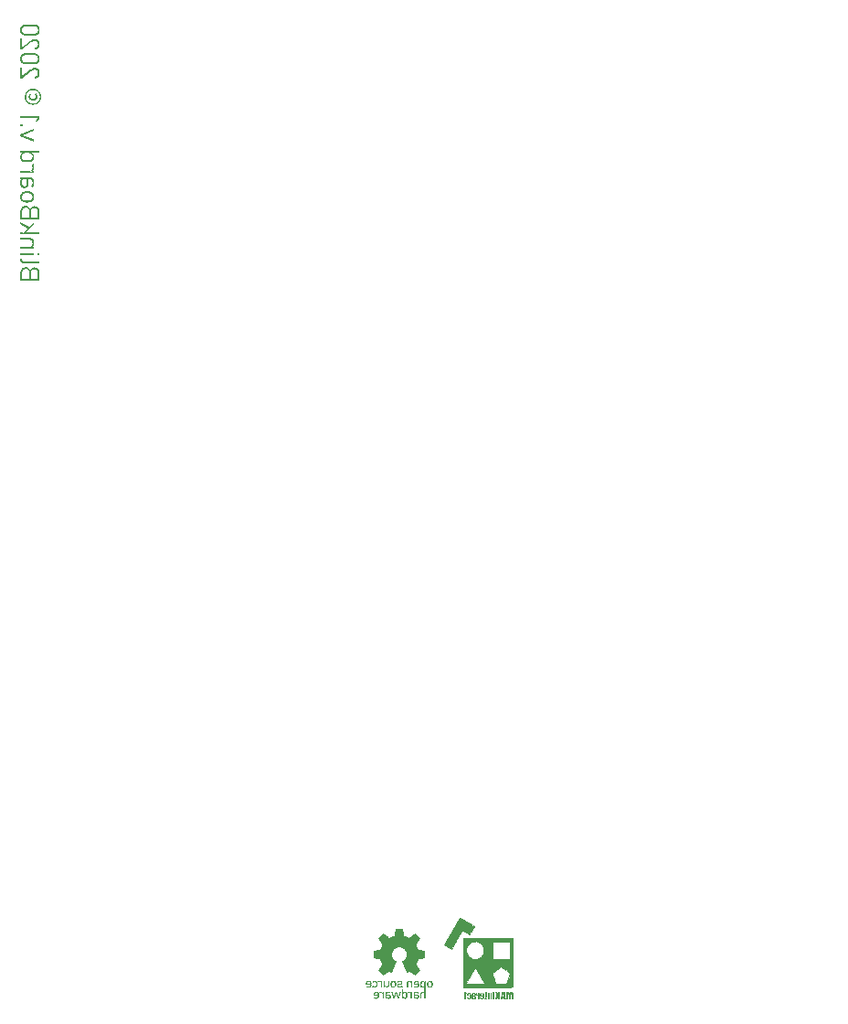
<source format=gbo>
G04*
G04 #@! TF.GenerationSoftware,Altium Limited,Altium Designer,22.6.1 (34)*
G04*
G04 Layer_Color=32896*
%FSLAX44Y44*%
%MOMM*%
G71*
G04*
G04 #@! TF.SameCoordinates,4419A6E8-9986-4028-A635-E4EA591E95E1*
G04*
G04*
G04 #@! TF.FilePolarity,Positive*
G04*
G01*
G75*
G36*
X758388Y923986D02*
Y923880D01*
X758282D01*
Y923986D01*
Y924092D01*
X758388D01*
Y923986D01*
D02*
G37*
G36*
X364436Y99846D02*
X364539D01*
Y99794D01*
X364590D01*
Y99743D01*
Y99691D01*
X364642D01*
Y99640D01*
X364590D01*
Y99588D01*
X364642D01*
Y99536D01*
Y99485D01*
X364694D01*
Y99433D01*
Y99381D01*
Y99330D01*
Y99278D01*
Y99226D01*
X364745D01*
Y99175D01*
Y99123D01*
Y99072D01*
Y99020D01*
Y98968D01*
Y98917D01*
X364797D01*
Y98865D01*
Y98813D01*
Y98762D01*
Y98710D01*
Y98659D01*
X364849D01*
Y98607D01*
Y98555D01*
Y98504D01*
Y98452D01*
Y98400D01*
X364900D01*
Y98349D01*
Y98297D01*
Y98245D01*
Y98194D01*
Y98142D01*
Y98090D01*
X364952D01*
Y98039D01*
Y97987D01*
X364900D01*
Y97936D01*
X364952D01*
Y97884D01*
Y97832D01*
X365004D01*
Y97781D01*
Y97729D01*
Y97677D01*
Y97626D01*
Y97574D01*
X365055D01*
Y97522D01*
X365004D01*
Y97471D01*
X365055D01*
Y97419D01*
Y97368D01*
Y97316D01*
Y97264D01*
X365107D01*
Y97213D01*
Y97161D01*
Y97109D01*
Y97058D01*
Y97006D01*
X365158D01*
Y96955D01*
Y96903D01*
Y96851D01*
Y96800D01*
Y96748D01*
Y96696D01*
X365210D01*
Y96645D01*
Y96593D01*
Y96542D01*
X365107D01*
Y96490D01*
X365210D01*
Y96438D01*
X365262D01*
Y96387D01*
Y96335D01*
Y96283D01*
Y96232D01*
Y96180D01*
X365313D01*
Y96128D01*
Y96077D01*
Y96025D01*
Y95974D01*
Y95922D01*
Y95870D01*
X365365D01*
Y95819D01*
Y95767D01*
Y95715D01*
Y95664D01*
Y95612D01*
X365417D01*
Y95561D01*
Y95509D01*
Y95457D01*
Y95406D01*
Y95354D01*
X365468D01*
Y95302D01*
Y95251D01*
Y95199D01*
Y95147D01*
Y95096D01*
Y95044D01*
X365520D01*
Y94993D01*
Y94941D01*
Y94889D01*
Y94838D01*
Y94786D01*
X365468D01*
Y94734D01*
Y94683D01*
X365520D01*
Y94734D01*
X365572D01*
Y94683D01*
Y94631D01*
Y94579D01*
Y94528D01*
Y94476D01*
X365623D01*
Y94425D01*
Y94373D01*
Y94321D01*
Y94270D01*
Y94218D01*
X365675D01*
Y94166D01*
X365623D01*
Y94115D01*
X365675D01*
Y94063D01*
Y94011D01*
Y93960D01*
X365726D01*
Y93908D01*
Y93857D01*
Y93805D01*
Y93753D01*
Y93702D01*
Y93650D01*
X365778D01*
Y93598D01*
Y93547D01*
Y93495D01*
Y93443D01*
X365830D01*
Y93392D01*
Y93340D01*
X365881D01*
Y93289D01*
X365933D01*
Y93237D01*
X365984D01*
Y93185D01*
X366036D01*
Y93134D01*
X366088D01*
Y93185D01*
X366139D01*
Y93134D01*
X366243D01*
Y93082D01*
X366346D01*
Y93031D01*
X366501D01*
Y92979D01*
X366604D01*
Y92927D01*
X366759D01*
Y92876D01*
X366811D01*
Y92824D01*
X367017D01*
Y92772D01*
Y92721D01*
Y92669D01*
X367069D01*
Y92721D01*
Y92772D01*
X367120D01*
Y92721D01*
X367275D01*
Y92669D01*
X367379D01*
Y92617D01*
X367482D01*
Y92566D01*
X367637D01*
Y92514D01*
X367740D01*
Y92463D01*
X367895D01*
Y92411D01*
X367998D01*
Y92359D01*
X368153D01*
Y92308D01*
X368256D01*
Y92256D01*
X368411D01*
Y92204D01*
X368515D01*
Y92153D01*
X368618D01*
Y92101D01*
X368773D01*
Y92049D01*
X368876D01*
Y91998D01*
X369031D01*
Y91946D01*
X369134D01*
Y91895D01*
X369289D01*
Y91843D01*
X369392D01*
Y91791D01*
X369496D01*
Y91740D01*
X369650D01*
Y91688D01*
X369754D01*
Y91636D01*
X369909D01*
Y91585D01*
X370012D01*
Y91533D01*
X370167D01*
Y91482D01*
X370631D01*
Y91533D01*
X370683D01*
Y91585D01*
X370735D01*
Y91636D01*
X370838D01*
Y91688D01*
X370890D01*
Y91740D01*
X370993D01*
Y91791D01*
X371045D01*
Y91843D01*
X371148D01*
Y91895D01*
X371199D01*
Y91946D01*
X371303D01*
Y91998D01*
X371354D01*
Y92049D01*
X371458D01*
Y92101D01*
X371509D01*
Y92153D01*
X371613D01*
Y92204D01*
X371664D01*
Y92256D01*
X371716D01*
Y92308D01*
X371819D01*
Y92256D01*
X371871D01*
Y92308D01*
X371819D01*
Y92359D01*
X371871D01*
Y92411D01*
X371922D01*
Y92359D01*
X371974D01*
Y92411D01*
Y92463D01*
X372026D01*
Y92514D01*
X372129D01*
Y92566D01*
X372180D01*
Y92617D01*
X372284D01*
Y92669D01*
X372335D01*
Y92721D01*
X372439D01*
Y92772D01*
X372490D01*
Y92824D01*
X372542D01*
Y92876D01*
X372645D01*
Y92927D01*
X372697D01*
Y92876D01*
X372748D01*
Y92927D01*
X372697D01*
Y92979D01*
X372800D01*
Y93031D01*
X372852D01*
Y93082D01*
X372955D01*
Y93134D01*
X373007D01*
Y93185D01*
X373110D01*
Y93237D01*
X373162D01*
Y93185D01*
X373213D01*
Y93237D01*
X373162D01*
Y93289D01*
X373265D01*
Y93340D01*
X373316D01*
Y93392D01*
X373420D01*
Y93443D01*
X373471D01*
Y93495D01*
X373523D01*
Y93547D01*
X373626D01*
Y93598D01*
X373678D01*
Y93650D01*
X373781D01*
Y93702D01*
X373833D01*
Y93650D01*
X373884D01*
Y93702D01*
X373833D01*
Y93753D01*
X373936D01*
Y93805D01*
X373988D01*
Y93857D01*
X374091D01*
Y93908D01*
X374143D01*
Y93960D01*
X374246D01*
Y94011D01*
X374297D01*
Y94063D01*
X374349D01*
Y94115D01*
X374452D01*
Y94166D01*
X374504D01*
Y94218D01*
X374607D01*
Y94166D01*
X374659D01*
Y94218D01*
X374607D01*
Y94270D01*
X374659D01*
Y94321D01*
X374762D01*
Y94373D01*
X374814D01*
Y94425D01*
X374917D01*
Y94476D01*
X374969D01*
Y94528D01*
X375072D01*
Y94579D01*
X375175D01*
Y94631D01*
Y94683D01*
X375279D01*
Y94734D01*
X375330D01*
Y94786D01*
X375433D01*
Y94838D01*
X375485D01*
Y94889D01*
X375588D01*
Y94838D01*
X375640D01*
Y94889D01*
X375588D01*
Y94941D01*
X375640D01*
Y94993D01*
X375691D01*
Y94941D01*
X375743D01*
Y94993D01*
Y95044D01*
X375846D01*
Y95096D01*
X376053D01*
Y95044D01*
X376105D01*
Y94993D01*
X376208D01*
Y94941D01*
X376259D01*
Y94889D01*
X376311D01*
Y94838D01*
X376363D01*
Y94786D01*
X376414D01*
Y94734D01*
X376466D01*
Y94683D01*
X376518D01*
Y94631D01*
X376569D01*
Y94579D01*
X376621D01*
Y94528D01*
X376673D01*
Y94476D01*
X376724D01*
Y94425D01*
X376776D01*
Y94373D01*
X376828D01*
Y94321D01*
X376879D01*
Y94270D01*
X376931D01*
Y94218D01*
X376982D01*
Y94166D01*
X377034D01*
Y94115D01*
X377086D01*
Y94063D01*
X377137D01*
Y94011D01*
X377189D01*
Y93960D01*
X377240D01*
Y93908D01*
X377292D01*
Y93857D01*
X377344D01*
Y93805D01*
X377395D01*
Y93753D01*
X377447D01*
Y93702D01*
X377499D01*
Y93650D01*
X377550D01*
Y93598D01*
X377602D01*
Y93547D01*
X377654D01*
Y93495D01*
X377705D01*
Y93443D01*
X377757D01*
Y93392D01*
X377808D01*
Y93340D01*
X377860D01*
Y93289D01*
X377912D01*
Y93237D01*
X377963D01*
Y93185D01*
X378015D01*
Y93134D01*
X378067D01*
Y93082D01*
X378118D01*
Y93031D01*
X378170D01*
Y92979D01*
X378222D01*
Y92927D01*
X378273D01*
Y92876D01*
X378325D01*
Y92824D01*
X378377D01*
Y92772D01*
X378428D01*
Y92721D01*
X378480D01*
Y92669D01*
X378531D01*
Y92617D01*
X378583D01*
Y92566D01*
X378635D01*
Y92514D01*
X378686D01*
Y92463D01*
X378738D01*
Y92411D01*
X378789D01*
Y92359D01*
X378841D01*
Y92308D01*
X378893D01*
Y92256D01*
X378944D01*
Y92204D01*
X378996D01*
Y92153D01*
X379048D01*
Y92101D01*
X379099D01*
Y92049D01*
X379151D01*
Y91998D01*
X379203D01*
Y91946D01*
X379254D01*
Y91895D01*
X379306D01*
Y91843D01*
X379357D01*
Y91791D01*
X379409D01*
Y91740D01*
Y91688D01*
X379512D01*
Y91636D01*
X379564D01*
Y91585D01*
X379616D01*
Y91533D01*
X379667D01*
Y91482D01*
X379719D01*
Y91430D01*
X379771D01*
Y91378D01*
X379822D01*
Y91327D01*
X379874D01*
Y91275D01*
X379925D01*
Y91223D01*
X379977D01*
Y91172D01*
X380029D01*
Y91120D01*
X380080D01*
Y91068D01*
X380132D01*
Y91017D01*
X380184D01*
Y90965D01*
X380235D01*
Y90913D01*
X380287D01*
Y90862D01*
X380339D01*
Y90810D01*
X380390D01*
Y90759D01*
X380442D01*
Y90707D01*
X380493D01*
Y90655D01*
Y90604D01*
X380545D01*
Y90552D01*
Y90500D01*
Y90449D01*
Y90397D01*
Y90345D01*
X380493D01*
Y90294D01*
Y90242D01*
X380442D01*
Y90191D01*
X380390D01*
Y90139D01*
Y90087D01*
X380339D01*
Y90036D01*
X380287D01*
Y89984D01*
X380235D01*
Y89932D01*
Y89881D01*
X380184D01*
Y89829D01*
Y89778D01*
X380132D01*
Y89726D01*
X380080D01*
Y89674D01*
Y89623D01*
X380029D01*
Y89571D01*
X379977D01*
Y89519D01*
Y89468D01*
X379925D01*
Y89416D01*
X379874D01*
Y89365D01*
Y89313D01*
X379771D01*
Y89261D01*
Y89210D01*
X379719D01*
Y89158D01*
Y89106D01*
X379667D01*
Y89055D01*
X379616D01*
Y89003D01*
Y88952D01*
X379564D01*
Y88900D01*
X379512D01*
Y88848D01*
Y88797D01*
X379461D01*
Y88745D01*
X379409D01*
Y88693D01*
Y88642D01*
X379357D01*
Y88590D01*
X379306D01*
Y88538D01*
Y88487D01*
X379254D01*
Y88435D01*
X379203D01*
Y88384D01*
X379151D01*
Y88332D01*
X379099D01*
Y88280D01*
Y88229D01*
X379048D01*
Y88177D01*
Y88125D01*
X378996D01*
Y88074D01*
X378944D01*
Y88022D01*
Y87970D01*
X378893D01*
Y87919D01*
X378841D01*
Y87867D01*
Y87816D01*
X378789D01*
Y87764D01*
X378738D01*
Y87712D01*
Y87661D01*
X378686D01*
Y87609D01*
X378635D01*
Y87557D01*
Y87506D01*
X378583D01*
Y87454D01*
X378531D01*
Y87402D01*
X378480D01*
Y87351D01*
Y87299D01*
X378428D01*
Y87248D01*
X378377D01*
Y87299D01*
X378325D01*
Y87248D01*
X378377D01*
Y87196D01*
Y87144D01*
X378325D01*
Y87093D01*
X378273D01*
Y87041D01*
Y86989D01*
X378222D01*
Y86938D01*
X378170D01*
Y86886D01*
Y86834D01*
X378118D01*
Y86783D01*
X378067D01*
Y86731D01*
Y86680D01*
X378015D01*
Y86628D01*
X377963D01*
Y86576D01*
X377912D01*
Y86525D01*
Y86473D01*
X377860D01*
Y86421D01*
X377808D01*
Y86370D01*
Y86318D01*
X377757D01*
Y86266D01*
X377705D01*
Y86215D01*
Y86163D01*
X377654D01*
Y86112D01*
X377602D01*
Y86060D01*
Y86008D01*
X377550D01*
Y85957D01*
X377499D01*
Y85905D01*
Y85854D01*
X377447D01*
Y85802D01*
X377395D01*
Y85750D01*
X377344D01*
Y85699D01*
Y85647D01*
X377292D01*
Y85595D01*
X377240D01*
Y85544D01*
Y85492D01*
X377189D01*
Y85440D01*
X377137D01*
Y85389D01*
Y85337D01*
X377086D01*
Y85286D01*
X377034D01*
Y85234D01*
Y85182D01*
X376982D01*
Y85131D01*
Y85079D01*
Y85027D01*
Y84976D01*
Y84924D01*
Y84872D01*
X377034D01*
Y84821D01*
Y84769D01*
Y84718D01*
X377086D01*
Y84666D01*
X377034D01*
Y84614D01*
X377137D01*
Y84563D01*
Y84511D01*
X377189D01*
Y84459D01*
Y84408D01*
Y84356D01*
X377240D01*
Y84305D01*
Y84253D01*
X377292D01*
Y84201D01*
X377240D01*
Y84150D01*
X377344D01*
Y84098D01*
Y84046D01*
Y83995D01*
X377395D01*
Y83943D01*
Y83891D01*
X377447D01*
Y83840D01*
Y83788D01*
X377499D01*
Y83736D01*
Y83685D01*
Y83633D01*
X377550D01*
Y83582D01*
Y83530D01*
X377602D01*
Y83478D01*
Y83427D01*
X377654D01*
Y83375D01*
Y83323D01*
Y83272D01*
X377705D01*
Y83220D01*
Y83168D01*
X377757D01*
Y83117D01*
Y83065D01*
X377808D01*
Y83014D01*
Y82962D01*
Y82910D01*
X377860D01*
Y82859D01*
Y82807D01*
X377912D01*
Y82755D01*
Y82704D01*
X377963D01*
Y82652D01*
Y82601D01*
Y82549D01*
X378015D01*
Y82497D01*
Y82446D01*
X378067D01*
Y82394D01*
Y82342D01*
X378118D01*
Y82291D01*
Y82239D01*
Y82188D01*
X378170D01*
Y82136D01*
Y82084D01*
X378222D01*
Y82033D01*
Y81981D01*
X378273D01*
Y81929D01*
Y81878D01*
Y81826D01*
X378325D01*
Y81775D01*
Y81723D01*
X378377D01*
Y81671D01*
Y81620D01*
X378428D01*
Y81568D01*
Y81516D01*
Y81465D01*
X378480D01*
Y81413D01*
Y81361D01*
X378531D01*
Y81310D01*
Y81258D01*
X378583D01*
Y81207D01*
Y81155D01*
X378531D01*
Y81103D01*
X378635D01*
Y81052D01*
Y81000D01*
X378686D01*
Y80948D01*
Y80897D01*
X378738D01*
Y80845D01*
Y80793D01*
Y80742D01*
X378789D01*
Y80690D01*
Y80639D01*
X378841D01*
Y80587D01*
Y80535D01*
X378893D01*
Y80484D01*
Y80432D01*
X378944D01*
Y80380D01*
X378996D01*
Y80329D01*
X379099D01*
Y80277D01*
X379306D01*
Y80225D01*
X379616D01*
Y80174D01*
X379874D01*
Y80122D01*
X380132D01*
Y80071D01*
X380184D01*
Y80019D01*
X380235D01*
Y80071D01*
X380442D01*
Y80019D01*
X380700D01*
Y79967D01*
X380906D01*
Y79916D01*
X381165D01*
Y79864D01*
X381216D01*
Y79916D01*
X381268D01*
Y79864D01*
X381526D01*
Y79812D01*
X381836D01*
Y79761D01*
X382094D01*
Y79709D01*
X382352D01*
Y79658D01*
X382662D01*
Y79606D01*
X382920D01*
Y79554D01*
X383178D01*
Y79503D01*
Y79451D01*
X383230D01*
Y79503D01*
X383385D01*
Y79451D01*
X383437D01*
Y79503D01*
X383488D01*
Y79451D01*
X383746D01*
Y79399D01*
X383798D01*
Y79348D01*
X383849D01*
Y79399D01*
X384056D01*
Y79348D01*
X384314D01*
Y79296D01*
X384572D01*
Y79244D01*
X384882D01*
Y79193D01*
X385140D01*
Y79141D01*
X385244D01*
Y79089D01*
X385192D01*
Y79038D01*
X385347D01*
Y78986D01*
Y78935D01*
Y78883D01*
X385295D01*
Y78831D01*
Y78780D01*
X385347D01*
Y78728D01*
Y78677D01*
Y78625D01*
Y78573D01*
Y78522D01*
Y78470D01*
Y78418D01*
Y78367D01*
Y78315D01*
Y78263D01*
Y78212D01*
Y78160D01*
Y78109D01*
Y78057D01*
Y78005D01*
Y77954D01*
Y77902D01*
Y77850D01*
Y77799D01*
Y77747D01*
Y77695D01*
Y77644D01*
Y77592D01*
Y77540D01*
Y77489D01*
Y77437D01*
Y77386D01*
Y77334D01*
Y77282D01*
Y77231D01*
Y77179D01*
Y77127D01*
Y77076D01*
Y77024D01*
Y76973D01*
Y76921D01*
Y76869D01*
Y76818D01*
X385295D01*
Y76766D01*
X385347D01*
Y76714D01*
Y76663D01*
Y76611D01*
Y76560D01*
Y76508D01*
Y76456D01*
Y76405D01*
Y76353D01*
Y76301D01*
Y76250D01*
Y76198D01*
Y76146D01*
Y76095D01*
Y76043D01*
Y75992D01*
Y75940D01*
Y75888D01*
Y75837D01*
Y75785D01*
Y75733D01*
Y75682D01*
Y75630D01*
Y75578D01*
Y75527D01*
Y75475D01*
Y75424D01*
Y75372D01*
Y75320D01*
Y75269D01*
Y75217D01*
Y75165D01*
Y75114D01*
Y75062D01*
Y75010D01*
Y74959D01*
Y74907D01*
Y74856D01*
Y74804D01*
Y74752D01*
Y74701D01*
Y74649D01*
Y74598D01*
Y74546D01*
Y74494D01*
Y74443D01*
Y74391D01*
Y74339D01*
Y74288D01*
Y74236D01*
Y74184D01*
Y74133D01*
Y74081D01*
Y74029D01*
Y73978D01*
Y73926D01*
Y73875D01*
Y73823D01*
Y73771D01*
Y73720D01*
Y73668D01*
Y73616D01*
Y73565D01*
Y73513D01*
Y73461D01*
Y73410D01*
Y73358D01*
Y73307D01*
Y73255D01*
Y73203D01*
Y73152D01*
Y73100D01*
X385295D01*
Y73049D01*
X385347D01*
Y72997D01*
Y72945D01*
Y72894D01*
Y72842D01*
Y72790D01*
Y72739D01*
Y72687D01*
Y72635D01*
X385295D01*
Y72584D01*
Y72532D01*
X385192D01*
Y72481D01*
X385037D01*
Y72429D01*
X384779D01*
Y72377D01*
X384572D01*
Y72429D01*
X384521D01*
Y72377D01*
Y72326D01*
X384211D01*
Y72274D01*
X383953D01*
Y72222D01*
X383695D01*
Y72171D01*
X383385D01*
Y72119D01*
X383127D01*
Y72067D01*
X382920D01*
Y72119D01*
X382868D01*
Y72067D01*
Y72016D01*
X382559D01*
Y71964D01*
X382507D01*
Y72016D01*
X382455D01*
Y71964D01*
X382301D01*
Y71913D01*
X381991D01*
Y71861D01*
X381733D01*
Y71809D01*
X381474D01*
Y71758D01*
X381165D01*
Y71706D01*
X380906D01*
Y71654D01*
X380648D01*
Y71603D01*
X380339D01*
Y71551D01*
X380080D01*
Y71500D01*
X379822D01*
Y71448D01*
X379771D01*
Y71500D01*
X379719D01*
Y71448D01*
X379461D01*
Y71396D01*
X379254D01*
Y71345D01*
X379151D01*
Y71293D01*
X379099D01*
Y71241D01*
X378996D01*
Y71190D01*
X379048D01*
Y71138D01*
X378996D01*
Y71086D01*
Y71035D01*
X378944D01*
Y70983D01*
Y70932D01*
Y70880D01*
X378893D01*
Y70828D01*
Y70777D01*
X378841D01*
Y70828D01*
X378789D01*
Y70777D01*
X378841D01*
Y70725D01*
Y70673D01*
Y70622D01*
X378789D01*
Y70570D01*
Y70518D01*
X378738D01*
Y70467D01*
Y70415D01*
Y70364D01*
X378686D01*
Y70312D01*
Y70260D01*
X378635D01*
Y70209D01*
Y70157D01*
Y70105D01*
X378583D01*
Y70054D01*
Y70002D01*
X378531D01*
Y69950D01*
Y69899D01*
Y69847D01*
X378480D01*
Y69796D01*
Y69744D01*
X378377D01*
Y69692D01*
X378428D01*
Y69641D01*
Y69589D01*
X378377D01*
Y69537D01*
Y69486D01*
X378273D01*
Y69434D01*
X378325D01*
Y69383D01*
Y69331D01*
X378273D01*
Y69279D01*
Y69228D01*
X378222D01*
Y69176D01*
Y69124D01*
Y69073D01*
X378170D01*
Y69021D01*
Y68969D01*
X378118D01*
Y68918D01*
Y68866D01*
Y68815D01*
X378015D01*
Y68763D01*
X378067D01*
Y68711D01*
X378015D01*
Y68660D01*
Y68608D01*
Y68556D01*
X377963D01*
Y68505D01*
Y68453D01*
X377860D01*
Y68401D01*
X377912D01*
Y68350D01*
Y68298D01*
X377860D01*
Y68247D01*
Y68195D01*
X377808D01*
Y68143D01*
Y68092D01*
Y68040D01*
X377757D01*
Y68092D01*
X377705D01*
Y68040D01*
X377757D01*
Y67988D01*
Y67937D01*
X377705D01*
Y67885D01*
Y67833D01*
Y67782D01*
X377654D01*
Y67730D01*
X377602D01*
Y67679D01*
Y67627D01*
Y67575D01*
Y67524D01*
X377550D01*
Y67472D01*
Y67421D01*
X377499D01*
Y67369D01*
Y67317D01*
Y67266D01*
X377447D01*
Y67214D01*
Y67162D01*
X377395D01*
Y67111D01*
Y67059D01*
Y67007D01*
X377344D01*
Y66956D01*
Y66904D01*
X377292D01*
Y66852D01*
Y66801D01*
Y66749D01*
X377240D01*
Y66698D01*
Y66646D01*
X377189D01*
Y66698D01*
X377086D01*
Y66646D01*
X377189D01*
Y66594D01*
Y66543D01*
Y66491D01*
X377137D01*
Y66439D01*
Y66388D01*
Y66336D01*
Y66285D01*
X377189D01*
Y66233D01*
Y66181D01*
Y66130D01*
X377240D01*
Y66078D01*
X377292D01*
Y66026D01*
Y65975D01*
X377344D01*
Y65923D01*
X377395D01*
Y65872D01*
Y65820D01*
X377447D01*
Y65768D01*
X377499D01*
Y65717D01*
Y65665D01*
X377550D01*
Y65613D01*
X377602D01*
Y65562D01*
Y65510D01*
X377654D01*
Y65458D01*
X377705D01*
Y65407D01*
X377757D01*
Y65355D01*
Y65304D01*
X377808D01*
Y65252D01*
X377860D01*
Y65200D01*
Y65149D01*
X377912D01*
Y65097D01*
X377963D01*
Y65045D01*
Y64994D01*
X378015D01*
Y64942D01*
X378067D01*
Y64890D01*
Y64839D01*
X378118D01*
Y64787D01*
X378170D01*
Y64736D01*
Y64684D01*
X378222D01*
Y64632D01*
X378273D01*
Y64581D01*
X378325D01*
Y64529D01*
Y64477D01*
X378377D01*
Y64426D01*
X378428D01*
Y64374D01*
Y64323D01*
X378480D01*
Y64271D01*
X378531D01*
Y64219D01*
Y64168D01*
Y64116D01*
X378635D01*
Y64064D01*
Y64013D01*
X378686D01*
Y63961D01*
Y63909D01*
X378738D01*
Y63858D01*
X378789D01*
Y63806D01*
X378841D01*
Y63755D01*
X378893D01*
Y63703D01*
Y63651D01*
X378944D01*
Y63600D01*
X378996D01*
Y63548D01*
Y63496D01*
X379048D01*
Y63445D01*
X379099D01*
Y63393D01*
Y63341D01*
X379151D01*
Y63290D01*
X379203D01*
Y63238D01*
Y63187D01*
X379254D01*
Y63135D01*
X379306D01*
Y63083D01*
Y63032D01*
X379357D01*
Y62980D01*
X379409D01*
Y62928D01*
Y62877D01*
X379461D01*
Y62825D01*
X379512D01*
Y62773D01*
X379564D01*
Y62722D01*
Y62670D01*
X379616D01*
Y62619D01*
X379667D01*
Y62567D01*
Y62515D01*
X379719D01*
Y62464D01*
X379771D01*
Y62412D01*
Y62360D01*
X379822D01*
Y62309D01*
X379874D01*
Y62257D01*
Y62206D01*
X379925D01*
Y62154D01*
X379977D01*
Y62102D01*
Y62051D01*
Y61999D01*
X380080D01*
Y61947D01*
X380132D01*
Y61896D01*
Y61844D01*
X380184D01*
Y61792D01*
X380235D01*
Y61741D01*
Y61689D01*
X380287D01*
Y61638D01*
X380339D01*
Y61586D01*
Y61534D01*
X380390D01*
Y61483D01*
X380442D01*
Y61431D01*
Y61379D01*
X380493D01*
Y61328D01*
X380545D01*
Y61276D01*
Y61224D01*
Y61173D01*
Y61121D01*
Y61070D01*
Y61018D01*
X380493D01*
Y60966D01*
X380442D01*
Y60915D01*
X380390D01*
Y60863D01*
X380339D01*
Y60811D01*
X380287D01*
Y60760D01*
X380235D01*
Y60708D01*
X380184D01*
Y60656D01*
X380132D01*
Y60605D01*
X380080D01*
Y60553D01*
X380029D01*
Y60502D01*
X379977D01*
Y60450D01*
X379925D01*
Y60398D01*
X379874D01*
Y60347D01*
X379822D01*
Y60295D01*
X379771D01*
Y60244D01*
X379719D01*
Y60192D01*
X379667D01*
Y60140D01*
X379616D01*
Y60089D01*
X379564D01*
Y60037D01*
X379512D01*
Y59985D01*
X379461D01*
Y59934D01*
X379409D01*
Y59882D01*
X379357D01*
Y59830D01*
X379306D01*
Y59779D01*
X379254D01*
Y59727D01*
X379203D01*
Y59675D01*
X379151D01*
Y59624D01*
X379099D01*
Y59572D01*
X379048D01*
Y59521D01*
X378996D01*
Y59469D01*
X378944D01*
Y59417D01*
X378893D01*
Y59366D01*
X378841D01*
Y59314D01*
X378789D01*
Y59262D01*
X378738D01*
Y59211D01*
X378686D01*
Y59159D01*
X378635D01*
Y59108D01*
X378583D01*
Y59056D01*
X378531D01*
Y59004D01*
X378480D01*
Y58953D01*
X378428D01*
Y59004D01*
X378377D01*
Y58953D01*
X378428D01*
Y58901D01*
X378377D01*
Y58849D01*
X378325D01*
Y58798D01*
X378273D01*
Y58746D01*
X378222D01*
Y58695D01*
X378170D01*
Y58643D01*
X378118D01*
Y58591D01*
X378067D01*
Y58540D01*
X378015D01*
Y58488D01*
X377963D01*
Y58436D01*
X377912D01*
Y58385D01*
X377860D01*
Y58333D01*
X377808D01*
Y58281D01*
X377757D01*
Y58230D01*
X377705D01*
Y58178D01*
X377654D01*
Y58127D01*
X377602D01*
Y58075D01*
X377550D01*
Y58023D01*
X377499D01*
Y57972D01*
X377447D01*
Y57920D01*
X377395D01*
Y57868D01*
X377344D01*
Y57817D01*
X377292D01*
Y57765D01*
X377240D01*
Y57713D01*
X377189D01*
Y57662D01*
X377137D01*
Y57610D01*
X377086D01*
Y57559D01*
X377034D01*
Y57507D01*
X376982D01*
Y57455D01*
X376931D01*
Y57404D01*
X376879D01*
Y57352D01*
X376828D01*
Y57300D01*
X376776D01*
Y57249D01*
X376724D01*
Y57197D01*
X376673D01*
Y57146D01*
X376621D01*
Y57094D01*
X376569D01*
Y57042D01*
X376518D01*
Y56991D01*
X376466D01*
Y56939D01*
X376414D01*
Y56887D01*
X376363D01*
Y56836D01*
X376311D01*
Y56784D01*
X376259D01*
Y56732D01*
X376208D01*
Y56784D01*
X376156D01*
Y56732D01*
X376208D01*
Y56681D01*
X376156D01*
Y56629D01*
X376105D01*
Y56578D01*
X376001D01*
Y56526D01*
X375898D01*
Y56578D01*
X375743D01*
Y56629D01*
X375691D01*
Y56681D01*
X375588D01*
Y56732D01*
X375537D01*
Y56784D01*
X375433D01*
Y56836D01*
X375382D01*
Y56887D01*
X375279D01*
Y56939D01*
X375227D01*
Y56991D01*
X375124D01*
Y57042D01*
X375072D01*
Y57094D01*
X374969D01*
Y57146D01*
X374917D01*
Y57197D01*
X374865D01*
Y57249D01*
X374762D01*
Y57300D01*
X374711D01*
Y57352D01*
X374607D01*
Y57404D01*
X374556D01*
Y57455D01*
X374452D01*
Y57507D01*
X374401D01*
Y57559D01*
X374297D01*
Y57610D01*
X374246D01*
Y57662D01*
X374143D01*
Y57713D01*
X374091D01*
Y57765D01*
X374039D01*
Y57817D01*
X373936D01*
Y57868D01*
X373884D01*
Y57920D01*
X373781D01*
Y57972D01*
X373730D01*
Y58023D01*
X373626D01*
Y58075D01*
X373575D01*
Y58127D01*
X373471D01*
Y58178D01*
X373420D01*
Y58230D01*
X373316D01*
Y58281D01*
X373265D01*
Y58333D01*
X373213D01*
Y58385D01*
X373110D01*
Y58436D01*
X373058D01*
Y58488D01*
X372955D01*
Y58540D01*
X372903D01*
Y58591D01*
X372800D01*
Y58643D01*
X372748D01*
Y58695D01*
X372645D01*
Y58746D01*
X372594D01*
Y58798D01*
X372490D01*
Y58849D01*
X372439D01*
Y58901D01*
Y58953D01*
X372387D01*
Y58901D01*
X372335D01*
Y58953D01*
X372284D01*
Y59004D01*
X372232D01*
Y59056D01*
X372129D01*
Y59108D01*
X372077D01*
Y59159D01*
X371974D01*
Y59211D01*
X371922D01*
Y59262D01*
X371819D01*
Y59314D01*
X371767D01*
Y59366D01*
X371664D01*
Y59417D01*
X371613D01*
Y59469D01*
X371509D01*
Y59521D01*
X371458D01*
Y59572D01*
X371406D01*
Y59624D01*
Y59675D01*
X371354D01*
Y59624D01*
X371303D01*
Y59675D01*
X371251D01*
Y59727D01*
X371148D01*
Y59779D01*
X371096D01*
Y59830D01*
X370993D01*
Y59882D01*
X370683D01*
Y59830D01*
X370580D01*
Y59779D01*
X370477D01*
Y59727D01*
X370373D01*
Y59675D01*
X370218D01*
Y59624D01*
X370167D01*
Y59572D01*
X370064D01*
Y59521D01*
X369960D01*
Y59469D01*
X369857D01*
Y59417D01*
X369805D01*
Y59366D01*
X369650D01*
Y59314D01*
X369599D01*
Y59262D01*
X369496D01*
Y59211D01*
X369392D01*
Y59159D01*
X369341D01*
Y59211D01*
X369289D01*
Y59159D01*
Y59108D01*
X369186D01*
Y59056D01*
X369082D01*
Y59004D01*
X369031D01*
Y58953D01*
X368928D01*
Y58901D01*
X368824D01*
Y58849D01*
X368721D01*
Y58901D01*
X368669D01*
Y58849D01*
X368721D01*
Y58798D01*
X368618D01*
Y58746D01*
X368515D01*
Y58695D01*
X368360D01*
Y58746D01*
X368256D01*
Y58798D01*
X368205D01*
Y58849D01*
Y58901D01*
X368153D01*
Y58953D01*
Y59004D01*
Y59056D01*
X368102D01*
Y59108D01*
Y59159D01*
X368050D01*
Y59211D01*
Y59262D01*
X368102D01*
Y59314D01*
X367998D01*
Y59366D01*
X368050D01*
Y59417D01*
X367947D01*
Y59469D01*
Y59521D01*
Y59572D01*
X367895D01*
Y59624D01*
Y59675D01*
X367843D01*
Y59727D01*
Y59779D01*
X367792D01*
Y59830D01*
Y59882D01*
Y59934D01*
X367740D01*
Y59985D01*
Y60037D01*
X367688D01*
Y60089D01*
Y60140D01*
Y60192D01*
X367637D01*
Y60244D01*
Y60295D01*
X367585D01*
Y60347D01*
Y60398D01*
Y60450D01*
X367533D01*
Y60502D01*
Y60553D01*
X367482D01*
Y60605D01*
Y60656D01*
X367430D01*
Y60708D01*
Y60760D01*
Y60811D01*
X367379D01*
Y60863D01*
Y60915D01*
X367327D01*
Y60966D01*
Y61018D01*
Y61070D01*
X367275D01*
Y61121D01*
Y61173D01*
X367224D01*
Y61224D01*
Y61276D01*
X367172D01*
Y61328D01*
Y61379D01*
Y61431D01*
X367120D01*
Y61483D01*
Y61534D01*
X367069D01*
Y61586D01*
Y61638D01*
Y61689D01*
X367017D01*
Y61741D01*
Y61792D01*
X366966D01*
Y61844D01*
Y61896D01*
X366914D01*
Y61947D01*
Y61999D01*
Y62051D01*
X366862D01*
Y62102D01*
Y62154D01*
X366811D01*
Y62206D01*
Y62257D01*
Y62309D01*
X366759D01*
Y62360D01*
Y62412D01*
X366707D01*
Y62464D01*
Y62515D01*
Y62567D01*
X366656D01*
Y62619D01*
Y62670D01*
X366604D01*
Y62722D01*
Y62773D01*
X366553D01*
Y62825D01*
Y62877D01*
Y62928D01*
X366501D01*
Y62980D01*
Y63032D01*
X366449D01*
Y63083D01*
X366501D01*
Y63135D01*
X366449D01*
Y63187D01*
X366398D01*
Y63238D01*
Y63290D01*
X366346D01*
Y63341D01*
Y63393D01*
X366294D01*
Y63445D01*
Y63496D01*
Y63548D01*
X366243D01*
Y63600D01*
Y63651D01*
X366191D01*
Y63703D01*
Y63755D01*
Y63806D01*
X366139D01*
Y63858D01*
Y63909D01*
X366088D01*
Y63961D01*
Y64013D01*
Y64064D01*
X366036D01*
Y64116D01*
Y64168D01*
X365984D01*
Y64219D01*
Y64271D01*
X365933D01*
Y64323D01*
Y64374D01*
Y64426D01*
X365881D01*
Y64477D01*
Y64529D01*
X365830D01*
Y64581D01*
Y64632D01*
Y64684D01*
X365778D01*
Y64736D01*
Y64787D01*
X365726D01*
Y64839D01*
Y64890D01*
X365675D01*
Y64942D01*
Y64994D01*
Y65045D01*
X365623D01*
Y65097D01*
X365675D01*
Y65149D01*
X365572D01*
Y65200D01*
Y65252D01*
Y65304D01*
X365520D01*
Y65355D01*
Y65407D01*
X365468D01*
Y65458D01*
Y65510D01*
Y65562D01*
X365417D01*
Y65613D01*
Y65665D01*
X365365D01*
Y65717D01*
Y65768D01*
X365313D01*
Y65820D01*
Y65872D01*
Y65923D01*
X365262D01*
Y65975D01*
Y66026D01*
X365210D01*
Y66078D01*
Y66130D01*
Y66181D01*
X365158D01*
Y66233D01*
Y66285D01*
X365107D01*
Y66336D01*
Y66388D01*
X365055D01*
Y66439D01*
Y66491D01*
Y66543D01*
X365004D01*
Y66594D01*
Y66646D01*
X364952D01*
Y66698D01*
Y66749D01*
Y66801D01*
X364900D01*
Y66852D01*
Y66904D01*
X364849D01*
Y66956D01*
Y67007D01*
Y67059D01*
X364797D01*
Y67111D01*
Y67162D01*
X364745D01*
Y67214D01*
Y67266D01*
X364694D01*
Y67317D01*
Y67369D01*
Y67421D01*
X364642D01*
Y67472D01*
Y67524D01*
X364590D01*
Y67575D01*
Y67627D01*
Y67679D01*
X364539D01*
Y67730D01*
Y67782D01*
X364487D01*
Y67833D01*
Y67885D01*
X364436D01*
Y67937D01*
Y67988D01*
X364487D01*
Y68040D01*
X364384D01*
Y68092D01*
Y68143D01*
X364332D01*
Y68195D01*
Y68247D01*
Y68298D01*
X364281D01*
Y68350D01*
Y68401D01*
X364229D01*
Y68453D01*
Y68505D01*
Y68556D01*
X364177D01*
Y68608D01*
Y68660D01*
X364126D01*
Y68711D01*
Y68763D01*
X364074D01*
Y68815D01*
Y68866D01*
Y68918D01*
X364022D01*
Y68969D01*
Y69021D01*
X363971D01*
Y69073D01*
Y69124D01*
Y69176D01*
X363919D01*
Y69228D01*
Y69279D01*
Y69331D01*
Y69383D01*
X363971D01*
Y69434D01*
Y69486D01*
X364022D01*
Y69537D01*
X364126D01*
Y69589D01*
X364177D01*
Y69641D01*
X364281D01*
Y69692D01*
X364332D01*
Y69744D01*
X364436D01*
Y69796D01*
X364539D01*
Y69847D01*
X364590D01*
Y69899D01*
X364694D01*
Y69950D01*
X364745D01*
Y70002D01*
X364797D01*
Y70054D01*
X364849D01*
Y70105D01*
X364952D01*
Y70157D01*
X365004D01*
Y70209D01*
X365107D01*
Y70260D01*
X365158D01*
Y70312D01*
X365262D01*
Y70364D01*
X365313D01*
Y70415D01*
X365365D01*
Y70467D01*
X365417D01*
Y70518D01*
X365520D01*
Y70570D01*
X365572D01*
Y70622D01*
X365623D01*
Y70673D01*
X365675D01*
Y70725D01*
X365726D01*
Y70777D01*
X365830D01*
Y70828D01*
X365881D01*
Y70880D01*
X365933D01*
Y70932D01*
X365984D01*
Y70983D01*
X366036D01*
Y71035D01*
X366088D01*
Y71086D01*
X366139D01*
Y71138D01*
X366191D01*
Y71190D01*
X366243D01*
Y71241D01*
X366294D01*
Y71293D01*
X366346D01*
Y71345D01*
Y71396D01*
X366398D01*
Y71448D01*
X366449D01*
Y71500D01*
X366501D01*
Y71551D01*
X366553D01*
Y71603D01*
X366604D01*
Y71551D01*
X366656D01*
Y71603D01*
X366604D01*
Y71654D01*
Y71706D01*
X366656D01*
Y71758D01*
X366707D01*
Y71809D01*
X366759D01*
Y71861D01*
Y71913D01*
X366811D01*
Y71964D01*
X366862D01*
Y72016D01*
Y72067D01*
X366914D01*
Y72119D01*
X366966D01*
Y72171D01*
Y72222D01*
X367017D01*
Y72274D01*
X367069D01*
Y72326D01*
Y72377D01*
X367120D01*
Y72429D01*
X367172D01*
Y72481D01*
Y72532D01*
Y72584D01*
X367224D01*
Y72635D01*
X367275D01*
Y72584D01*
X367327D01*
Y72635D01*
Y72687D01*
X367275D01*
Y72739D01*
X367327D01*
Y72790D01*
Y72842D01*
X367379D01*
Y72894D01*
Y72945D01*
Y72997D01*
X367430D01*
Y73049D01*
Y73100D01*
X367482D01*
Y73152D01*
Y73203D01*
X367533D01*
Y73255D01*
Y73307D01*
Y73358D01*
X367585D01*
Y73307D01*
X367637D01*
Y73358D01*
X367585D01*
Y73410D01*
Y73461D01*
X367637D01*
Y73513D01*
Y73565D01*
Y73616D01*
X367688D01*
Y73668D01*
Y73720D01*
Y73771D01*
X367740D01*
Y73823D01*
Y73875D01*
Y73926D01*
Y73978D01*
X367792D01*
Y74029D01*
Y74081D01*
Y74133D01*
X367843D01*
Y74184D01*
Y74236D01*
Y74288D01*
Y74339D01*
Y74391D01*
X367895D01*
Y74443D01*
Y74494D01*
Y74546D01*
Y74598D01*
X367947D01*
Y74649D01*
Y74701D01*
Y74752D01*
Y74804D01*
Y74856D01*
Y74907D01*
X367998D01*
Y74959D01*
X367947D01*
Y75010D01*
X367998D01*
Y74959D01*
X368050D01*
Y75010D01*
X367998D01*
Y75062D01*
Y75114D01*
Y75165D01*
Y75217D01*
Y75269D01*
Y75320D01*
Y75372D01*
Y75424D01*
Y75475D01*
X368050D01*
Y75527D01*
X367998D01*
Y75578D01*
Y75630D01*
Y75682D01*
Y75733D01*
Y75785D01*
Y75837D01*
Y75888D01*
Y75940D01*
Y75992D01*
Y76043D01*
Y76095D01*
Y76146D01*
Y76198D01*
Y76250D01*
Y76301D01*
Y76353D01*
X368050D01*
Y76405D01*
X367998D01*
Y76456D01*
Y76508D01*
Y76560D01*
X367947D01*
Y76611D01*
Y76663D01*
X367998D01*
Y76714D01*
X367947D01*
Y76766D01*
Y76818D01*
Y76869D01*
Y76921D01*
X367895D01*
Y76973D01*
Y77024D01*
Y77076D01*
Y77127D01*
Y77179D01*
X367843D01*
Y77231D01*
Y77282D01*
Y77334D01*
Y77386D01*
Y77437D01*
X367792D01*
Y77489D01*
Y77540D01*
Y77592D01*
X367740D01*
Y77644D01*
Y77695D01*
Y77747D01*
Y77799D01*
X367688D01*
Y77850D01*
Y77902D01*
Y77954D01*
X367637D01*
Y78005D01*
Y78057D01*
Y78109D01*
X367585D01*
Y78160D01*
Y78212D01*
X367533D01*
Y78263D01*
Y78315D01*
Y78367D01*
X367482D01*
Y78418D01*
Y78470D01*
X367430D01*
Y78522D01*
X367482D01*
Y78573D01*
X367379D01*
Y78625D01*
Y78677D01*
X367430D01*
Y78728D01*
X367327D01*
Y78780D01*
Y78831D01*
X367275D01*
Y78883D01*
Y78935D01*
X367224D01*
Y78986D01*
X367172D01*
Y79038D01*
Y79089D01*
X367120D01*
Y79141D01*
Y79193D01*
X367069D01*
Y79244D01*
Y79296D01*
X367017D01*
Y79348D01*
X366966D01*
Y79399D01*
Y79451D01*
X366914D01*
Y79503D01*
X366862D01*
Y79554D01*
Y79606D01*
X366811D01*
Y79658D01*
X366759D01*
Y79709D01*
Y79761D01*
X366707D01*
Y79812D01*
X366656D01*
Y79864D01*
X366604D01*
Y79916D01*
X366656D01*
Y79967D01*
X366553D01*
Y80019D01*
X366501D01*
Y80071D01*
X366449D01*
Y80122D01*
X366398D01*
Y80174D01*
Y80225D01*
X366346D01*
Y80277D01*
X366294D01*
Y80329D01*
X366243D01*
Y80380D01*
X366191D01*
Y80432D01*
X366139D01*
Y80484D01*
Y80535D01*
X366036D01*
Y80587D01*
X365984D01*
Y80639D01*
X365933D01*
Y80690D01*
X365881D01*
Y80742D01*
X365830D01*
Y80793D01*
X365726D01*
Y80845D01*
X365675D01*
Y80897D01*
X365623D01*
Y80948D01*
X365572D01*
Y81000D01*
X365520D01*
Y81052D01*
X365468D01*
Y81103D01*
X365365D01*
Y81155D01*
X365313D01*
Y81207D01*
X365262D01*
Y81258D01*
X365158D01*
Y81310D01*
X365107D01*
Y81361D01*
X365004D01*
Y81413D01*
X364952D01*
Y81465D01*
X364849D01*
Y81516D01*
X364797D01*
Y81568D01*
X364694D01*
Y81620D01*
X364590D01*
Y81671D01*
X364539D01*
Y81723D01*
X364384D01*
Y81775D01*
X364332D01*
Y81826D01*
X364229D01*
Y81878D01*
X364074D01*
Y81929D01*
X363971D01*
Y81981D01*
X363868D01*
Y82033D01*
X363713D01*
Y82084D01*
X363609D01*
Y82136D01*
X363455D01*
Y82188D01*
X363300D01*
Y82239D01*
X363093D01*
Y82291D01*
X362938D01*
Y82342D01*
X362680D01*
Y82394D01*
X362422D01*
Y82446D01*
X362319D01*
Y82497D01*
X362267D01*
Y82446D01*
X362060D01*
Y82497D01*
X360821D01*
Y82549D01*
X360770D01*
Y82497D01*
X360511D01*
Y82446D01*
X360150D01*
Y82394D01*
X359892D01*
Y82342D01*
X359634D01*
Y82291D01*
X359427D01*
Y82239D01*
X359324D01*
Y82291D01*
X359272D01*
Y82239D01*
Y82188D01*
X359117D01*
Y82136D01*
X358962D01*
Y82188D01*
X358911D01*
Y82136D01*
X358962D01*
Y82084D01*
X358859D01*
Y82033D01*
X358704D01*
Y81981D01*
X358653D01*
Y82033D01*
X358601D01*
Y81981D01*
Y81929D01*
X358498D01*
Y81878D01*
X358343D01*
Y81826D01*
X358240D01*
Y81775D01*
X358136D01*
Y81723D01*
X358085D01*
Y81671D01*
X358033D01*
Y81723D01*
X357930D01*
Y81671D01*
X357981D01*
Y81620D01*
X357878D01*
Y81568D01*
X357775D01*
Y81516D01*
X357723D01*
Y81465D01*
X357620D01*
Y81413D01*
X357568D01*
Y81361D01*
X357465D01*
Y81310D01*
X357413D01*
Y81258D01*
X357310D01*
Y81207D01*
X357258D01*
Y81155D01*
X357207D01*
Y81103D01*
X357104D01*
Y81052D01*
X357052D01*
Y81000D01*
X357000D01*
Y80948D01*
X356949D01*
Y81000D01*
X356897D01*
Y80948D01*
X356949D01*
Y80897D01*
X356897D01*
Y80948D01*
X356846D01*
Y80897D01*
X356897D01*
Y80845D01*
X356794D01*
Y80793D01*
X356742D01*
Y80742D01*
X356691D01*
Y80690D01*
X356639D01*
Y80639D01*
X356587D01*
Y80587D01*
X356536D01*
Y80535D01*
X356484D01*
Y80484D01*
X356432D01*
Y80432D01*
X356381D01*
Y80380D01*
X356329D01*
Y80329D01*
X356278D01*
Y80277D01*
X356226D01*
Y80225D01*
Y80174D01*
X356174D01*
Y80122D01*
X356123D01*
Y80071D01*
X355968D01*
Y80019D01*
X356019D01*
Y79967D01*
X355968D01*
Y79916D01*
Y79864D01*
X355916D01*
Y79812D01*
X355864D01*
Y79761D01*
X355813D01*
Y79709D01*
Y79658D01*
X355761D01*
Y79606D01*
X355710D01*
Y79554D01*
X355658D01*
Y79503D01*
Y79451D01*
X355606D01*
Y79399D01*
Y79348D01*
X355555D01*
Y79296D01*
X355503D01*
Y79244D01*
Y79193D01*
X355451D01*
Y79141D01*
Y79089D01*
X355400D01*
Y79038D01*
Y78986D01*
X355348D01*
Y78935D01*
X355297D01*
Y78883D01*
Y78831D01*
X355245D01*
Y78780D01*
Y78728D01*
X355193D01*
Y78677D01*
Y78625D01*
Y78573D01*
X355142D01*
Y78522D01*
Y78470D01*
X355090D01*
Y78418D01*
Y78367D01*
X355038D01*
Y78315D01*
Y78263D01*
Y78212D01*
X354987D01*
Y78160D01*
Y78109D01*
X354935D01*
Y78057D01*
X354883D01*
Y78005D01*
X354935D01*
Y77954D01*
X354883D01*
Y77902D01*
Y77850D01*
Y77799D01*
X354832D01*
Y77747D01*
X354780D01*
Y77695D01*
X354832D01*
Y77644D01*
Y77592D01*
X354780D01*
Y77540D01*
Y77489D01*
Y77437D01*
X354729D01*
Y77386D01*
Y77334D01*
Y77282D01*
Y77231D01*
Y77179D01*
X354677D01*
Y77127D01*
Y77076D01*
Y77024D01*
Y76973D01*
X354625D01*
Y77024D01*
X354574D01*
Y76973D01*
X354625D01*
Y76921D01*
Y76869D01*
Y76818D01*
Y76766D01*
Y76714D01*
Y76663D01*
Y76611D01*
Y76560D01*
X354522D01*
Y76508D01*
X354574D01*
Y76456D01*
Y76405D01*
Y76353D01*
Y76301D01*
Y76250D01*
Y76198D01*
Y76146D01*
Y76095D01*
Y76043D01*
Y75992D01*
Y75940D01*
Y75888D01*
Y75837D01*
Y75785D01*
Y75733D01*
Y75682D01*
Y75630D01*
Y75578D01*
Y75527D01*
Y75475D01*
Y75424D01*
Y75372D01*
Y75320D01*
Y75269D01*
Y75217D01*
Y75165D01*
Y75114D01*
Y75062D01*
Y75010D01*
X354625D01*
Y74959D01*
Y74907D01*
Y74856D01*
Y74804D01*
Y74752D01*
Y74701D01*
Y74649D01*
X354677D01*
Y74598D01*
Y74546D01*
Y74494D01*
Y74443D01*
Y74391D01*
X354729D01*
Y74339D01*
Y74288D01*
Y74236D01*
Y74184D01*
Y74133D01*
X354780D01*
Y74081D01*
Y74029D01*
Y73978D01*
Y73926D01*
X354832D01*
Y73875D01*
Y73823D01*
X354780D01*
Y73771D01*
X354883D01*
Y73720D01*
Y73668D01*
Y73616D01*
X354935D01*
Y73565D01*
Y73513D01*
Y73461D01*
X354987D01*
Y73410D01*
X354935D01*
Y73358D01*
X355038D01*
Y73307D01*
Y73255D01*
Y73203D01*
X355090D01*
Y73152D01*
Y73100D01*
X355142D01*
Y73049D01*
Y72997D01*
X355193D01*
Y72945D01*
Y72894D01*
Y72842D01*
X355245D01*
Y72790D01*
Y72739D01*
X355297D01*
Y72687D01*
X355348D01*
Y72635D01*
Y72584D01*
X355400D01*
Y72532D01*
Y72481D01*
X355451D01*
Y72429D01*
Y72377D01*
Y72326D01*
X355503D01*
Y72274D01*
X355555D01*
Y72222D01*
X355606D01*
Y72171D01*
Y72119D01*
X355658D01*
Y72067D01*
X355710D01*
Y72016D01*
Y71964D01*
X355761D01*
Y71913D01*
X355813D01*
Y71861D01*
Y71809D01*
Y71758D01*
X355916D01*
Y71706D01*
X355968D01*
Y71654D01*
Y71603D01*
X356019D01*
Y71551D01*
X356071D01*
Y71500D01*
X356123D01*
Y71448D01*
Y71396D01*
X356226D01*
Y71345D01*
X356278D01*
Y71293D01*
Y71241D01*
X356329D01*
Y71190D01*
X356381D01*
Y71138D01*
X356432D01*
Y71086D01*
X356484D01*
Y71035D01*
X356536D01*
Y70983D01*
X356587D01*
Y70932D01*
X356639D01*
Y70880D01*
X356691D01*
Y70828D01*
X356742D01*
Y70777D01*
Y70725D01*
X356897D01*
Y70673D01*
X356949D01*
Y70622D01*
X357000D01*
Y70570D01*
X357052D01*
Y70518D01*
X357104D01*
Y70467D01*
X357207D01*
Y70415D01*
X357258D01*
Y70364D01*
X357310D01*
Y70312D01*
X357413D01*
Y70260D01*
X357465D01*
Y70209D01*
X357568D01*
Y70157D01*
X357620D01*
Y70105D01*
X357672D01*
Y70054D01*
X357775D01*
Y70002D01*
X357826D01*
Y69950D01*
X357878D01*
Y69899D01*
X357981D01*
Y69847D01*
X358033D01*
Y69796D01*
X358136D01*
Y69744D01*
X358240D01*
Y69692D01*
X358291D01*
Y69641D01*
X358395D01*
Y69589D01*
X358446D01*
Y69537D01*
X358549D01*
Y69486D01*
X358601D01*
Y69434D01*
Y69383D01*
X358653D01*
Y69331D01*
Y69279D01*
Y69228D01*
Y69176D01*
X358601D01*
Y69124D01*
Y69073D01*
Y69021D01*
X358549D01*
Y68969D01*
Y68918D01*
X358498D01*
Y68866D01*
Y68815D01*
Y68763D01*
X358446D01*
Y68711D01*
Y68660D01*
X358395D01*
Y68608D01*
Y68556D01*
X358343D01*
Y68505D01*
Y68453D01*
Y68401D01*
X358291D01*
Y68350D01*
Y68298D01*
X358240D01*
Y68350D01*
X358188D01*
Y68298D01*
X358240D01*
Y68247D01*
X358188D01*
Y68195D01*
X358240D01*
Y68143D01*
X358188D01*
Y68092D01*
Y68040D01*
X358136D01*
Y67988D01*
Y67937D01*
Y67885D01*
X358085D01*
Y67833D01*
Y67782D01*
X358033D01*
Y67730D01*
Y67679D01*
X357981D01*
Y67627D01*
Y67575D01*
Y67524D01*
X357930D01*
Y67472D01*
Y67421D01*
X357878D01*
Y67369D01*
Y67317D01*
Y67266D01*
X357826D01*
Y67317D01*
X357775D01*
Y67266D01*
X357826D01*
Y67214D01*
Y67162D01*
X357775D01*
Y67111D01*
Y67059D01*
X357723D01*
Y67007D01*
Y66956D01*
Y66904D01*
X357672D01*
Y66852D01*
Y66801D01*
X357620D01*
Y66749D01*
Y66698D01*
Y66646D01*
X357568D01*
Y66594D01*
Y66543D01*
X357517D01*
Y66594D01*
X357465D01*
Y66543D01*
X357517D01*
Y66491D01*
Y66439D01*
Y66388D01*
X357465D01*
Y66336D01*
Y66285D01*
X357413D01*
Y66233D01*
Y66181D01*
X357362D01*
Y66130D01*
Y66078D01*
Y66026D01*
X357310D01*
Y65975D01*
Y65923D01*
X357258D01*
Y65872D01*
Y65820D01*
Y65768D01*
X357207D01*
Y65717D01*
Y65665D01*
X357155D01*
Y65613D01*
Y65562D01*
X357104D01*
Y65510D01*
Y65458D01*
Y65407D01*
X357052D01*
Y65355D01*
Y65304D01*
X357000D01*
Y65252D01*
Y65200D01*
Y65149D01*
X356949D01*
Y65097D01*
Y65045D01*
X356897D01*
Y64994D01*
Y64942D01*
X356846D01*
Y64890D01*
Y64839D01*
X356794D01*
Y64787D01*
Y64736D01*
Y64684D01*
X356742D01*
Y64632D01*
Y64581D01*
Y64529D01*
X356639D01*
Y64477D01*
X356691D01*
Y64426D01*
X356639D01*
Y64374D01*
Y64323D01*
Y64271D01*
X356587D01*
Y64219D01*
Y64168D01*
X356536D01*
Y64116D01*
Y64064D01*
X356484D01*
Y64116D01*
X356432D01*
Y64064D01*
X356484D01*
Y64013D01*
Y63961D01*
Y63909D01*
X356432D01*
Y63858D01*
Y63806D01*
X356381D01*
Y63755D01*
Y63703D01*
Y63651D01*
X356329D01*
Y63600D01*
Y63548D01*
X356278D01*
Y63496D01*
Y63445D01*
Y63393D01*
X356226D01*
Y63445D01*
X356174D01*
Y63393D01*
X356226D01*
Y63341D01*
Y63290D01*
X356123D01*
Y63238D01*
X356174D01*
Y63187D01*
X356123D01*
Y63135D01*
Y63083D01*
Y63032D01*
X356071D01*
Y63083D01*
X356019D01*
Y63032D01*
X356071D01*
Y62980D01*
Y62928D01*
X356019D01*
Y62877D01*
Y62825D01*
Y62773D01*
X355968D01*
Y62825D01*
X355916D01*
Y62773D01*
X355968D01*
Y62722D01*
Y62670D01*
X355916D01*
Y62619D01*
Y62567D01*
X355864D01*
Y62619D01*
X355813D01*
Y62567D01*
Y62515D01*
X355864D01*
Y62464D01*
Y62412D01*
X355813D01*
Y62360D01*
Y62309D01*
X355761D01*
Y62257D01*
Y62206D01*
Y62154D01*
X355710D01*
Y62102D01*
Y62051D01*
X355658D01*
Y61999D01*
Y61947D01*
Y61896D01*
X355606D01*
Y61844D01*
Y61792D01*
X355555D01*
Y61741D01*
Y61689D01*
X355503D01*
Y61638D01*
Y61586D01*
Y61534D01*
X355451D01*
Y61483D01*
Y61431D01*
X355400D01*
Y61379D01*
Y61328D01*
Y61276D01*
X355348D01*
Y61224D01*
Y61173D01*
X355297D01*
Y61121D01*
Y61070D01*
X355245D01*
Y61018D01*
Y60966D01*
Y60915D01*
X355193D01*
Y60863D01*
Y60811D01*
X355142D01*
Y60760D01*
Y60708D01*
Y60656D01*
X355090D01*
Y60605D01*
Y60553D01*
X355038D01*
Y60502D01*
Y60450D01*
X354987D01*
Y60398D01*
Y60347D01*
Y60295D01*
X354935D01*
Y60244D01*
Y60192D01*
X354883D01*
Y60140D01*
Y60089D01*
Y60037D01*
X354780D01*
Y59985D01*
X354832D01*
Y59934D01*
X354729D01*
Y59882D01*
X354780D01*
Y59830D01*
Y59779D01*
X354729D01*
Y59727D01*
Y59675D01*
X354677D01*
Y59624D01*
Y59572D01*
X354625D01*
Y59521D01*
Y59469D01*
Y59417D01*
X354574D01*
Y59469D01*
X354522D01*
Y59417D01*
X354574D01*
Y59366D01*
Y59314D01*
X354522D01*
Y59262D01*
Y59211D01*
Y59159D01*
X354470D01*
Y59108D01*
Y59056D01*
X354419D01*
Y59004D01*
Y58953D01*
Y58901D01*
X354367D01*
Y58849D01*
Y58798D01*
X354315D01*
Y58746D01*
X354212D01*
Y58695D01*
X354109D01*
Y58746D01*
Y58798D01*
X354057D01*
Y58746D01*
X353954D01*
Y58798D01*
X353851D01*
Y58849D01*
X353747D01*
Y58901D01*
X353644D01*
Y58953D01*
X353541D01*
Y59004D01*
X353438D01*
Y59056D01*
X353386D01*
Y59108D01*
X353283D01*
Y59159D01*
X353180D01*
Y59211D01*
X353076D01*
Y59262D01*
X352973D01*
Y59314D01*
X352870D01*
Y59366D01*
X352766D01*
Y59417D01*
X352663D01*
Y59469D01*
X352612D01*
Y59521D01*
X352508D01*
Y59572D01*
X352405D01*
Y59624D01*
Y59675D01*
X352353D01*
Y59624D01*
X352302D01*
Y59675D01*
X352198D01*
Y59727D01*
X352095D01*
Y59779D01*
X351992D01*
Y59830D01*
X351889D01*
Y59882D01*
X351579D01*
Y59830D01*
X351476D01*
Y59779D01*
X351424D01*
Y59727D01*
X351321D01*
Y59675D01*
X351269D01*
Y59624D01*
X351166D01*
Y59572D01*
X351114D01*
Y59521D01*
X351011D01*
Y59469D01*
X350959D01*
Y59417D01*
X350856D01*
Y59366D01*
X350804D01*
Y59314D01*
X350753D01*
Y59262D01*
X350649D01*
Y59211D01*
X350598D01*
Y59159D01*
X350495D01*
Y59108D01*
X350443D01*
Y59056D01*
X350288D01*
Y59004D01*
Y58953D01*
X350185D01*
Y58901D01*
X350133D01*
Y58953D01*
X350081D01*
Y58901D01*
X350133D01*
Y58849D01*
X350081D01*
Y58798D01*
X349978D01*
Y58746D01*
X349927D01*
Y58695D01*
X349823D01*
Y58643D01*
X349772D01*
Y58591D01*
X349669D01*
Y58540D01*
X349617D01*
Y58488D01*
X349514D01*
Y58436D01*
X349462D01*
Y58488D01*
X349410D01*
Y58436D01*
X349462D01*
Y58385D01*
X349359D01*
Y58333D01*
X349307D01*
Y58281D01*
X349204D01*
Y58230D01*
X349152D01*
Y58178D01*
X349100D01*
Y58127D01*
X348997D01*
Y58075D01*
X348946D01*
Y58023D01*
X348842D01*
Y58075D01*
X348791D01*
Y58023D01*
X348842D01*
Y57972D01*
X348791D01*
Y57920D01*
X348688D01*
Y57868D01*
X348636D01*
Y57817D01*
X348533D01*
Y57765D01*
X348481D01*
Y57713D01*
X348429D01*
Y57765D01*
X348378D01*
Y57713D01*
Y57662D01*
X348326D01*
Y57610D01*
X348274D01*
Y57559D01*
X348171D01*
Y57507D01*
X348120D01*
Y57455D01*
X348016D01*
Y57404D01*
X347965D01*
Y57352D01*
X347861D01*
Y57300D01*
X347810D01*
Y57249D01*
X347706D01*
Y57197D01*
X347603D01*
Y57146D01*
X347551D01*
Y57094D01*
X347500D01*
Y57042D01*
X347448D01*
Y56991D01*
X347345D01*
Y56939D01*
X347293D01*
Y56887D01*
X347190D01*
Y56836D01*
X347138D01*
Y56784D01*
X347035D01*
Y56732D01*
X346984D01*
Y56681D01*
X346880D01*
Y56629D01*
X346829D01*
Y56578D01*
X346674D01*
Y56526D01*
X346571D01*
Y56578D01*
X346467D01*
Y56629D01*
X346416D01*
Y56681D01*
X346364D01*
Y56732D01*
X346312D01*
Y56784D01*
X346261D01*
Y56836D01*
X346209D01*
Y56887D01*
X346157D01*
Y56939D01*
X346106D01*
Y56991D01*
X346054D01*
Y57042D01*
X346003D01*
Y57094D01*
X345951D01*
Y57146D01*
X345899D01*
Y57197D01*
X345848D01*
Y57249D01*
X345796D01*
Y57300D01*
X345744D01*
Y57352D01*
X345693D01*
Y57404D01*
X345641D01*
Y57455D01*
X345589D01*
Y57507D01*
X345538D01*
Y57559D01*
X345486D01*
Y57610D01*
X345435D01*
Y57662D01*
X345383D01*
Y57713D01*
X345331D01*
Y57765D01*
X345280D01*
Y57817D01*
X345228D01*
Y57868D01*
X345176D01*
Y57920D01*
X345125D01*
Y57972D01*
X345073D01*
Y58023D01*
X345022D01*
Y58075D01*
X344970D01*
Y58127D01*
X344918D01*
Y58178D01*
X344867D01*
Y58230D01*
X344815D01*
Y58281D01*
X344763D01*
Y58333D01*
X344712D01*
Y58385D01*
X344660D01*
Y58436D01*
X344608D01*
Y58488D01*
X344557D01*
Y58540D01*
X344505D01*
Y58591D01*
X344454D01*
Y58643D01*
X344402D01*
Y58695D01*
X344350D01*
Y58746D01*
X344299D01*
Y58798D01*
X344247D01*
Y58849D01*
X344195D01*
Y58901D01*
X344144D01*
Y58953D01*
X344092D01*
Y59004D01*
X344040D01*
Y59056D01*
X343989D01*
Y59108D01*
X343937D01*
Y59159D01*
X343886D01*
Y59211D01*
X343834D01*
Y59262D01*
X343782D01*
Y59314D01*
X343731D01*
Y59366D01*
X343679D01*
Y59417D01*
X343627D01*
Y59469D01*
X343576D01*
Y59521D01*
X343524D01*
Y59572D01*
X343473D01*
Y59624D01*
X343421D01*
Y59675D01*
X343369D01*
Y59727D01*
X343318D01*
Y59779D01*
X343266D01*
Y59830D01*
X343214D01*
Y59882D01*
X343163D01*
Y59934D01*
X343111D01*
Y59985D01*
X343060D01*
Y60037D01*
X343008D01*
Y60089D01*
X342956D01*
Y60140D01*
X342905D01*
Y60192D01*
X342853D01*
Y60244D01*
X342801D01*
Y60295D01*
X342750D01*
Y60347D01*
X342698D01*
Y60398D01*
X342646D01*
Y60450D01*
X342595D01*
Y60502D01*
X342543D01*
Y60553D01*
X342491D01*
Y60605D01*
X342440D01*
Y60656D01*
X342388D01*
Y60708D01*
X342337D01*
Y60760D01*
X342285D01*
Y60811D01*
Y60863D01*
X342182D01*
Y60915D01*
X342130D01*
Y60966D01*
X342078D01*
Y61018D01*
X342027D01*
Y61070D01*
Y61121D01*
Y61173D01*
Y61224D01*
Y61276D01*
Y61328D01*
X342078D01*
Y61379D01*
X342130D01*
Y61431D01*
Y61483D01*
X342182D01*
Y61431D01*
X342233D01*
Y61483D01*
X342182D01*
Y61534D01*
X342233D01*
Y61586D01*
Y61638D01*
X342285D01*
Y61689D01*
X342337D01*
Y61741D01*
Y61792D01*
X342388D01*
Y61844D01*
X342440D01*
Y61896D01*
Y61947D01*
X342491D01*
Y61896D01*
X342543D01*
Y61947D01*
X342491D01*
Y61999D01*
X342543D01*
Y62051D01*
X342595D01*
Y62102D01*
Y62154D01*
X342646D01*
Y62206D01*
X342698D01*
Y62257D01*
Y62309D01*
X342750D01*
Y62360D01*
X342801D01*
Y62412D01*
Y62464D01*
X342853D01*
Y62515D01*
X342905D01*
Y62567D01*
Y62619D01*
X342956D01*
Y62670D01*
X343008D01*
Y62722D01*
Y62773D01*
X343060D01*
Y62825D01*
X343111D01*
Y62877D01*
X343163D01*
Y62928D01*
Y62980D01*
X343214D01*
Y63032D01*
X343266D01*
Y63083D01*
Y63135D01*
X343318D01*
Y63187D01*
X343369D01*
Y63238D01*
Y63290D01*
X343421D01*
Y63341D01*
X343473D01*
Y63393D01*
Y63445D01*
X343524D01*
Y63496D01*
X343576D01*
Y63548D01*
Y63600D01*
X343627D01*
Y63651D01*
X343679D01*
Y63703D01*
Y63755D01*
X343731D01*
Y63806D01*
X343782D01*
Y63858D01*
X343834D01*
Y63909D01*
Y63961D01*
X343886D01*
Y64013D01*
X343937D01*
Y64064D01*
Y64116D01*
X343989D01*
Y64168D01*
X344040D01*
Y64219D01*
Y64271D01*
X344092D01*
Y64323D01*
X344144D01*
Y64374D01*
Y64426D01*
X344195D01*
Y64477D01*
X344299D01*
Y64529D01*
X344247D01*
Y64581D01*
X344299D01*
Y64632D01*
X344350D01*
Y64684D01*
X344402D01*
Y64736D01*
Y64787D01*
X344454D01*
Y64839D01*
X344505D01*
Y64890D01*
Y64942D01*
X344557D01*
Y64994D01*
X344608D01*
Y65045D01*
Y65097D01*
X344660D01*
Y65149D01*
X344712D01*
Y65200D01*
Y65252D01*
X344763D01*
Y65304D01*
X344815D01*
Y65355D01*
Y65407D01*
X344867D01*
Y65458D01*
X345022D01*
Y65510D01*
X344970D01*
Y65562D01*
Y65613D01*
X345022D01*
Y65665D01*
X345125D01*
Y65717D01*
X345073D01*
Y65768D01*
X345125D01*
Y65820D01*
X345176D01*
Y65872D01*
Y65923D01*
X345228D01*
Y65975D01*
X345280D01*
Y66026D01*
Y66078D01*
X345331D01*
Y66130D01*
X345383D01*
Y66181D01*
Y66233D01*
Y66285D01*
X345435D01*
Y66336D01*
Y66388D01*
Y66439D01*
Y66491D01*
X345383D01*
Y66543D01*
Y66594D01*
Y66646D01*
X345331D01*
Y66698D01*
Y66749D01*
X345280D01*
Y66801D01*
Y66852D01*
Y66904D01*
X345228D01*
Y66956D01*
Y67007D01*
X345176D01*
Y67059D01*
Y67111D01*
X345228D01*
Y67162D01*
X345125D01*
Y67214D01*
Y67266D01*
X345073D01*
Y67317D01*
Y67369D01*
Y67421D01*
X345022D01*
Y67472D01*
Y67524D01*
Y67575D01*
X344970D01*
Y67627D01*
Y67679D01*
X344918D01*
Y67730D01*
Y67782D01*
X344867D01*
Y67833D01*
Y67885D01*
Y67937D01*
X344815D01*
Y67988D01*
Y68040D01*
X344763D01*
Y68092D01*
Y68143D01*
Y68195D01*
X344712D01*
Y68247D01*
Y68298D01*
X344660D01*
Y68350D01*
Y68401D01*
Y68453D01*
X344608D01*
Y68505D01*
Y68556D01*
X344557D01*
Y68608D01*
X344608D01*
Y68660D01*
X344557D01*
Y68711D01*
X344505D01*
Y68763D01*
Y68815D01*
X344454D01*
Y68866D01*
Y68918D01*
Y68969D01*
X344402D01*
Y69021D01*
Y69073D01*
X344350D01*
Y69124D01*
Y69176D01*
X344402D01*
Y69228D01*
X344299D01*
Y69279D01*
Y69331D01*
X344247D01*
Y69383D01*
Y69434D01*
Y69486D01*
X344195D01*
Y69537D01*
Y69589D01*
X344144D01*
Y69641D01*
Y69692D01*
Y69744D01*
X344092D01*
Y69796D01*
X344195D01*
Y69847D01*
X344040D01*
Y69899D01*
Y69950D01*
Y70002D01*
X343989D01*
Y70054D01*
Y70105D01*
X343937D01*
Y70157D01*
Y70209D01*
Y70260D01*
X343886D01*
Y70312D01*
Y70364D01*
X343834D01*
Y70415D01*
Y70467D01*
Y70518D01*
X343782D01*
Y70570D01*
Y70622D01*
X343731D01*
Y70673D01*
Y70725D01*
Y70777D01*
X343679D01*
Y70828D01*
Y70880D01*
X343627D01*
Y70932D01*
Y70983D01*
Y71035D01*
X343576D01*
Y71086D01*
Y71138D01*
X343524D01*
Y71190D01*
X343576D01*
Y71241D01*
X343473D01*
Y71293D01*
X343369D01*
Y71345D01*
X343318D01*
Y71396D01*
X343060D01*
Y71448D01*
X342750D01*
Y71500D01*
X342543D01*
Y71551D01*
X342182D01*
Y71603D01*
X341923D01*
Y71654D01*
X341872D01*
Y71706D01*
X341820D01*
Y71654D01*
X341665D01*
Y71706D01*
X341356D01*
Y71758D01*
X341097D01*
Y71809D01*
X340839D01*
Y71861D01*
X340529D01*
Y71913D01*
X340271D01*
Y71964D01*
X339962D01*
Y72016D01*
X339703D01*
Y72067D01*
X339445D01*
Y72119D01*
X339187D01*
Y72171D01*
X338980D01*
Y72222D01*
X338929D01*
Y72171D01*
X338877D01*
Y72222D01*
X338619D01*
Y72274D01*
X338309D01*
Y72326D01*
X338103D01*
Y72377D01*
X337741D01*
Y72429D01*
Y72481D01*
X337690D01*
Y72429D01*
X337638D01*
Y72481D01*
X337586D01*
Y72429D01*
X337535D01*
Y72481D01*
X337380D01*
Y72532D01*
X337277D01*
Y72584D01*
Y72635D01*
X337225D01*
Y72687D01*
Y72739D01*
Y72790D01*
Y72842D01*
Y72894D01*
Y72945D01*
Y72997D01*
X337277D01*
Y73049D01*
X337225D01*
Y73100D01*
Y73152D01*
Y73203D01*
Y73255D01*
Y73307D01*
Y73358D01*
Y73410D01*
Y73461D01*
Y73513D01*
Y73565D01*
Y73616D01*
Y73668D01*
Y73720D01*
Y73771D01*
Y73823D01*
Y73875D01*
Y73926D01*
Y73978D01*
Y74029D01*
Y74081D01*
Y74133D01*
Y74184D01*
Y74236D01*
Y74288D01*
Y74339D01*
Y74391D01*
Y74443D01*
Y74494D01*
Y74546D01*
Y74598D01*
Y74649D01*
Y74701D01*
Y74752D01*
Y74804D01*
Y74856D01*
Y74907D01*
Y74959D01*
Y75010D01*
Y75062D01*
Y75114D01*
Y75165D01*
Y75217D01*
Y75269D01*
Y75320D01*
Y75372D01*
Y75424D01*
Y75475D01*
Y75527D01*
Y75578D01*
Y75630D01*
Y75682D01*
Y75733D01*
Y75785D01*
Y75837D01*
Y75888D01*
Y75940D01*
Y75992D01*
Y76043D01*
Y76095D01*
Y76146D01*
Y76198D01*
Y76250D01*
Y76301D01*
Y76353D01*
Y76405D01*
Y76456D01*
Y76508D01*
Y76560D01*
Y76611D01*
Y76663D01*
Y76714D01*
Y76766D01*
Y76818D01*
Y76869D01*
Y76921D01*
Y76973D01*
Y77024D01*
Y77076D01*
Y77127D01*
Y77179D01*
Y77231D01*
Y77282D01*
Y77334D01*
Y77386D01*
Y77437D01*
Y77489D01*
Y77540D01*
Y77592D01*
Y77644D01*
Y77695D01*
Y77747D01*
Y77799D01*
Y77850D01*
Y77902D01*
Y77954D01*
Y78005D01*
Y78057D01*
Y78109D01*
Y78160D01*
Y78212D01*
Y78263D01*
Y78315D01*
Y78367D01*
Y78418D01*
Y78470D01*
Y78522D01*
Y78573D01*
Y78625D01*
Y78677D01*
Y78728D01*
Y78780D01*
Y78831D01*
Y78883D01*
Y78935D01*
Y78986D01*
Y79038D01*
X337277D01*
Y78986D01*
X337328D01*
Y79038D01*
X337277D01*
Y79089D01*
X337328D01*
Y79141D01*
X337431D01*
Y79193D01*
X337690D01*
Y79244D01*
X337999D01*
Y79193D01*
X338051D01*
Y79244D01*
X337999D01*
Y79296D01*
X338103D01*
Y79244D01*
X338154D01*
Y79296D01*
X338258D01*
Y79348D01*
X338361D01*
Y79296D01*
X338413D01*
Y79348D01*
X338516D01*
Y79296D01*
X338567D01*
Y79348D01*
X338516D01*
Y79399D01*
X338774D01*
Y79451D01*
X338826D01*
Y79399D01*
X338877D01*
Y79451D01*
X339084D01*
Y79503D01*
X339135D01*
Y79451D01*
X339187D01*
Y79503D01*
X339290D01*
Y79451D01*
X339342D01*
Y79503D01*
X339394D01*
Y79554D01*
X339652D01*
Y79606D01*
X339910D01*
Y79658D01*
X340065D01*
Y79606D01*
X340116D01*
Y79658D01*
X340168D01*
Y79709D01*
X340529D01*
Y79761D01*
X340736D01*
Y79812D01*
X340994D01*
Y79864D01*
X341304D01*
Y79916D01*
X341562D01*
Y79967D01*
X341769D01*
Y79916D01*
X341820D01*
Y79967D01*
X341975D01*
Y80019D01*
X342130D01*
Y80071D01*
X342388D01*
Y80122D01*
X342646D01*
Y80071D01*
X342698D01*
Y80122D01*
Y80174D01*
X342956D01*
Y80225D01*
X343214D01*
Y80277D01*
X343421D01*
Y80225D01*
X343473D01*
Y80277D01*
Y80329D01*
X343524D01*
Y80380D01*
X343679D01*
Y80432D01*
Y80484D01*
Y80535D01*
X343731D01*
Y80587D01*
Y80639D01*
X343782D01*
Y80690D01*
Y80742D01*
X343834D01*
Y80690D01*
X343886D01*
Y80742D01*
X343834D01*
Y80793D01*
Y80845D01*
Y80897D01*
X343886D01*
Y80948D01*
Y81000D01*
X343937D01*
Y81052D01*
Y81103D01*
X343989D01*
Y81155D01*
Y81207D01*
Y81258D01*
X344040D01*
Y81310D01*
Y81361D01*
X344092D01*
Y81413D01*
Y81465D01*
X344144D01*
Y81516D01*
Y81568D01*
Y81620D01*
X344195D01*
Y81671D01*
Y81723D01*
X344247D01*
Y81775D01*
Y81826D01*
X344299D01*
Y81878D01*
Y81929D01*
Y81981D01*
X344350D01*
Y82033D01*
Y82084D01*
X344402D01*
Y82136D01*
Y82188D01*
X344454D01*
Y82239D01*
Y82291D01*
Y82342D01*
X344505D01*
Y82394D01*
Y82446D01*
X344557D01*
Y82497D01*
Y82549D01*
X344608D01*
Y82601D01*
Y82652D01*
Y82704D01*
X344712D01*
Y82755D01*
X344660D01*
Y82807D01*
X344712D01*
Y82859D01*
Y82910D01*
X344763D01*
Y82962D01*
Y83014D01*
Y83065D01*
X344815D01*
Y83117D01*
Y83168D01*
X344867D01*
Y83220D01*
Y83272D01*
X344918D01*
Y83323D01*
Y83375D01*
Y83427D01*
X344970D01*
Y83478D01*
Y83530D01*
X345022D01*
Y83582D01*
Y83633D01*
X345073D01*
Y83582D01*
X345125D01*
Y83633D01*
X345073D01*
Y83685D01*
Y83736D01*
Y83788D01*
X345125D01*
Y83840D01*
Y83891D01*
X345176D01*
Y83943D01*
Y83995D01*
X345280D01*
Y84046D01*
X345228D01*
Y84098D01*
Y84150D01*
X345280D01*
Y84201D01*
Y84253D01*
X345331D01*
Y84305D01*
Y84356D01*
X345383D01*
Y84408D01*
Y84459D01*
Y84511D01*
X345435D01*
Y84563D01*
Y84614D01*
X345486D01*
Y84666D01*
Y84718D01*
X345538D01*
Y84769D01*
Y84821D01*
Y84872D01*
X345589D01*
Y84924D01*
Y84976D01*
Y85027D01*
Y85079D01*
Y85131D01*
Y85182D01*
X345538D01*
Y85234D01*
Y85286D01*
X345486D01*
Y85337D01*
X345435D01*
Y85389D01*
Y85440D01*
X345383D01*
Y85492D01*
X345331D01*
Y85544D01*
Y85595D01*
X345280D01*
Y85647D01*
Y85699D01*
X345176D01*
Y85750D01*
Y85802D01*
X345125D01*
Y85854D01*
X345073D01*
Y85905D01*
Y85957D01*
X345022D01*
Y86008D01*
X344970D01*
Y86060D01*
Y86112D01*
X344918D01*
Y86163D01*
X344867D01*
Y86215D01*
Y86266D01*
X344815D01*
Y86318D01*
X344763D01*
Y86370D01*
Y86421D01*
X344712D01*
Y86473D01*
X344660D01*
Y86525D01*
Y86576D01*
X344608D01*
Y86628D01*
X344557D01*
Y86680D01*
X344505D01*
Y86731D01*
Y86783D01*
X344454D01*
Y86834D01*
X344402D01*
Y86886D01*
Y86938D01*
X344350D01*
Y86989D01*
X344299D01*
Y87041D01*
Y87093D01*
Y87144D01*
X344195D01*
Y87196D01*
Y87248D01*
X344144D01*
Y87299D01*
X344092D01*
Y87351D01*
Y87402D01*
X344040D01*
Y87454D01*
X343989D01*
Y87506D01*
X343937D01*
Y87557D01*
Y87609D01*
X343886D01*
Y87661D01*
X343834D01*
Y87712D01*
Y87764D01*
X343782D01*
Y87816D01*
X343731D01*
Y87867D01*
Y87919D01*
X343679D01*
Y87970D01*
X343627D01*
Y88022D01*
Y88074D01*
X343576D01*
Y88125D01*
X343524D01*
Y88177D01*
Y88229D01*
X343473D01*
Y88280D01*
X343421D01*
Y88332D01*
Y88384D01*
X343369D01*
Y88435D01*
X343318D01*
Y88487D01*
X343266D01*
Y88538D01*
Y88590D01*
X343214D01*
Y88642D01*
X343163D01*
Y88693D01*
Y88745D01*
X343111D01*
Y88797D01*
X343060D01*
Y88848D01*
Y88900D01*
X343008D01*
Y88952D01*
X342956D01*
Y89003D01*
Y89055D01*
X342905D01*
Y89106D01*
X342853D01*
Y89158D01*
Y89210D01*
X342801D01*
Y89261D01*
X342750D01*
Y89313D01*
X342698D01*
Y89365D01*
Y89416D01*
X342646D01*
Y89468D01*
X342595D01*
Y89519D01*
Y89571D01*
X342543D01*
Y89623D01*
X342491D01*
Y89674D01*
Y89726D01*
X342440D01*
Y89778D01*
X342388D01*
Y89829D01*
Y89881D01*
X342337D01*
Y89932D01*
X342285D01*
Y89984D01*
Y90036D01*
X342233D01*
Y90087D01*
X342182D01*
Y90139D01*
X342130D01*
Y90191D01*
Y90242D01*
X342078D01*
Y90294D01*
X342130D01*
Y90345D01*
X342027D01*
Y90397D01*
Y90449D01*
Y90500D01*
Y90552D01*
X342078D01*
Y90604D01*
X342130D01*
Y90655D01*
X342078D01*
Y90707D01*
X342130D01*
Y90655D01*
X342182D01*
Y90707D01*
X342130D01*
Y90759D01*
X342182D01*
Y90810D01*
X342233D01*
Y90862D01*
X342285D01*
Y90913D01*
X342337D01*
Y90965D01*
X342388D01*
Y91017D01*
X342440D01*
Y91068D01*
X342491D01*
Y91120D01*
X342543D01*
Y91172D01*
X342595D01*
Y91223D01*
X342646D01*
Y91275D01*
X342698D01*
Y91327D01*
X342750D01*
Y91378D01*
X342801D01*
Y91430D01*
X342853D01*
Y91482D01*
X342905D01*
Y91533D01*
X342956D01*
Y91585D01*
X343008D01*
Y91636D01*
X343060D01*
Y91688D01*
X343111D01*
Y91740D01*
X343163D01*
Y91791D01*
X343214D01*
Y91843D01*
X343266D01*
Y91895D01*
X343318D01*
Y91946D01*
X343369D01*
Y91998D01*
X343421D01*
Y92049D01*
X343473D01*
Y92101D01*
X343524D01*
Y92153D01*
X343576D01*
Y92204D01*
X343627D01*
Y92256D01*
X343679D01*
Y92308D01*
X343731D01*
Y92359D01*
X343782D01*
Y92411D01*
X343834D01*
Y92463D01*
X343886D01*
Y92514D01*
X343937D01*
Y92566D01*
X343989D01*
Y92617D01*
X344040D01*
Y92669D01*
X344092D01*
Y92721D01*
X344144D01*
Y92772D01*
X344195D01*
Y92824D01*
X344247D01*
Y92876D01*
X344299D01*
Y92927D01*
X344350D01*
Y92979D01*
X344402D01*
Y93031D01*
X344454D01*
Y93082D01*
X344505D01*
Y93134D01*
X344557D01*
Y93185D01*
X344608D01*
Y93237D01*
X344660D01*
Y93289D01*
X344712D01*
Y93340D01*
X344763D01*
Y93392D01*
X344815D01*
Y93443D01*
X344867D01*
Y93495D01*
X344918D01*
Y93547D01*
X344970D01*
Y93598D01*
X345022D01*
Y93650D01*
X345073D01*
Y93702D01*
X345125D01*
Y93753D01*
X345176D01*
Y93805D01*
X345228D01*
Y93857D01*
X345280D01*
Y93908D01*
X345331D01*
Y93960D01*
X345383D01*
Y94011D01*
X345435D01*
Y94063D01*
X345486D01*
Y94115D01*
X345538D01*
Y94166D01*
X345589D01*
Y94218D01*
X345641D01*
Y94270D01*
X345693D01*
Y94321D01*
X345744D01*
Y94373D01*
X345796D01*
Y94425D01*
X345848D01*
Y94476D01*
X345899D01*
Y94528D01*
X345951D01*
Y94579D01*
X346003D01*
Y94631D01*
X346054D01*
Y94683D01*
X346106D01*
Y94734D01*
X346157D01*
Y94786D01*
X346209D01*
Y94838D01*
X346261D01*
Y94889D01*
X346312D01*
Y94941D01*
X346364D01*
Y94993D01*
X346416D01*
Y95044D01*
X346519D01*
Y95096D01*
X346725D01*
Y95044D01*
X346829D01*
Y94993D01*
X346932D01*
Y94941D01*
X346984D01*
Y94889D01*
X347087D01*
Y94838D01*
X347138D01*
Y94786D01*
X347190D01*
Y94734D01*
X347293D01*
Y94683D01*
X347345D01*
Y94631D01*
X347448D01*
Y94579D01*
Y94528D01*
X347603D01*
Y94476D01*
X347655D01*
Y94425D01*
X347758D01*
Y94373D01*
X347810D01*
Y94321D01*
X347913D01*
Y94270D01*
X347965D01*
Y94218D01*
X348068D01*
Y94166D01*
X348120D01*
Y94115D01*
X348171D01*
Y94063D01*
X348274D01*
Y94011D01*
X348326D01*
Y93960D01*
Y93908D01*
X348378D01*
Y93960D01*
X348429D01*
Y93908D01*
X348481D01*
Y93857D01*
X348584D01*
Y93805D01*
X348636D01*
Y93753D01*
X348739D01*
Y93702D01*
X348791D01*
Y93650D01*
X348894D01*
Y93598D01*
X348946D01*
Y93547D01*
X349049D01*
Y93495D01*
X349100D01*
Y93443D01*
X349152D01*
Y93392D01*
X349255D01*
Y93340D01*
X349307D01*
Y93289D01*
X349410D01*
Y93237D01*
X349462D01*
Y93185D01*
X349514D01*
Y93134D01*
X349617D01*
Y93082D01*
X349720D01*
Y93031D01*
X349772D01*
Y92979D01*
X349823D01*
Y92927D01*
X349927D01*
Y92876D01*
X349978D01*
Y92824D01*
X350081D01*
Y92772D01*
X350133D01*
Y92721D01*
X350237D01*
Y92669D01*
X350288D01*
Y92617D01*
X350391D01*
Y92566D01*
X350443D01*
Y92514D01*
X350546D01*
Y92463D01*
X350598D01*
Y92411D01*
X350701D01*
Y92359D01*
X350753D01*
Y92308D01*
X350804D01*
Y92256D01*
X350908D01*
Y92204D01*
X350959D01*
Y92153D01*
X351063D01*
Y92101D01*
X351114D01*
Y92049D01*
X351217D01*
Y91998D01*
X351269D01*
Y91946D01*
X351372D01*
Y91895D01*
X351424D01*
Y91843D01*
X351527D01*
Y91791D01*
X351579D01*
Y91740D01*
X351631D01*
Y91688D01*
X351734D01*
Y91636D01*
X351785D01*
Y91585D01*
X351889D01*
Y91533D01*
X351940D01*
Y91482D01*
X352147D01*
Y91430D01*
X352198D01*
Y91482D01*
X352405D01*
Y91533D01*
X352612D01*
Y91585D01*
X352663D01*
Y91636D01*
X352766D01*
Y91688D01*
X352921D01*
Y91740D01*
X353025D01*
Y91688D01*
X353076D01*
Y91740D01*
X353025D01*
Y91791D01*
X353180D01*
Y91843D01*
X353283D01*
Y91895D01*
X353438D01*
Y91946D01*
X353541D01*
Y91998D01*
X353696D01*
Y92049D01*
X353799D01*
Y92101D01*
X353902D01*
Y92153D01*
X354057D01*
Y92204D01*
X354109D01*
Y92153D01*
X354161D01*
Y92101D01*
X354212D01*
Y92153D01*
X354161D01*
Y92204D01*
Y92256D01*
X354315D01*
Y92308D01*
X354419D01*
Y92359D01*
X354574D01*
Y92411D01*
X354677D01*
Y92463D01*
X354883D01*
Y92514D01*
X354935D01*
Y92566D01*
X355038D01*
Y92617D01*
X355193D01*
Y92669D01*
X355297D01*
Y92721D01*
X355451D01*
Y92772D01*
X355555D01*
Y92824D01*
X355710D01*
Y92876D01*
X355813D01*
Y92927D01*
X355916D01*
Y92979D01*
X356071D01*
Y93031D01*
X356174D01*
Y92979D01*
X356226D01*
Y93031D01*
X356174D01*
Y93082D01*
X356329D01*
Y93134D01*
X356432D01*
Y93185D01*
X356587D01*
Y93237D01*
X356639D01*
Y93289D01*
X356691D01*
Y93340D01*
X356742D01*
Y93392D01*
X356794D01*
Y93340D01*
X356846D01*
Y93392D01*
X356794D01*
Y93443D01*
Y93495D01*
Y93547D01*
Y93598D01*
Y93650D01*
X356846D01*
Y93702D01*
Y93753D01*
Y93805D01*
Y93857D01*
Y93908D01*
Y93960D01*
X356897D01*
Y94011D01*
Y94063D01*
Y94115D01*
Y94166D01*
Y94218D01*
X356949D01*
Y94270D01*
Y94321D01*
X357000D01*
Y94373D01*
X356949D01*
Y94425D01*
Y94476D01*
Y94528D01*
X357000D01*
Y94579D01*
Y94631D01*
X357052D01*
Y94683D01*
Y94734D01*
X357000D01*
Y94786D01*
X357052D01*
Y94838D01*
Y94889D01*
Y94941D01*
Y94993D01*
Y95044D01*
X357104D01*
Y95096D01*
Y95147D01*
Y95199D01*
Y95251D01*
Y95302D01*
Y95354D01*
X357155D01*
Y95406D01*
Y95457D01*
Y95509D01*
Y95561D01*
Y95612D01*
X357207D01*
Y95664D01*
Y95715D01*
Y95767D01*
Y95819D01*
Y95870D01*
X357258D01*
Y95922D01*
Y95974D01*
Y96025D01*
Y96077D01*
Y96128D01*
Y96180D01*
X357310D01*
Y96232D01*
Y96283D01*
Y96335D01*
Y96387D01*
Y96438D01*
X357362D01*
Y96490D01*
Y96542D01*
Y96593D01*
Y96645D01*
Y96696D01*
Y96748D01*
X357413D01*
Y96800D01*
Y96851D01*
Y96903D01*
Y96955D01*
Y97006D01*
X357465D01*
Y97058D01*
Y97109D01*
Y97161D01*
Y97213D01*
Y97264D01*
X357517D01*
Y97316D01*
Y97368D01*
Y97419D01*
Y97471D01*
Y97522D01*
Y97574D01*
X357568D01*
Y97626D01*
Y97677D01*
Y97729D01*
Y97781D01*
Y97832D01*
X357620D01*
Y97884D01*
Y97936D01*
Y97987D01*
Y98039D01*
Y98090D01*
X357672D01*
Y98142D01*
Y98194D01*
Y98245D01*
X357723D01*
Y98297D01*
X357672D01*
Y98349D01*
Y98400D01*
X357723D01*
Y98452D01*
Y98504D01*
Y98555D01*
Y98607D01*
Y98659D01*
X357775D01*
Y98710D01*
Y98762D01*
Y98813D01*
Y98865D01*
Y98917D01*
Y98968D01*
X357826D01*
Y99020D01*
Y99072D01*
Y99123D01*
Y99175D01*
Y99226D01*
X357878D01*
Y99175D01*
X357930D01*
Y99226D01*
X357878D01*
Y99278D01*
Y99330D01*
Y99381D01*
Y99433D01*
Y99485D01*
X357981D01*
Y99536D01*
X357930D01*
Y99588D01*
Y99640D01*
Y99691D01*
X357981D01*
Y99743D01*
Y99794D01*
X358033D01*
Y99846D01*
X358136D01*
Y99898D01*
X364281D01*
Y99846D01*
X364332D01*
Y99898D01*
X364436D01*
Y99846D01*
D02*
G37*
G36*
X417577Y110137D02*
X417837D01*
Y110007D01*
X418097D01*
Y109877D01*
X418227D01*
Y109747D01*
X418487D01*
Y109617D01*
X418617D01*
Y109487D01*
X418877D01*
Y109358D01*
X419137D01*
Y109228D01*
X419397D01*
Y109098D01*
X419527D01*
Y108968D01*
X419786D01*
Y108838D01*
X420046D01*
Y108708D01*
X420306D01*
Y108578D01*
X420566D01*
Y108448D01*
X420826D01*
Y108318D01*
X420956D01*
Y108188D01*
Y108058D01*
X421086D01*
Y108188D01*
X421216D01*
Y108058D01*
X421476D01*
Y107928D01*
X421606D01*
Y107798D01*
X421866D01*
Y107668D01*
X421996D01*
Y107538D01*
X422256D01*
Y107408D01*
X422515D01*
Y107278D01*
X422775D01*
Y107148D01*
X422905D01*
Y107018D01*
X423165D01*
Y106889D01*
X423425D01*
Y106758D01*
X423685D01*
Y106629D01*
X423945D01*
Y106499D01*
X424075D01*
Y106369D01*
X424335D01*
Y106239D01*
X424595D01*
Y106109D01*
X424855D01*
Y105979D01*
X424985D01*
Y105849D01*
X425244D01*
Y105719D01*
Y105589D01*
X425634D01*
Y105459D01*
X425894D01*
Y105329D01*
X426154D01*
Y105199D01*
X426284D01*
Y105069D01*
X426544D01*
Y104939D01*
X426804D01*
Y104809D01*
X427064D01*
Y104679D01*
X427324D01*
Y104549D01*
X427454D01*
Y104419D01*
X427714D01*
Y104289D01*
X427973D01*
Y104159D01*
X428233D01*
Y104030D01*
X428363D01*
Y103900D01*
X428623D01*
Y103770D01*
Y103640D01*
X428883D01*
Y103510D01*
X429013D01*
Y103640D01*
X429143D01*
Y103510D01*
X429273D01*
Y103380D01*
X429533D01*
Y103250D01*
X429663D01*
Y103120D01*
X429793D01*
Y102990D01*
X429923D01*
Y102860D01*
X430053D01*
Y102990D01*
X430182D01*
Y102860D01*
X430312D01*
Y102730D01*
X430572D01*
Y102600D01*
X430832D01*
Y102470D01*
X431092D01*
Y102340D01*
X431222D01*
Y102210D01*
X431612D01*
Y102080D01*
X431742D01*
Y101950D01*
X431872D01*
Y101820D01*
X431742D01*
Y101690D01*
X431612D01*
Y101560D01*
Y101431D01*
X431482D01*
Y101301D01*
Y101171D01*
X431352D01*
Y101041D01*
Y100911D01*
X431222D01*
Y100781D01*
X431092D01*
Y100651D01*
Y100521D01*
X430962D01*
Y100391D01*
Y100261D01*
X430832D01*
Y100131D01*
Y100001D01*
X430702D01*
Y99871D01*
X430572D01*
Y99741D01*
Y99611D01*
X430442D01*
Y99481D01*
Y99351D01*
X430312D01*
Y99221D01*
X430182D01*
Y99091D01*
Y98961D01*
X430053D01*
Y98832D01*
Y98702D01*
X429923D01*
Y98572D01*
Y98442D01*
X429793D01*
Y98312D01*
X429663D01*
Y98182D01*
Y98052D01*
X429533D01*
Y97922D01*
Y97792D01*
X429273D01*
Y97662D01*
X429403D01*
Y97532D01*
X429273D01*
Y97402D01*
X429143D01*
Y97272D01*
Y97142D01*
X429013D01*
Y97012D01*
Y96882D01*
X428883D01*
Y96752D01*
X428753D01*
Y96622D01*
Y96492D01*
X428623D01*
Y96362D01*
Y96233D01*
X428493D01*
Y96103D01*
Y95973D01*
X428363D01*
Y95843D01*
X428233D01*
Y95713D01*
Y95583D01*
X428103D01*
Y95453D01*
Y95323D01*
X427973D01*
Y95193D01*
Y95063D01*
X427843D01*
Y94933D01*
X427714D01*
Y94803D01*
Y94673D01*
X427584D01*
Y94803D01*
X427454D01*
Y94673D01*
X427584D01*
Y94543D01*
Y94413D01*
X427324D01*
Y94283D01*
Y94153D01*
Y94023D01*
X427194D01*
Y93893D01*
Y93763D01*
X427064D01*
Y93633D01*
Y93504D01*
X426674D01*
Y93633D01*
X426544D01*
Y93763D01*
X426284D01*
Y93893D01*
X426024D01*
Y94023D01*
X425764D01*
Y94153D01*
X425634D01*
Y94283D01*
X425374D01*
Y94413D01*
X425115D01*
Y94543D01*
X424985D01*
Y94673D01*
X424725D01*
Y94803D01*
X424465D01*
Y94933D01*
X424205D01*
Y95063D01*
X424075D01*
Y95193D01*
X423815D01*
Y95323D01*
X423555D01*
Y95453D01*
X423425D01*
Y95583D01*
X423165D01*
Y95713D01*
X422905D01*
Y95843D01*
X422645D01*
Y95973D01*
X422385D01*
Y96103D01*
X422256D01*
Y96233D01*
X421996D01*
Y96362D01*
Y96492D01*
X421866D01*
Y96362D01*
X421736D01*
Y96492D01*
X421606D01*
Y96622D01*
X421346D01*
Y96752D01*
X421216D01*
Y96882D01*
X420826D01*
Y97012D01*
X420696D01*
Y97142D01*
X420436D01*
Y97272D01*
X420176D01*
Y97402D01*
X420046D01*
Y97272D01*
X419916D01*
Y97142D01*
Y97012D01*
X419786D01*
Y96882D01*
Y96752D01*
X419656D01*
Y96622D01*
X419527D01*
Y96492D01*
Y96362D01*
X419397D01*
Y96233D01*
Y96103D01*
X419267D01*
Y95973D01*
X419137D01*
Y95843D01*
Y95713D01*
X419007D01*
Y95583D01*
Y95453D01*
X418877D01*
Y95323D01*
Y95193D01*
X418747D01*
Y95063D01*
X418617D01*
Y94933D01*
Y94803D01*
X418487D01*
Y94673D01*
Y94543D01*
X418357D01*
Y94413D01*
Y94283D01*
X418227D01*
Y94153D01*
X418097D01*
Y94023D01*
Y93893D01*
X417967D01*
Y93763D01*
Y93633D01*
X417837D01*
Y93504D01*
Y93374D01*
X417707D01*
Y93244D01*
X417577D01*
Y93114D01*
Y92984D01*
X417447D01*
Y92854D01*
Y92724D01*
X417318D01*
Y92594D01*
X417188D01*
Y92464D01*
Y92334D01*
X417058D01*
Y92204D01*
X416928D01*
Y92074D01*
Y91944D01*
Y91814D01*
X416798D01*
Y91684D01*
X416668D01*
Y91554D01*
Y91424D01*
X416538D01*
Y91294D01*
Y91164D01*
X416408D01*
Y91034D01*
Y90905D01*
X416278D01*
Y91034D01*
X416148D01*
Y90905D01*
X416278D01*
Y90775D01*
X416148D01*
Y90645D01*
Y90515D01*
X416018D01*
Y90385D01*
Y90255D01*
X415888D01*
Y90125D01*
X415758D01*
Y89995D01*
Y89865D01*
X415628D01*
Y89735D01*
Y89605D01*
X415498D01*
Y89475D01*
Y89345D01*
X415368D01*
Y89215D01*
X415108D01*
Y89085D01*
X415238D01*
Y88955D01*
X415108D01*
Y89085D01*
X414978D01*
Y88955D01*
X415108D01*
Y88825D01*
Y88695D01*
X414978D01*
Y88565D01*
X414718D01*
Y88435D01*
X414848D01*
Y88306D01*
X414718D01*
Y88176D01*
Y88046D01*
X414589D01*
Y87916D01*
Y87786D01*
X414459D01*
Y87656D01*
Y87526D01*
X414329D01*
Y87396D01*
X414199D01*
Y87266D01*
X414069D01*
Y87136D01*
Y87006D01*
Y86876D01*
X413939D01*
Y86746D01*
X413809D01*
Y86616D01*
Y86486D01*
X413679D01*
Y86356D01*
Y86226D01*
X413549D01*
Y86096D01*
Y85966D01*
X413419D01*
Y85836D01*
X413029D01*
Y85707D01*
X413289D01*
Y85577D01*
X413159D01*
Y85447D01*
Y85317D01*
X413029D01*
Y85187D01*
Y85057D01*
X412899D01*
Y84927D01*
X412769D01*
Y84797D01*
Y84667D01*
X412639D01*
Y84537D01*
Y84407D01*
X412509D01*
Y84277D01*
X412379D01*
Y84407D01*
X412249D01*
Y84277D01*
X412379D01*
Y84147D01*
Y84017D01*
X412249D01*
Y83887D01*
Y83757D01*
X412119D01*
Y83627D01*
Y83497D01*
X411989D01*
Y83367D01*
X411860D01*
Y83237D01*
Y83108D01*
X411730D01*
Y82978D01*
Y82848D01*
X411470D01*
Y82718D01*
X411600D01*
Y82588D01*
X411340D01*
Y82458D01*
Y82328D01*
Y82198D01*
X411210D01*
Y82068D01*
Y81938D01*
X411080D01*
Y81808D01*
X410950D01*
Y81678D01*
Y81548D01*
X410820D01*
Y81418D01*
Y81288D01*
X410690D01*
Y81158D01*
X410560D01*
Y81028D01*
Y80898D01*
X410430D01*
Y80768D01*
Y80638D01*
X410300D01*
Y80508D01*
Y80379D01*
X410170D01*
Y80249D01*
X409910D01*
Y80379D01*
X409780D01*
Y80508D01*
X409520D01*
Y80638D01*
X409390D01*
Y80768D01*
X409260D01*
Y80898D01*
X409131D01*
Y81028D01*
X409001D01*
Y80898D01*
X408871D01*
Y81028D01*
Y81158D01*
X408741D01*
Y81028D01*
X408611D01*
Y81158D01*
X408481D01*
Y81288D01*
X408221D01*
Y81418D01*
X407961D01*
Y81548D01*
X407831D01*
Y81678D01*
X407571D01*
Y81808D01*
X407311D01*
Y81938D01*
X407051D01*
Y82068D01*
Y82198D01*
X406531D01*
Y82328D01*
X406402D01*
Y82458D01*
X406142D01*
Y82588D01*
X406012D01*
Y82718D01*
X405752D01*
Y82848D01*
X405492D01*
Y82978D01*
X405232D01*
Y83108D01*
X405102D01*
Y83237D01*
X404842D01*
Y83367D01*
X404582D01*
Y83497D01*
X404452D01*
Y83627D01*
X404192D01*
Y83757D01*
Y83887D01*
X404062D01*
Y83757D01*
X403932D01*
Y83887D01*
X403673D01*
Y84017D01*
X403413D01*
Y84147D01*
Y84277D01*
X403283D01*
Y84147D01*
X403153D01*
Y84277D01*
X403023D01*
Y84407D01*
X402763D01*
Y84537D01*
X402633D01*
Y84667D01*
X402763D01*
Y84797D01*
X402893D01*
Y84927D01*
Y85057D01*
Y85187D01*
X403023D01*
Y85317D01*
X403153D01*
Y85447D01*
Y85577D01*
X403283D01*
Y85707D01*
Y85836D01*
X403413D01*
Y85966D01*
Y86096D01*
X403543D01*
Y86226D01*
X403673D01*
Y86356D01*
Y86486D01*
X403932D01*
Y86616D01*
X403803D01*
Y86746D01*
X403932D01*
Y86876D01*
X404062D01*
Y87006D01*
Y87136D01*
X404192D01*
Y87006D01*
X404322D01*
Y87136D01*
X404192D01*
Y87266D01*
X404322D01*
Y87396D01*
Y87526D01*
Y87656D01*
X404452D01*
Y87786D01*
X404582D01*
Y87916D01*
Y88046D01*
X404712D01*
Y88176D01*
Y88306D01*
X404842D01*
Y88435D01*
Y88565D01*
X404972D01*
Y88695D01*
X405102D01*
Y88825D01*
Y88955D01*
X405232D01*
Y89085D01*
Y89215D01*
X405362D01*
Y89345D01*
Y89475D01*
X405492D01*
Y89605D01*
X405622D01*
Y89735D01*
Y89865D01*
X405752D01*
Y89995D01*
Y90125D01*
X405882D01*
Y90255D01*
X406012D01*
Y90385D01*
Y90515D01*
X406142D01*
Y90645D01*
X406272D01*
Y90775D01*
Y90905D01*
X406402D01*
Y91034D01*
Y91164D01*
X406531D01*
Y91294D01*
Y91424D01*
X406661D01*
Y91554D01*
X406921D01*
Y91684D01*
X406791D01*
Y91814D01*
Y91944D01*
X406921D01*
Y92074D01*
X407051D01*
Y91944D01*
X407181D01*
Y92074D01*
X407051D01*
Y92204D01*
Y92334D01*
X407181D01*
Y92464D01*
Y92594D01*
X407311D01*
Y92724D01*
X407441D01*
Y92854D01*
Y92984D01*
X407571D01*
Y93114D01*
Y93244D01*
X407701D01*
Y93374D01*
Y93504D01*
X407961D01*
Y93633D01*
Y93763D01*
Y93893D01*
X408091D01*
Y94023D01*
X408221D01*
Y94153D01*
Y94283D01*
X408351D01*
Y94413D01*
Y94543D01*
X408481D01*
Y94673D01*
Y94803D01*
X408611D01*
Y94933D01*
X408741D01*
Y95063D01*
X408871D01*
Y95193D01*
Y95323D01*
Y95453D01*
X409001D01*
Y95583D01*
Y95713D01*
X409131D01*
Y95843D01*
Y95973D01*
X409260D01*
Y96103D01*
X409390D01*
Y96233D01*
Y96362D01*
X409520D01*
Y96492D01*
Y96622D01*
X409650D01*
Y96752D01*
Y96882D01*
X409780D01*
Y97012D01*
X409910D01*
Y97142D01*
Y97272D01*
X410040D01*
Y97402D01*
X410170D01*
Y97532D01*
Y97662D01*
X410300D01*
Y97792D01*
Y97922D01*
X410430D01*
Y98052D01*
Y98182D01*
X410560D01*
Y98312D01*
X410690D01*
Y98442D01*
Y98572D01*
X410820D01*
Y98702D01*
Y98832D01*
X410950D01*
Y98961D01*
Y99091D01*
X411080D01*
Y99221D01*
Y99351D01*
X411210D01*
Y99481D01*
X411340D01*
Y99611D01*
Y99741D01*
X411470D01*
Y99871D01*
Y100001D01*
X411600D01*
Y100131D01*
Y100261D01*
X411730D01*
Y100391D01*
X411860D01*
Y100521D01*
Y100651D01*
X411989D01*
Y100781D01*
X412119D01*
Y100911D01*
Y101041D01*
X412249D01*
Y101171D01*
Y101301D01*
X412379D01*
Y101431D01*
Y101560D01*
X412509D01*
Y101690D01*
X412639D01*
Y101820D01*
X412769D01*
Y101950D01*
Y102080D01*
Y102210D01*
X412899D01*
Y102340D01*
Y102470D01*
X413029D01*
Y102600D01*
Y102730D01*
X413159D01*
Y102860D01*
X413289D01*
Y102990D01*
Y103120D01*
X413549D01*
Y103250D01*
X413419D01*
Y103380D01*
X413549D01*
Y103510D01*
Y103640D01*
X413679D01*
Y103770D01*
X413809D01*
Y103900D01*
Y104030D01*
X413939D01*
Y104159D01*
X414069D01*
Y104289D01*
Y104419D01*
X414199D01*
Y104549D01*
Y104679D01*
X414329D01*
Y104809D01*
X414459D01*
Y104939D01*
Y105069D01*
Y105199D01*
X414589D01*
Y105329D01*
X414718D01*
Y105459D01*
Y105589D01*
X414848D01*
Y105719D01*
Y105849D01*
X414978D01*
Y105979D01*
Y106109D01*
X415108D01*
Y106239D01*
X415238D01*
Y106369D01*
Y106499D01*
X415368D01*
Y106629D01*
Y106758D01*
X415498D01*
Y106889D01*
X415628D01*
Y107018D01*
Y107148D01*
X415758D01*
Y107278D01*
X415888D01*
Y107408D01*
Y107538D01*
X416018D01*
Y107668D01*
Y107798D01*
X416148D01*
Y107928D01*
Y108058D01*
X416408D01*
Y108188D01*
Y108318D01*
Y108448D01*
X416538D01*
Y108578D01*
Y108708D01*
X416668D01*
Y108838D01*
Y108968D01*
X416798D01*
Y109098D01*
Y109228D01*
X416928D01*
Y109358D01*
X417058D01*
Y109487D01*
Y109617D01*
X417188D01*
Y109747D01*
X417318D01*
Y109877D01*
Y110007D01*
Y110137D01*
X417447D01*
Y110267D01*
X417577D01*
Y110137D01*
D02*
G37*
G36*
X389684Y51569D02*
X390200D01*
Y51518D01*
X390407D01*
Y51466D01*
X390562D01*
Y51414D01*
X390717D01*
Y51363D01*
X390820D01*
Y51311D01*
X390872D01*
Y51259D01*
Y51208D01*
X390923D01*
Y51259D01*
X390975D01*
Y51208D01*
X391078D01*
Y51156D01*
X391181D01*
Y51104D01*
X391233D01*
Y51053D01*
X391285D01*
Y51001D01*
X391336D01*
Y50950D01*
X391388D01*
Y50898D01*
X391440D01*
Y50846D01*
Y50795D01*
X391543D01*
Y50743D01*
X391595D01*
Y50691D01*
X391646D01*
Y50640D01*
X391698D01*
Y50588D01*
X391749D01*
Y50536D01*
Y50485D01*
X391801D01*
Y50433D01*
X391853D01*
Y50382D01*
Y50330D01*
X391904D01*
Y50278D01*
X391956D01*
Y50227D01*
Y50175D01*
X392008D01*
Y50123D01*
Y50072D01*
Y50020D01*
X392059D01*
Y49969D01*
Y49917D01*
X392111D01*
Y49865D01*
Y49814D01*
Y49762D01*
Y49710D01*
X392163D01*
Y49659D01*
Y49607D01*
Y49556D01*
Y49504D01*
Y49452D01*
X392214D01*
Y49401D01*
Y49349D01*
Y49297D01*
Y49246D01*
Y49194D01*
Y49142D01*
Y49091D01*
Y49039D01*
Y48987D01*
X392266D01*
Y48936D01*
Y48884D01*
Y48833D01*
Y48781D01*
Y48729D01*
Y48678D01*
Y48626D01*
Y48574D01*
Y48523D01*
Y48471D01*
Y48419D01*
Y48368D01*
Y48316D01*
Y48265D01*
Y48213D01*
Y48161D01*
Y48110D01*
Y48058D01*
Y48007D01*
Y47955D01*
Y47903D01*
Y47852D01*
Y47800D01*
Y47748D01*
X392214D01*
Y47697D01*
X392266D01*
Y47645D01*
X392214D01*
Y47593D01*
Y47542D01*
Y47490D01*
Y47439D01*
Y47387D01*
Y47335D01*
X392111D01*
Y47284D01*
X392214D01*
Y47232D01*
Y47180D01*
Y47129D01*
X392163D01*
Y47077D01*
Y47025D01*
Y46974D01*
Y46922D01*
Y46870D01*
X392111D01*
Y46819D01*
Y46767D01*
Y46716D01*
X392059D01*
Y46664D01*
Y46612D01*
Y46561D01*
X392008D01*
Y46509D01*
Y46458D01*
Y46406D01*
X391956D01*
Y46354D01*
Y46303D01*
X391904D01*
Y46251D01*
X391801D01*
Y46199D01*
X391853D01*
Y46148D01*
X391801D01*
Y46096D01*
X391749D01*
Y46044D01*
Y45993D01*
X391698D01*
Y45941D01*
X391646D01*
Y45890D01*
X391595D01*
Y45838D01*
X391543D01*
Y45786D01*
X391491D01*
Y45735D01*
X391440D01*
Y45683D01*
X391388D01*
Y45631D01*
X391336D01*
Y45580D01*
X391285D01*
Y45528D01*
X391233D01*
Y45476D01*
X391130D01*
Y45425D01*
X391078D01*
Y45373D01*
X390975D01*
Y45322D01*
X390872D01*
Y45270D01*
X390768D01*
Y45218D01*
X390665D01*
Y45167D01*
X390562D01*
Y45115D01*
X390355D01*
Y45063D01*
X390304D01*
Y45115D01*
X390252D01*
Y45063D01*
X390149D01*
Y45012D01*
X389839D01*
Y45063D01*
X389787D01*
Y45012D01*
X389064D01*
Y45063D01*
X388806D01*
Y45115D01*
X388651D01*
Y45167D01*
X388497D01*
Y45218D01*
X388393D01*
Y45270D01*
X388290D01*
Y45322D01*
X388238D01*
Y45373D01*
X388135D01*
Y45425D01*
X388032D01*
Y45476D01*
X387980D01*
Y45528D01*
X387929D01*
Y45580D01*
X387877D01*
Y45631D01*
X387825D01*
Y45683D01*
X387722D01*
Y45735D01*
Y45786D01*
X387670D01*
Y45838D01*
X387619D01*
Y45890D01*
X387567D01*
Y45941D01*
X387515D01*
Y45993D01*
X387464D01*
Y46044D01*
Y46096D01*
X387412D01*
Y46148D01*
X387361D01*
Y46199D01*
X387309D01*
Y46251D01*
Y46303D01*
X387257D01*
Y46354D01*
Y46406D01*
X387206D01*
Y46458D01*
X387257D01*
Y46509D01*
X387154D01*
Y46561D01*
Y46612D01*
X387257D01*
Y46664D01*
X387103D01*
Y46716D01*
Y46767D01*
Y46819D01*
Y46870D01*
X387051D01*
Y46922D01*
Y46974D01*
Y47025D01*
Y47077D01*
Y47129D01*
X386999D01*
Y47180D01*
Y47232D01*
Y47284D01*
Y47335D01*
Y47387D01*
Y47439D01*
Y47490D01*
X387051D01*
Y47542D01*
X386948D01*
Y47593D01*
Y47645D01*
Y47697D01*
X387051D01*
Y47748D01*
X386948D01*
Y47800D01*
Y47852D01*
Y47903D01*
Y47955D01*
Y48007D01*
Y48058D01*
Y48110D01*
Y48161D01*
Y48213D01*
Y48265D01*
Y48316D01*
Y48368D01*
Y48419D01*
Y48471D01*
Y48523D01*
Y48574D01*
Y48626D01*
Y48678D01*
Y48729D01*
Y48781D01*
Y48833D01*
Y48884D01*
Y48936D01*
Y48987D01*
Y49039D01*
X386999D01*
Y49091D01*
Y49142D01*
Y49194D01*
Y49246D01*
Y49297D01*
Y49349D01*
Y49401D01*
Y49452D01*
Y49504D01*
X387051D01*
Y49556D01*
Y49607D01*
Y49659D01*
Y49710D01*
X387103D01*
Y49762D01*
Y49814D01*
Y49865D01*
Y49917D01*
X387154D01*
Y49969D01*
Y50020D01*
Y50072D01*
X387206D01*
Y50123D01*
Y50175D01*
X387257D01*
Y50227D01*
Y50278D01*
X387309D01*
Y50330D01*
Y50382D01*
X387361D01*
Y50433D01*
X387464D01*
Y50485D01*
X387412D01*
Y50536D01*
X387464D01*
Y50588D01*
X387515D01*
Y50640D01*
X387567D01*
Y50691D01*
X387619D01*
Y50743D01*
Y50795D01*
X387670D01*
Y50846D01*
X387722D01*
Y50898D01*
X387774D01*
Y50950D01*
X387825D01*
Y51001D01*
X387929D01*
Y50950D01*
Y50898D01*
X387980D01*
Y50950D01*
Y51001D01*
X387929D01*
Y51053D01*
X387980D01*
Y51104D01*
X388032D01*
Y51156D01*
X388135D01*
Y51208D01*
X388187D01*
Y51259D01*
X388290D01*
Y51311D01*
X388393D01*
Y51363D01*
X388497D01*
Y51414D01*
X388651D01*
Y51466D01*
X388806D01*
Y51518D01*
X389013D01*
Y51569D01*
X389271D01*
Y51518D01*
X389323D01*
Y51569D01*
X389529D01*
Y51621D01*
X389684D01*
Y51569D01*
D02*
G37*
G36*
X377189D02*
X377654D01*
Y51518D01*
X377912D01*
Y51466D01*
X378067D01*
Y51414D01*
X378170D01*
Y51363D01*
X378273D01*
Y51311D01*
X378377D01*
Y51259D01*
X378480D01*
Y51208D01*
X378583D01*
Y51156D01*
X378635D01*
Y51104D01*
X378686D01*
Y51053D01*
X378789D01*
Y51001D01*
X378841D01*
Y50950D01*
X378893D01*
Y50898D01*
X378944D01*
Y50846D01*
X378996D01*
Y50795D01*
X379048D01*
Y50743D01*
X379099D01*
Y50691D01*
Y50640D01*
X379151D01*
Y50588D01*
X379203D01*
Y50536D01*
Y50485D01*
X379254D01*
Y50433D01*
X379306D01*
Y50382D01*
Y50330D01*
X379357D01*
Y50278D01*
Y50227D01*
X379409D01*
Y50175D01*
Y50123D01*
X379461D01*
Y50072D01*
X379409D01*
Y50020D01*
X379512D01*
Y49969D01*
Y49917D01*
Y49865D01*
X379564D01*
Y49814D01*
Y49762D01*
X379616D01*
Y49710D01*
Y49659D01*
Y49607D01*
Y49556D01*
X379667D01*
Y49504D01*
Y49452D01*
Y49401D01*
Y49349D01*
X379719D01*
Y49297D01*
Y49246D01*
Y49194D01*
Y49142D01*
Y49091D01*
Y49039D01*
X379771D01*
Y48987D01*
Y48936D01*
Y48884D01*
Y48833D01*
Y48781D01*
Y48729D01*
Y48678D01*
Y48626D01*
X379719D01*
Y48574D01*
X379771D01*
Y48523D01*
Y48471D01*
Y48419D01*
Y48368D01*
Y48316D01*
Y48265D01*
Y48213D01*
Y48161D01*
Y48110D01*
Y48058D01*
Y48007D01*
Y47955D01*
X379719D01*
Y47903D01*
X379771D01*
Y47852D01*
Y47800D01*
Y47748D01*
Y47697D01*
Y47645D01*
Y47593D01*
Y47542D01*
X379719D01*
Y47490D01*
Y47439D01*
X379667D01*
Y47387D01*
X379719D01*
Y47335D01*
Y47284D01*
Y47232D01*
X379667D01*
Y47180D01*
Y47129D01*
X379616D01*
Y47077D01*
X379667D01*
Y47025D01*
Y46974D01*
X379616D01*
Y46922D01*
Y46870D01*
Y46819D01*
X379564D01*
Y46767D01*
Y46716D01*
Y46664D01*
X379512D01*
Y46612D01*
Y46561D01*
X379461D01*
Y46509D01*
Y46458D01*
Y46406D01*
X379409D01*
Y46354D01*
Y46303D01*
X379357D01*
Y46251D01*
X379306D01*
Y46199D01*
Y46148D01*
X379254D01*
Y46096D01*
Y46044D01*
X379203D01*
Y45993D01*
X379151D01*
Y45941D01*
X379099D01*
Y45890D01*
Y45838D01*
X379048D01*
Y45786D01*
X378996D01*
Y45735D01*
X378944D01*
Y45683D01*
X378893D01*
Y45631D01*
X378841D01*
Y45580D01*
X378738D01*
Y45528D01*
X378686D01*
Y45476D01*
X378635D01*
Y45425D01*
X378531D01*
Y45373D01*
X378428D01*
Y45425D01*
X378377D01*
Y45373D01*
X378428D01*
Y45322D01*
X378325D01*
Y45270D01*
X378222D01*
Y45218D01*
X378118D01*
Y45167D01*
X377963D01*
Y45115D01*
X377757D01*
Y45063D01*
X377447D01*
Y45012D01*
X376518D01*
Y45063D01*
X376466D01*
Y45012D01*
X376363D01*
Y45063D01*
X376105D01*
Y45115D01*
X376001D01*
Y45167D01*
X375795D01*
Y45218D01*
X375640D01*
Y45270D01*
X375537D01*
Y45322D01*
X375433D01*
Y45373D01*
X375382D01*
Y45425D01*
X375279D01*
Y45476D01*
Y45528D01*
X375227D01*
Y45476D01*
X375175D01*
Y45528D01*
X375124D01*
Y45580D01*
X375072D01*
Y45631D01*
X374969D01*
Y45683D01*
X374917D01*
Y45735D01*
X374865D01*
Y45786D01*
Y45838D01*
X374762D01*
Y45890D01*
X374711D01*
Y45941D01*
X374659D01*
Y45993D01*
X374607D01*
Y46044D01*
X374659D01*
Y46096D01*
X374711D01*
Y46148D01*
X374762D01*
Y46096D01*
X374814D01*
Y46148D01*
X374762D01*
Y46199D01*
X374814D01*
Y46251D01*
X374865D01*
Y46199D01*
X374917D01*
Y46251D01*
X374865D01*
Y46303D01*
X374969D01*
Y46354D01*
X375020D01*
Y46406D01*
X375072D01*
Y46458D01*
X375124D01*
Y46509D01*
X375175D01*
Y46561D01*
X375227D01*
Y46612D01*
X375330D01*
Y46664D01*
X375382D01*
Y46716D01*
X375433D01*
Y46767D01*
X375485D01*
Y46819D01*
X375588D01*
Y46767D01*
X375640D01*
Y46716D01*
X375691D01*
Y46664D01*
X375743D01*
Y46612D01*
X375846D01*
Y46561D01*
X375898D01*
Y46509D01*
X376001D01*
Y46458D01*
X376105D01*
Y46406D01*
X376208D01*
Y46354D01*
X376259D01*
Y46303D01*
X376466D01*
Y46251D01*
X376724D01*
Y46199D01*
X377240D01*
Y46251D01*
X377447D01*
Y46303D01*
X377602D01*
Y46354D01*
X377757D01*
Y46406D01*
X377808D01*
Y46458D01*
X377912D01*
Y46509D01*
X377963D01*
Y46561D01*
X378015D01*
Y46612D01*
X378067D01*
Y46664D01*
X378118D01*
Y46716D01*
X378170D01*
Y46767D01*
X378222D01*
Y46819D01*
X378273D01*
Y46870D01*
Y46922D01*
X378325D01*
Y46974D01*
Y47025D01*
X378377D01*
Y47077D01*
Y47129D01*
Y47180D01*
X378428D01*
Y47232D01*
Y47284D01*
Y47335D01*
X378480D01*
Y47387D01*
Y47439D01*
Y47490D01*
Y47542D01*
Y47593D01*
Y47645D01*
Y47697D01*
Y47748D01*
Y47800D01*
X378377D01*
Y47852D01*
X378325D01*
Y47800D01*
X374452D01*
Y47852D01*
Y47903D01*
Y47955D01*
Y48007D01*
Y48058D01*
Y48110D01*
Y48161D01*
Y48213D01*
Y48265D01*
Y48316D01*
Y48368D01*
Y48419D01*
Y48471D01*
Y48523D01*
Y48574D01*
Y48626D01*
Y48678D01*
Y48729D01*
Y48781D01*
Y48833D01*
Y48884D01*
Y48936D01*
Y48987D01*
X374504D01*
Y49039D01*
Y49091D01*
Y49142D01*
Y49194D01*
Y49246D01*
Y49297D01*
X374556D01*
Y49349D01*
X374504D01*
Y49401D01*
Y49452D01*
X374556D01*
Y49504D01*
Y49556D01*
Y49607D01*
Y49659D01*
X374607D01*
Y49710D01*
Y49762D01*
Y49814D01*
Y49865D01*
X374659D01*
Y49814D01*
X374711D01*
Y49865D01*
X374659D01*
Y49917D01*
Y49969D01*
X374711D01*
Y50020D01*
Y50072D01*
Y50123D01*
X374762D01*
Y50175D01*
Y50227D01*
X374814D01*
Y50278D01*
Y50330D01*
X374865D01*
Y50382D01*
X374969D01*
Y50433D01*
X374917D01*
Y50485D01*
X374969D01*
Y50536D01*
X375020D01*
Y50588D01*
X375072D01*
Y50640D01*
Y50691D01*
X375124D01*
Y50743D01*
X375175D01*
Y50795D01*
X375279D01*
Y50846D01*
Y50898D01*
X375330D01*
Y50950D01*
X375382D01*
Y51001D01*
X375433D01*
Y51053D01*
X375537D01*
Y51104D01*
X375588D01*
Y51156D01*
X375691D01*
Y51208D01*
X375795D01*
Y51259D01*
X375846D01*
Y51311D01*
X375950D01*
Y51363D01*
X376053D01*
Y51414D01*
X376208D01*
Y51466D01*
X376363D01*
Y51518D01*
X376569D01*
Y51569D01*
X376982D01*
Y51518D01*
X377034D01*
Y51569D01*
X377086D01*
Y51621D01*
X377189D01*
Y51569D01*
D02*
G37*
G36*
X342440D02*
X342905D01*
Y51518D01*
X343111D01*
Y51466D01*
X343266D01*
Y51414D01*
X343369D01*
Y51363D01*
X343473D01*
Y51311D01*
X343576D01*
Y51259D01*
X343679D01*
Y51208D01*
X343731D01*
Y51156D01*
X343782D01*
Y51104D01*
X343834D01*
Y51053D01*
X343886D01*
Y51001D01*
X343937D01*
Y50950D01*
X343989D01*
Y50898D01*
X344040D01*
Y50846D01*
X344092D01*
Y50898D01*
Y50950D01*
Y51001D01*
Y51053D01*
Y51104D01*
Y51156D01*
Y51208D01*
X344144D01*
Y51259D01*
X344092D01*
Y51311D01*
Y51363D01*
Y51414D01*
Y51466D01*
Y51518D01*
X345435D01*
Y51466D01*
Y51414D01*
Y51363D01*
Y51311D01*
Y51259D01*
X345383D01*
Y51208D01*
X345435D01*
Y51156D01*
Y51104D01*
Y51053D01*
Y51001D01*
Y50950D01*
Y50898D01*
Y50846D01*
Y50795D01*
Y50743D01*
Y50691D01*
Y50640D01*
Y50588D01*
Y50536D01*
Y50485D01*
Y50433D01*
Y50382D01*
Y50330D01*
Y50278D01*
Y50227D01*
Y50175D01*
Y50123D01*
Y50072D01*
Y50020D01*
Y49969D01*
Y49917D01*
Y49865D01*
Y49814D01*
Y49762D01*
Y49710D01*
Y49659D01*
Y49607D01*
Y49556D01*
Y49504D01*
Y49452D01*
Y49401D01*
Y49349D01*
Y49297D01*
Y49246D01*
Y49194D01*
Y49142D01*
Y49091D01*
Y49039D01*
Y48987D01*
Y48936D01*
Y48884D01*
Y48833D01*
Y48781D01*
Y48729D01*
Y48678D01*
Y48626D01*
Y48574D01*
Y48523D01*
Y48471D01*
Y48419D01*
Y48368D01*
Y48316D01*
Y48265D01*
Y48213D01*
Y48161D01*
Y48110D01*
Y48058D01*
Y48007D01*
Y47955D01*
Y47903D01*
Y47852D01*
Y47800D01*
Y47748D01*
Y47697D01*
Y47645D01*
Y47593D01*
Y47542D01*
Y47490D01*
Y47439D01*
Y47387D01*
Y47335D01*
Y47284D01*
Y47232D01*
Y47180D01*
Y47129D01*
Y47077D01*
Y47025D01*
Y46974D01*
Y46922D01*
Y46870D01*
Y46819D01*
Y46767D01*
Y46716D01*
Y46664D01*
Y46612D01*
Y46561D01*
Y46509D01*
Y46458D01*
Y46406D01*
Y46354D01*
Y46303D01*
Y46251D01*
Y46199D01*
Y46148D01*
Y46096D01*
Y46044D01*
Y45993D01*
Y45941D01*
Y45890D01*
Y45838D01*
Y45786D01*
Y45735D01*
Y45683D01*
Y45631D01*
Y45580D01*
Y45528D01*
Y45476D01*
Y45425D01*
Y45373D01*
Y45322D01*
Y45270D01*
Y45218D01*
Y45167D01*
Y45115D01*
Y45063D01*
X344092D01*
Y45115D01*
Y45167D01*
Y45218D01*
Y45270D01*
Y45322D01*
Y45373D01*
Y45425D01*
Y45476D01*
Y45528D01*
Y45580D01*
Y45631D01*
Y45683D01*
Y45735D01*
Y45786D01*
Y45838D01*
Y45890D01*
Y45941D01*
Y45993D01*
Y46044D01*
Y46096D01*
Y46148D01*
Y46199D01*
Y46251D01*
Y46303D01*
Y46354D01*
Y46406D01*
Y46458D01*
Y46509D01*
Y46561D01*
Y46612D01*
Y46664D01*
Y46716D01*
Y46767D01*
Y46819D01*
Y46870D01*
Y46922D01*
Y46974D01*
Y47025D01*
Y47077D01*
Y47129D01*
Y47180D01*
Y47232D01*
Y47284D01*
Y47335D01*
Y47387D01*
Y47439D01*
Y47490D01*
Y47542D01*
Y47593D01*
Y47645D01*
Y47697D01*
Y47748D01*
Y47800D01*
Y47852D01*
Y47903D01*
Y47955D01*
Y48007D01*
Y48058D01*
Y48110D01*
Y48161D01*
Y48213D01*
Y48265D01*
Y48316D01*
Y48368D01*
Y48419D01*
Y48471D01*
Y48523D01*
Y48574D01*
Y48626D01*
Y48678D01*
Y48729D01*
Y48781D01*
Y48833D01*
Y48884D01*
Y48936D01*
Y48987D01*
Y49039D01*
Y49091D01*
Y49142D01*
Y49194D01*
Y49246D01*
Y49297D01*
Y49349D01*
Y49401D01*
X344040D01*
Y49452D01*
Y49504D01*
Y49556D01*
X343989D01*
Y49607D01*
Y49659D01*
X343937D01*
Y49710D01*
Y49762D01*
X343886D01*
Y49814D01*
X343834D01*
Y49865D01*
Y49917D01*
X343782D01*
Y49969D01*
X343731D01*
Y50020D01*
X343627D01*
Y50072D01*
X343576D01*
Y50123D01*
X343473D01*
Y50175D01*
X343369D01*
Y50227D01*
X343214D01*
Y50278D01*
X342491D01*
Y50227D01*
X342337D01*
Y50175D01*
X342233D01*
Y50123D01*
X342182D01*
Y50072D01*
X342078D01*
Y50020D01*
X341923D01*
Y50072D01*
Y50123D01*
X341872D01*
Y50175D01*
X341820D01*
Y50227D01*
X341769D01*
Y50278D01*
X341717D01*
Y50330D01*
Y50382D01*
X341665D01*
Y50433D01*
X341614D01*
Y50485D01*
X341562D01*
Y50536D01*
X341511D01*
Y50588D01*
X341459D01*
Y50640D01*
X341407D01*
Y50691D01*
Y50743D01*
X341356D01*
Y50795D01*
X341304D01*
Y50846D01*
X341252D01*
Y50898D01*
X341201D01*
Y50950D01*
X341149D01*
Y51001D01*
Y51053D01*
X341097D01*
Y51104D01*
Y51156D01*
X341149D01*
Y51208D01*
X341252D01*
Y51259D01*
X341304D01*
Y51311D01*
X341407D01*
Y51363D01*
X341511D01*
Y51414D01*
X341614D01*
Y51466D01*
X341769D01*
Y51518D01*
X341923D01*
Y51569D01*
X342182D01*
Y51518D01*
X342233D01*
Y51569D01*
X342337D01*
Y51621D01*
X342440D01*
Y51569D01*
D02*
G37*
G36*
X370425D02*
X370890D01*
Y51518D01*
X371096D01*
Y51466D01*
X371199D01*
Y51414D01*
X371354D01*
Y51363D01*
X371406D01*
Y51311D01*
X371509D01*
Y51259D01*
X371613D01*
Y51208D01*
X371664D01*
Y51156D01*
Y51104D01*
X371819D01*
Y51053D01*
X371871D01*
Y51001D01*
X371922D01*
Y50950D01*
X371974D01*
Y50898D01*
X372026D01*
Y50846D01*
X372077D01*
Y50898D01*
Y50950D01*
X372129D01*
Y51001D01*
X372077D01*
Y51053D01*
Y51104D01*
Y51156D01*
Y51208D01*
Y51259D01*
Y51311D01*
Y51363D01*
Y51414D01*
Y51466D01*
Y51518D01*
X373368D01*
Y51466D01*
Y51414D01*
Y51363D01*
Y51311D01*
Y51259D01*
Y51208D01*
Y51156D01*
Y51104D01*
Y51053D01*
Y51001D01*
Y50950D01*
Y50898D01*
Y50846D01*
Y50795D01*
Y50743D01*
Y50691D01*
Y50640D01*
Y50588D01*
Y50536D01*
Y50485D01*
Y50433D01*
Y50382D01*
Y50330D01*
Y50278D01*
Y50227D01*
Y50175D01*
Y50123D01*
Y50072D01*
Y50020D01*
Y49969D01*
Y49917D01*
Y49865D01*
Y49814D01*
Y49762D01*
Y49710D01*
Y49659D01*
Y49607D01*
Y49556D01*
Y49504D01*
Y49452D01*
Y49401D01*
Y49349D01*
Y49297D01*
Y49246D01*
Y49194D01*
Y49142D01*
Y49091D01*
Y49039D01*
Y48987D01*
Y48936D01*
Y48884D01*
Y48833D01*
Y48781D01*
Y48729D01*
Y48678D01*
Y48626D01*
Y48574D01*
Y48523D01*
Y48471D01*
Y48419D01*
Y48368D01*
Y48316D01*
Y48265D01*
Y48213D01*
Y48161D01*
Y48110D01*
Y48058D01*
Y48007D01*
Y47955D01*
Y47903D01*
Y47852D01*
Y47800D01*
Y47748D01*
Y47697D01*
Y47645D01*
Y47593D01*
Y47542D01*
Y47490D01*
Y47439D01*
Y47387D01*
Y47335D01*
Y47284D01*
Y47232D01*
Y47180D01*
Y47129D01*
Y47077D01*
Y47025D01*
Y46974D01*
Y46922D01*
Y46870D01*
Y46819D01*
Y46767D01*
Y46716D01*
Y46664D01*
Y46612D01*
Y46561D01*
Y46509D01*
Y46458D01*
Y46406D01*
Y46354D01*
Y46303D01*
Y46251D01*
Y46199D01*
Y46148D01*
Y46096D01*
Y46044D01*
Y45993D01*
Y45941D01*
Y45890D01*
Y45838D01*
Y45786D01*
Y45735D01*
Y45683D01*
Y45631D01*
Y45580D01*
Y45528D01*
Y45476D01*
Y45425D01*
Y45373D01*
Y45322D01*
Y45270D01*
Y45218D01*
Y45167D01*
Y45115D01*
Y45063D01*
X372232D01*
Y45115D01*
X372180D01*
Y45063D01*
X372077D01*
Y45115D01*
Y45167D01*
X372129D01*
Y45218D01*
X372077D01*
Y45270D01*
Y45322D01*
Y45373D01*
Y45425D01*
Y45476D01*
Y45528D01*
Y45580D01*
Y45631D01*
Y45683D01*
Y45735D01*
Y45786D01*
Y45838D01*
Y45890D01*
Y45941D01*
Y45993D01*
Y46044D01*
Y46096D01*
Y46148D01*
Y46199D01*
Y46251D01*
Y46303D01*
Y46354D01*
Y46406D01*
Y46458D01*
Y46509D01*
Y46561D01*
Y46612D01*
Y46664D01*
Y46716D01*
Y46767D01*
Y46819D01*
Y46870D01*
Y46922D01*
Y46974D01*
Y47025D01*
Y47077D01*
Y47129D01*
Y47180D01*
Y47232D01*
Y47284D01*
Y47335D01*
Y47387D01*
Y47439D01*
Y47490D01*
Y47542D01*
Y47593D01*
Y47645D01*
Y47697D01*
Y47748D01*
Y47800D01*
Y47852D01*
Y47903D01*
Y47955D01*
Y48007D01*
Y48058D01*
Y48110D01*
Y48161D01*
Y48213D01*
Y48265D01*
Y48316D01*
Y48368D01*
Y48419D01*
Y48471D01*
Y48523D01*
Y48574D01*
Y48626D01*
Y48678D01*
Y48729D01*
Y48781D01*
Y48833D01*
Y48884D01*
Y48936D01*
Y48987D01*
Y49039D01*
Y49091D01*
Y49142D01*
X372026D01*
Y49194D01*
Y49246D01*
Y49297D01*
Y49349D01*
Y49401D01*
X371974D01*
Y49452D01*
Y49504D01*
Y49556D01*
X371922D01*
Y49607D01*
X371974D01*
Y49659D01*
X371871D01*
Y49710D01*
Y49762D01*
X371819D01*
Y49814D01*
X371767D01*
Y49865D01*
Y49917D01*
X371716D01*
Y49969D01*
X371613D01*
Y50020D01*
X371561D01*
Y50072D01*
X371509D01*
Y50123D01*
X371406D01*
Y50175D01*
X371303D01*
Y50227D01*
X371148D01*
Y50278D01*
X370941D01*
Y50330D01*
X370890D01*
Y50278D01*
X370373D01*
Y50227D01*
X370270D01*
Y50175D01*
X370167D01*
Y50123D01*
X370064D01*
Y50072D01*
X369960D01*
Y50020D01*
X369909D01*
Y49969D01*
X369857D01*
Y49917D01*
X369805D01*
Y49865D01*
Y49814D01*
X369754D01*
Y49762D01*
X369702D01*
Y49710D01*
Y49659D01*
X369650D01*
Y49607D01*
Y49556D01*
X369599D01*
Y49504D01*
X369547D01*
Y49556D01*
X369496D01*
Y49504D01*
X369547D01*
Y49452D01*
Y49401D01*
Y49349D01*
Y49297D01*
Y49246D01*
Y49194D01*
X369496D01*
Y49142D01*
Y49091D01*
Y49039D01*
Y48987D01*
Y48936D01*
Y48884D01*
Y48833D01*
Y48781D01*
Y48729D01*
Y48678D01*
Y48626D01*
Y48574D01*
Y48523D01*
Y48471D01*
Y48419D01*
Y48368D01*
Y48316D01*
Y48265D01*
Y48213D01*
Y48161D01*
Y48110D01*
Y48058D01*
Y48007D01*
Y47955D01*
Y47903D01*
Y47852D01*
Y47800D01*
Y47748D01*
Y47697D01*
Y47645D01*
Y47593D01*
Y47542D01*
Y47490D01*
Y47439D01*
Y47387D01*
Y47335D01*
Y47284D01*
Y47232D01*
Y47180D01*
Y47129D01*
Y47077D01*
Y47025D01*
Y46974D01*
Y46922D01*
Y46870D01*
Y46819D01*
Y46767D01*
Y46716D01*
Y46664D01*
Y46612D01*
Y46561D01*
Y46509D01*
Y46458D01*
Y46406D01*
Y46354D01*
Y46303D01*
Y46251D01*
Y46199D01*
Y46148D01*
Y46096D01*
Y46044D01*
Y45993D01*
Y45941D01*
Y45890D01*
Y45838D01*
Y45786D01*
Y45735D01*
Y45683D01*
Y45631D01*
Y45580D01*
Y45528D01*
Y45476D01*
Y45425D01*
Y45373D01*
Y45322D01*
Y45270D01*
Y45218D01*
Y45167D01*
Y45115D01*
Y45063D01*
X368205D01*
Y45115D01*
Y45167D01*
Y45218D01*
Y45270D01*
Y45322D01*
Y45373D01*
Y45425D01*
Y45476D01*
Y45528D01*
Y45580D01*
Y45631D01*
Y45683D01*
Y45735D01*
Y45786D01*
Y45838D01*
Y45890D01*
Y45941D01*
Y45993D01*
Y46044D01*
Y46096D01*
Y46148D01*
Y46199D01*
Y46251D01*
Y46303D01*
Y46354D01*
Y46406D01*
Y46458D01*
Y46509D01*
Y46561D01*
Y46612D01*
Y46664D01*
Y46716D01*
Y46767D01*
Y46819D01*
Y46870D01*
Y46922D01*
Y46974D01*
Y47025D01*
Y47077D01*
Y47129D01*
Y47180D01*
Y47232D01*
Y47284D01*
Y47335D01*
Y47387D01*
Y47439D01*
Y47490D01*
Y47542D01*
Y47593D01*
Y47645D01*
Y47697D01*
Y47748D01*
Y47800D01*
Y47852D01*
Y47903D01*
Y47955D01*
Y48007D01*
Y48058D01*
Y48110D01*
Y48161D01*
Y48213D01*
Y48265D01*
Y48316D01*
Y48368D01*
Y48419D01*
Y48471D01*
Y48523D01*
Y48574D01*
Y48626D01*
Y48678D01*
Y48729D01*
Y48781D01*
Y48833D01*
Y48884D01*
Y48936D01*
Y48987D01*
Y49039D01*
Y49091D01*
Y49142D01*
Y49194D01*
Y49246D01*
Y49297D01*
Y49349D01*
Y49401D01*
Y49452D01*
Y49504D01*
X368256D01*
Y49556D01*
X368205D01*
Y49607D01*
Y49659D01*
Y49710D01*
X368256D01*
Y49762D01*
Y49814D01*
Y49865D01*
Y49917D01*
Y49969D01*
X368308D01*
Y50020D01*
Y50072D01*
Y50123D01*
Y50175D01*
X368360D01*
Y50227D01*
Y50278D01*
X368463D01*
Y50330D01*
X368411D01*
Y50382D01*
X368463D01*
Y50433D01*
X368515D01*
Y50382D01*
X368566D01*
Y50433D01*
X368515D01*
Y50485D01*
Y50536D01*
Y50588D01*
X368566D01*
Y50640D01*
Y50691D01*
X368618D01*
Y50743D01*
X368669D01*
Y50795D01*
X368721D01*
Y50846D01*
X368773D01*
Y50898D01*
X368824D01*
Y50950D01*
Y51001D01*
X368928D01*
Y51053D01*
X368979D01*
Y51104D01*
X369031D01*
Y51156D01*
X369082D01*
Y51208D01*
X369186D01*
Y51259D01*
X369237D01*
Y51311D01*
X369341D01*
Y51363D01*
X369444D01*
Y51414D01*
X369547D01*
Y51363D01*
X369599D01*
Y51414D01*
X369547D01*
Y51466D01*
X369702D01*
Y51414D01*
X369805D01*
Y51466D01*
X369702D01*
Y51518D01*
X369909D01*
Y51569D01*
X370322D01*
Y51621D01*
X370425D01*
Y51569D01*
D02*
G37*
G36*
X361906D02*
X362473D01*
Y51518D01*
X362732D01*
Y51466D01*
X362887D01*
Y51414D01*
X363041D01*
Y51363D01*
X363145D01*
Y51311D01*
X363300D01*
Y51259D01*
X363351D01*
Y51208D01*
X363455D01*
Y51156D01*
X363506D01*
Y51104D01*
X363609D01*
Y51053D01*
X363661D01*
Y51001D01*
X363713D01*
Y50950D01*
X363764D01*
Y50898D01*
X363816D01*
Y50846D01*
X363868D01*
Y50795D01*
X363919D01*
Y50743D01*
Y50691D01*
X363971D01*
Y50640D01*
X364022D01*
Y50588D01*
Y50536D01*
X364074D01*
Y50485D01*
Y50433D01*
Y50382D01*
X364126D01*
Y50330D01*
Y50278D01*
X364177D01*
Y50227D01*
Y50175D01*
Y50123D01*
X364229D01*
Y50072D01*
Y50020D01*
Y49969D01*
Y49917D01*
Y49865D01*
Y49814D01*
X364281D01*
Y49762D01*
Y49710D01*
Y49659D01*
Y49607D01*
Y49556D01*
Y49504D01*
Y49452D01*
Y49401D01*
X364229D01*
Y49349D01*
Y49297D01*
Y49246D01*
Y49194D01*
Y49142D01*
Y49091D01*
X364177D01*
Y49039D01*
Y48987D01*
Y48936D01*
X364126D01*
Y48884D01*
Y48833D01*
X364074D01*
Y48781D01*
X364022D01*
Y48729D01*
Y48678D01*
Y48626D01*
X363971D01*
Y48574D01*
X363919D01*
Y48523D01*
Y48471D01*
X363868D01*
Y48419D01*
X363816D01*
Y48368D01*
X363764D01*
Y48316D01*
X363713D01*
Y48265D01*
X363609D01*
Y48213D01*
X363558D01*
Y48161D01*
X363506D01*
Y48110D01*
X363403D01*
Y48058D01*
X363351D01*
Y48007D01*
X363196D01*
Y47955D01*
X363093D01*
Y47903D01*
X362938D01*
Y47852D01*
X362732D01*
Y47800D01*
X362319D01*
Y47748D01*
X361957D01*
Y47800D01*
X361906D01*
Y47748D01*
X361751D01*
Y47697D01*
X361183D01*
Y47645D01*
X360924D01*
Y47593D01*
X360770D01*
Y47542D01*
X360718D01*
Y47490D01*
X360666D01*
Y47542D01*
X360615D01*
Y47490D01*
Y47439D01*
X360563D01*
Y47387D01*
Y47335D01*
X360460D01*
Y47284D01*
X360511D01*
Y47232D01*
Y47180D01*
X360460D01*
Y47129D01*
Y47077D01*
Y47025D01*
Y46974D01*
Y46922D01*
Y46870D01*
X360511D01*
Y46819D01*
Y46767D01*
Y46716D01*
X360563D01*
Y46664D01*
X360615D01*
Y46612D01*
Y46561D01*
X360666D01*
Y46509D01*
X360718D01*
Y46458D01*
X360821D01*
Y46406D01*
X360873D01*
Y46354D01*
X360924D01*
Y46303D01*
X360976D01*
Y46354D01*
X361028D01*
Y46303D01*
X361183D01*
Y46251D01*
X361338D01*
Y46199D01*
X361389D01*
Y46251D01*
X361441D01*
Y46199D01*
X362112D01*
Y46251D01*
X362422D01*
Y46303D01*
X362628D01*
Y46354D01*
X362783D01*
Y46406D01*
X362887D01*
Y46458D01*
X362990D01*
Y46406D01*
X363041D01*
Y46458D01*
Y46509D01*
X363145D01*
Y46561D01*
X363248D01*
Y46612D01*
X363300D01*
Y46664D01*
X363351D01*
Y46716D01*
X363455D01*
Y46767D01*
X363506D01*
Y46819D01*
X363558D01*
Y46870D01*
X363609D01*
Y46922D01*
X363713D01*
Y46974D01*
X363764D01*
Y47025D01*
X363816D01*
Y46974D01*
X363868D01*
Y46922D01*
X363919D01*
Y46870D01*
X363971D01*
Y46819D01*
X364022D01*
Y46767D01*
X364074D01*
Y46716D01*
X364126D01*
Y46664D01*
X364177D01*
Y46612D01*
X364229D01*
Y46561D01*
X364281D01*
Y46509D01*
X364332D01*
Y46458D01*
X364384D01*
Y46406D01*
X364436D01*
Y46354D01*
X364487D01*
Y46303D01*
X364539D01*
Y46251D01*
X364590D01*
Y46199D01*
Y46148D01*
X364642D01*
Y46096D01*
X364590D01*
Y46044D01*
X364539D01*
Y45993D01*
X364487D01*
Y45941D01*
X364436D01*
Y45890D01*
X364332D01*
Y45838D01*
X364281D01*
Y45786D01*
X364229D01*
Y45735D01*
X364126D01*
Y45683D01*
X364074D01*
Y45631D01*
X364022D01*
Y45683D01*
X363971D01*
Y45631D01*
Y45580D01*
X363919D01*
Y45528D01*
X363816D01*
Y45476D01*
X363713D01*
Y45425D01*
X363609D01*
Y45373D01*
X363506D01*
Y45322D01*
X363403D01*
Y45270D01*
X363196D01*
Y45218D01*
X363093D01*
Y45167D01*
X362887D01*
Y45115D01*
X362732D01*
Y45063D01*
X362473D01*
Y45012D01*
X362164D01*
Y45063D01*
X362112D01*
Y45012D01*
X361234D01*
Y45063D01*
X360924D01*
Y45115D01*
X360718D01*
Y45167D01*
X360563D01*
Y45218D01*
X360460D01*
Y45270D01*
X360305D01*
Y45322D01*
X360202D01*
Y45373D01*
X360098D01*
Y45425D01*
X360047D01*
Y45476D01*
X359944D01*
Y45528D01*
Y45580D01*
Y45631D01*
X359892D01*
Y45580D01*
X359840D01*
Y45631D01*
X359789D01*
Y45683D01*
X359685D01*
Y45735D01*
X359634D01*
Y45786D01*
Y45838D01*
X359582D01*
Y45890D01*
X359530D01*
Y45941D01*
Y45993D01*
X359427D01*
Y46044D01*
Y46096D01*
X359375D01*
Y46148D01*
Y46199D01*
X359324D01*
Y46251D01*
Y46303D01*
X359272D01*
Y46354D01*
Y46406D01*
Y46458D01*
X359221D01*
Y46509D01*
Y46561D01*
Y46612D01*
Y46664D01*
Y46716D01*
X359169D01*
Y46767D01*
Y46819D01*
Y46870D01*
Y46922D01*
X359221D01*
Y46974D01*
X359169D01*
Y47025D01*
X359221D01*
Y47077D01*
X359169D01*
Y47129D01*
Y47180D01*
Y47232D01*
Y47284D01*
X359221D01*
Y47335D01*
Y47387D01*
Y47439D01*
Y47490D01*
Y47542D01*
X359272D01*
Y47593D01*
Y47645D01*
Y47697D01*
Y47748D01*
X359324D01*
Y47800D01*
Y47852D01*
Y47903D01*
X359375D01*
Y47955D01*
Y48007D01*
X359427D01*
Y48058D01*
X359479D01*
Y48110D01*
Y48161D01*
X359530D01*
Y48213D01*
X359582D01*
Y48161D01*
X359634D01*
Y48213D01*
X359582D01*
Y48265D01*
Y48316D01*
X359634D01*
Y48368D01*
X359685D01*
Y48419D01*
X359737D01*
Y48471D01*
X359840D01*
Y48523D01*
X359892D01*
Y48574D01*
X359995D01*
Y48523D01*
X360047D01*
Y48574D01*
Y48626D01*
Y48678D01*
X360150D01*
Y48729D01*
X360305D01*
Y48781D01*
X360460D01*
Y48833D01*
X360666D01*
Y48781D01*
X360718D01*
Y48833D01*
X360666D01*
Y48884D01*
X361079D01*
Y48936D01*
X361183D01*
Y48884D01*
X361234D01*
Y48936D01*
X361751D01*
Y48987D01*
X361854D01*
Y48936D01*
X361906D01*
Y48987D01*
X362319D01*
Y49039D01*
X362525D01*
Y49091D01*
X362628D01*
Y49142D01*
X362732D01*
Y49194D01*
X362783D01*
Y49246D01*
X362835D01*
Y49297D01*
X362887D01*
Y49349D01*
X362938D01*
Y49401D01*
Y49452D01*
Y49504D01*
Y49556D01*
X362990D01*
Y49607D01*
Y49659D01*
X362938D01*
Y49710D01*
Y49762D01*
Y49814D01*
Y49865D01*
Y49917D01*
X362887D01*
Y49969D01*
Y50020D01*
X362835D01*
Y50072D01*
X362783D01*
Y50123D01*
X362732D01*
Y50175D01*
Y50227D01*
X362577D01*
Y50278D01*
X362422D01*
Y50330D01*
X362215D01*
Y50382D01*
X361492D01*
Y50330D01*
X361234D01*
Y50278D01*
X361131D01*
Y50330D01*
X361079D01*
Y50278D01*
X361028D01*
Y50227D01*
X360873D01*
Y50175D01*
X360770D01*
Y50123D01*
X360666D01*
Y50072D01*
X360563D01*
Y50020D01*
X360460D01*
Y49969D01*
X360356D01*
Y49917D01*
X360305D01*
Y49865D01*
X360202D01*
Y49814D01*
X360098D01*
Y49865D01*
X360047D01*
Y49917D01*
X359995D01*
Y49969D01*
X359944D01*
Y50020D01*
X359892D01*
Y50072D01*
X359840D01*
Y50123D01*
X359789D01*
Y50175D01*
Y50227D01*
X359737D01*
Y50278D01*
X359685D01*
Y50330D01*
X359634D01*
Y50382D01*
X359582D01*
Y50433D01*
X359530D01*
Y50485D01*
Y50536D01*
Y50588D01*
X359427D01*
Y50640D01*
X359375D01*
Y50691D01*
X359324D01*
Y50743D01*
X359375D01*
Y50795D01*
X359479D01*
Y50846D01*
X359530D01*
Y50898D01*
X359582D01*
Y50950D01*
X359685D01*
Y51001D01*
X359840D01*
Y51053D01*
Y51104D01*
X359944D01*
Y51156D01*
X359995D01*
Y51208D01*
X360098D01*
Y51259D01*
X360202D01*
Y51311D01*
X360356D01*
Y51363D01*
X360460D01*
Y51311D01*
X360511D01*
Y51363D01*
Y51414D01*
X360718D01*
Y51466D01*
X360821D01*
Y51414D01*
X360873D01*
Y51466D01*
X360924D01*
Y51518D01*
X361131D01*
Y51569D01*
X361751D01*
Y51621D01*
X361906D01*
Y51569D01*
D02*
G37*
G36*
X382920D02*
X383333D01*
Y51518D01*
X383540D01*
Y51466D01*
X383643D01*
Y51414D01*
X383798D01*
Y51363D01*
X383901D01*
Y51311D01*
X384005D01*
Y51259D01*
X384056D01*
Y51208D01*
X384159D01*
Y51156D01*
Y51104D01*
X384263D01*
Y51053D01*
X384366D01*
Y51001D01*
X384417D01*
Y50950D01*
X384469D01*
Y50898D01*
X384572D01*
Y50950D01*
X384521D01*
Y51001D01*
Y51053D01*
Y51104D01*
Y51156D01*
Y51208D01*
Y51259D01*
Y51311D01*
Y51363D01*
Y51414D01*
Y51466D01*
Y51518D01*
X385812D01*
Y51466D01*
Y51414D01*
Y51363D01*
Y51311D01*
Y51259D01*
X385760D01*
Y51311D01*
X385708D01*
Y51259D01*
X385760D01*
Y51208D01*
X385812D01*
Y51156D01*
Y51104D01*
Y51053D01*
Y51001D01*
Y50950D01*
Y50898D01*
Y50846D01*
Y50795D01*
Y50743D01*
Y50691D01*
Y50640D01*
Y50588D01*
Y50536D01*
Y50485D01*
Y50433D01*
Y50382D01*
Y50330D01*
Y50278D01*
Y50227D01*
Y50175D01*
Y50123D01*
Y50072D01*
Y50020D01*
Y49969D01*
Y49917D01*
Y49865D01*
Y49814D01*
Y49762D01*
Y49710D01*
Y49659D01*
Y49607D01*
Y49556D01*
Y49504D01*
Y49452D01*
Y49401D01*
Y49349D01*
Y49297D01*
Y49246D01*
Y49194D01*
Y49142D01*
Y49091D01*
Y49039D01*
Y48987D01*
Y48936D01*
Y48884D01*
Y48833D01*
Y48781D01*
Y48729D01*
Y48678D01*
Y48626D01*
Y48574D01*
Y48523D01*
Y48471D01*
Y48419D01*
Y48368D01*
Y48316D01*
Y48265D01*
Y48213D01*
Y48161D01*
Y48110D01*
Y48058D01*
Y48007D01*
Y47955D01*
Y47903D01*
Y47852D01*
Y47800D01*
Y47748D01*
Y47697D01*
Y47645D01*
Y47593D01*
Y47542D01*
Y47490D01*
Y47439D01*
Y47387D01*
Y47335D01*
Y47284D01*
Y47232D01*
Y47180D01*
Y47129D01*
Y47077D01*
Y47025D01*
Y46974D01*
Y46922D01*
Y46870D01*
Y46819D01*
Y46767D01*
Y46716D01*
Y46664D01*
Y46612D01*
Y46561D01*
Y46509D01*
Y46458D01*
Y46406D01*
Y46354D01*
Y46303D01*
Y46251D01*
Y46199D01*
Y46148D01*
Y46096D01*
Y46044D01*
Y45993D01*
Y45941D01*
Y45890D01*
Y45838D01*
Y45786D01*
Y45735D01*
Y45683D01*
Y45631D01*
Y45580D01*
Y45528D01*
Y45476D01*
Y45425D01*
Y45373D01*
Y45322D01*
Y45270D01*
Y45218D01*
Y45167D01*
Y45115D01*
Y45063D01*
Y45012D01*
Y44960D01*
Y44908D01*
Y44857D01*
Y44805D01*
Y44754D01*
Y44702D01*
Y44650D01*
Y44599D01*
Y44547D01*
Y44495D01*
Y44444D01*
Y44392D01*
Y44341D01*
Y44289D01*
Y44237D01*
Y44186D01*
Y44134D01*
Y44082D01*
Y44031D01*
Y43979D01*
Y43927D01*
Y43876D01*
Y43824D01*
Y43773D01*
Y43721D01*
Y43669D01*
Y43618D01*
Y43566D01*
Y43514D01*
Y43463D01*
Y43411D01*
Y43359D01*
Y43308D01*
Y43256D01*
Y43205D01*
Y43153D01*
Y43101D01*
Y43050D01*
Y42998D01*
Y42946D01*
Y42895D01*
Y42843D01*
Y42792D01*
Y42740D01*
Y42688D01*
Y42637D01*
Y42585D01*
Y42533D01*
Y42482D01*
Y42430D01*
Y42379D01*
Y42327D01*
Y42275D01*
Y42224D01*
Y42172D01*
Y42120D01*
Y42069D01*
Y42017D01*
Y41965D01*
Y41914D01*
Y41862D01*
Y41810D01*
Y41759D01*
Y41707D01*
Y41656D01*
Y41604D01*
Y41552D01*
Y41501D01*
Y41449D01*
Y41397D01*
Y41346D01*
Y41294D01*
Y41242D01*
Y41191D01*
Y41139D01*
Y41088D01*
Y41036D01*
Y40984D01*
Y40933D01*
Y40881D01*
Y40830D01*
Y40778D01*
Y40726D01*
Y40675D01*
Y40623D01*
Y40571D01*
Y40520D01*
Y40468D01*
Y40416D01*
Y40365D01*
Y40313D01*
Y40262D01*
Y40210D01*
Y40158D01*
Y40107D01*
Y40055D01*
Y40003D01*
Y39952D01*
Y39900D01*
Y39848D01*
Y39797D01*
Y39745D01*
Y39694D01*
Y39642D01*
Y39590D01*
Y39539D01*
Y39487D01*
Y39435D01*
Y39384D01*
Y39332D01*
Y39281D01*
Y39229D01*
Y39177D01*
Y39126D01*
Y39074D01*
Y39022D01*
Y38971D01*
Y38919D01*
Y38867D01*
Y38816D01*
Y38764D01*
Y38712D01*
Y38661D01*
Y38609D01*
Y38558D01*
Y38506D01*
Y38454D01*
Y38403D01*
Y38351D01*
Y38299D01*
Y38248D01*
Y38196D01*
Y38145D01*
Y38093D01*
Y38041D01*
Y37990D01*
Y37938D01*
Y37886D01*
Y37835D01*
Y37783D01*
Y37731D01*
Y37680D01*
Y37628D01*
Y37577D01*
Y37525D01*
Y37473D01*
Y37422D01*
Y37370D01*
Y37318D01*
Y37267D01*
Y37215D01*
Y37164D01*
Y37112D01*
Y37060D01*
Y37009D01*
Y36957D01*
Y36905D01*
Y36854D01*
Y36802D01*
Y36750D01*
Y36699D01*
Y36647D01*
Y36596D01*
Y36544D01*
Y36492D01*
Y36441D01*
Y36389D01*
Y36337D01*
Y36286D01*
Y36234D01*
Y36182D01*
Y36131D01*
Y36079D01*
Y36028D01*
Y35976D01*
Y35924D01*
Y35873D01*
Y35821D01*
Y35769D01*
Y35718D01*
Y35666D01*
Y35615D01*
Y35563D01*
Y35511D01*
Y35460D01*
Y35408D01*
Y35356D01*
Y35305D01*
Y35253D01*
Y35201D01*
Y35150D01*
Y35098D01*
Y35047D01*
Y34995D01*
Y34943D01*
Y34892D01*
Y34840D01*
X384676D01*
Y34892D01*
X384624D01*
Y34840D01*
X384572D01*
Y34892D01*
X384521D01*
Y34943D01*
Y34995D01*
Y35047D01*
Y35098D01*
Y35150D01*
Y35201D01*
Y35253D01*
Y35305D01*
Y35356D01*
Y35408D01*
Y35460D01*
Y35511D01*
Y35563D01*
Y35615D01*
Y35666D01*
Y35718D01*
Y35769D01*
Y35821D01*
Y35873D01*
Y35924D01*
Y35976D01*
Y36028D01*
Y36079D01*
Y36131D01*
Y36182D01*
Y36234D01*
Y36286D01*
Y36337D01*
Y36389D01*
Y36441D01*
Y36492D01*
Y36544D01*
Y36596D01*
Y36647D01*
Y36699D01*
Y36750D01*
Y36802D01*
Y36854D01*
Y36905D01*
Y36957D01*
Y37009D01*
Y37060D01*
Y37112D01*
Y37164D01*
Y37215D01*
Y37267D01*
Y37318D01*
Y37370D01*
Y37422D01*
Y37473D01*
Y37525D01*
Y37577D01*
Y37628D01*
Y37680D01*
Y37731D01*
Y37783D01*
Y37835D01*
Y37886D01*
Y37938D01*
Y37990D01*
Y38041D01*
Y38093D01*
Y38145D01*
Y38196D01*
Y38248D01*
Y38299D01*
Y38351D01*
Y38403D01*
Y38454D01*
Y38506D01*
Y38558D01*
Y38609D01*
Y38661D01*
Y38712D01*
Y38764D01*
Y38816D01*
X384572D01*
Y38867D01*
X384521D01*
Y38919D01*
Y38971D01*
Y39022D01*
Y39074D01*
Y39126D01*
X384469D01*
Y39177D01*
Y39229D01*
Y39281D01*
X384417D01*
Y39332D01*
Y39384D01*
Y39435D01*
X384366D01*
Y39487D01*
X384314D01*
Y39539D01*
Y39590D01*
X384263D01*
Y39642D01*
X384211D01*
Y39694D01*
X384159D01*
Y39745D01*
X384108D01*
Y39797D01*
X384056D01*
Y39848D01*
X384005D01*
Y39900D01*
X383953D01*
Y39952D01*
X383901D01*
Y40003D01*
X383849D01*
Y39952D01*
X383798D01*
Y40003D01*
X383695D01*
Y40055D01*
X383488D01*
Y40107D01*
X383075D01*
Y40158D01*
X383023D01*
Y40107D01*
Y40055D01*
X382817D01*
Y40003D01*
X382662D01*
Y39952D01*
X382559D01*
Y39900D01*
X382507D01*
Y39848D01*
X382455D01*
Y39797D01*
X382404D01*
Y39745D01*
X382352D01*
Y39694D01*
X382301D01*
Y39642D01*
X382249D01*
Y39590D01*
X382197D01*
Y39539D01*
Y39487D01*
X382146D01*
Y39435D01*
X382094D01*
Y39384D01*
Y39332D01*
Y39281D01*
X382042D01*
Y39229D01*
Y39177D01*
Y39126D01*
X381991D01*
Y39074D01*
Y39022D01*
Y38971D01*
Y38919D01*
Y38867D01*
Y38816D01*
Y38764D01*
Y38712D01*
Y38661D01*
Y38609D01*
Y38558D01*
Y38506D01*
Y38454D01*
Y38403D01*
Y38351D01*
Y38299D01*
Y38248D01*
Y38196D01*
Y38145D01*
Y38093D01*
Y38041D01*
Y37990D01*
Y37938D01*
Y37886D01*
Y37835D01*
Y37783D01*
Y37731D01*
Y37680D01*
Y37628D01*
Y37577D01*
Y37525D01*
Y37473D01*
Y37422D01*
Y37370D01*
Y37318D01*
Y37267D01*
Y37215D01*
Y37164D01*
Y37112D01*
Y37060D01*
Y37009D01*
Y36957D01*
Y36905D01*
Y36854D01*
Y36802D01*
Y36750D01*
Y36699D01*
Y36647D01*
Y36596D01*
Y36544D01*
Y36492D01*
Y36441D01*
Y36389D01*
Y36337D01*
Y36286D01*
Y36234D01*
Y36182D01*
Y36131D01*
Y36079D01*
Y36028D01*
Y35976D01*
Y35924D01*
Y35873D01*
Y35821D01*
Y35769D01*
Y35718D01*
Y35666D01*
Y35615D01*
Y35563D01*
Y35511D01*
Y35460D01*
Y35408D01*
Y35356D01*
Y35305D01*
Y35253D01*
Y35201D01*
Y35150D01*
Y35098D01*
Y35047D01*
X381939D01*
Y34995D01*
X381991D01*
Y34943D01*
Y34892D01*
X381939D01*
Y34840D01*
X380700D01*
Y34892D01*
Y34943D01*
Y34995D01*
Y35047D01*
Y35098D01*
Y35150D01*
Y35201D01*
Y35253D01*
Y35305D01*
Y35356D01*
Y35408D01*
Y35460D01*
Y35511D01*
Y35563D01*
Y35615D01*
Y35666D01*
Y35718D01*
Y35769D01*
Y35821D01*
Y35873D01*
Y35924D01*
Y35976D01*
Y36028D01*
Y36079D01*
Y36131D01*
Y36182D01*
Y36234D01*
Y36286D01*
Y36337D01*
Y36389D01*
Y36441D01*
Y36492D01*
Y36544D01*
Y36596D01*
Y36647D01*
Y36699D01*
Y36750D01*
Y36802D01*
Y36854D01*
Y36905D01*
Y36957D01*
Y37009D01*
Y37060D01*
Y37112D01*
Y37164D01*
Y37215D01*
Y37267D01*
Y37318D01*
Y37370D01*
Y37422D01*
Y37473D01*
Y37525D01*
Y37577D01*
Y37628D01*
Y37680D01*
Y37731D01*
Y37783D01*
Y37835D01*
Y37886D01*
Y37938D01*
Y37990D01*
Y38041D01*
Y38093D01*
Y38145D01*
Y38196D01*
Y38248D01*
Y38299D01*
Y38351D01*
Y38403D01*
Y38454D01*
Y38506D01*
Y38558D01*
Y38609D01*
Y38661D01*
Y38712D01*
Y38764D01*
Y38816D01*
Y38867D01*
Y38919D01*
Y38971D01*
Y39022D01*
Y39074D01*
Y39126D01*
Y39177D01*
Y39229D01*
Y39281D01*
Y39332D01*
Y39384D01*
Y39435D01*
Y39487D01*
Y39539D01*
Y39590D01*
Y39642D01*
X380752D01*
Y39694D01*
X380803D01*
Y39745D01*
X380752D01*
Y39797D01*
Y39848D01*
X380803D01*
Y39900D01*
Y39952D01*
Y40003D01*
X380855D01*
Y40055D01*
X380906D01*
Y40107D01*
X380855D01*
Y40158D01*
X380906D01*
Y40210D01*
Y40262D01*
X380958D01*
Y40313D01*
X381010D01*
Y40365D01*
Y40416D01*
X381061D01*
Y40468D01*
Y40520D01*
X381113D01*
Y40571D01*
X381165D01*
Y40623D01*
X381216D01*
Y40675D01*
X381268D01*
Y40726D01*
X381371D01*
Y40778D01*
Y40830D01*
X381423D01*
Y40881D01*
X381474D01*
Y40933D01*
X381526D01*
Y40984D01*
X381629D01*
Y41036D01*
X381681D01*
Y41088D01*
X381784D01*
Y41139D01*
X381888D01*
Y41191D01*
X381991D01*
Y41242D01*
X382094D01*
Y41191D01*
X382146D01*
Y41242D01*
Y41294D01*
X382197D01*
Y41242D01*
X382249D01*
Y41294D01*
X382301D01*
Y41346D01*
X382455D01*
Y41294D01*
X382507D01*
Y41346D01*
X382559D01*
Y41397D01*
X382972D01*
Y41346D01*
X383023D01*
Y41397D01*
X383075D01*
Y41346D01*
X383385D01*
Y41294D01*
X383591D01*
Y41242D01*
X383695D01*
Y41191D01*
X383849D01*
Y41139D01*
X383953D01*
Y41088D01*
X384056D01*
Y41036D01*
X384108D01*
Y40984D01*
X384211D01*
Y40933D01*
X384263D01*
Y40881D01*
X384314D01*
Y40830D01*
X384366D01*
Y40778D01*
Y40726D01*
X384469D01*
Y40675D01*
X384521D01*
Y40726D01*
Y40778D01*
Y40830D01*
Y40881D01*
Y40933D01*
Y40984D01*
Y41036D01*
Y41088D01*
Y41139D01*
Y41191D01*
Y41242D01*
Y41294D01*
Y41346D01*
Y41397D01*
Y41449D01*
Y41501D01*
Y41552D01*
Y41604D01*
Y41656D01*
Y41707D01*
Y41759D01*
Y41810D01*
Y41862D01*
Y41914D01*
Y41965D01*
Y42017D01*
Y42069D01*
Y42120D01*
Y42172D01*
Y42224D01*
Y42275D01*
Y42327D01*
Y42379D01*
Y42430D01*
Y42482D01*
Y42533D01*
Y42585D01*
Y42637D01*
Y42688D01*
Y42740D01*
Y42792D01*
Y42843D01*
Y42895D01*
Y42946D01*
Y42998D01*
Y43050D01*
Y43101D01*
Y43153D01*
Y43205D01*
Y43256D01*
Y43308D01*
Y43359D01*
Y43411D01*
Y43463D01*
Y43514D01*
Y43566D01*
Y43618D01*
Y43669D01*
Y43721D01*
Y43773D01*
Y43824D01*
Y43876D01*
Y43927D01*
Y43979D01*
Y44031D01*
Y44082D01*
Y44134D01*
Y44186D01*
Y44237D01*
Y44289D01*
Y44341D01*
Y44392D01*
Y44444D01*
Y44495D01*
Y44547D01*
Y44599D01*
Y44650D01*
Y44702D01*
Y44754D01*
Y44805D01*
Y44857D01*
Y44908D01*
Y44960D01*
Y45012D01*
Y45063D01*
Y45115D01*
Y45167D01*
Y45218D01*
Y45270D01*
Y45322D01*
Y45373D01*
Y45425D01*
Y45476D01*
Y45528D01*
Y45580D01*
Y45631D01*
Y45683D01*
Y45735D01*
X384469D01*
Y45683D01*
X384417D01*
Y45631D01*
X384366D01*
Y45580D01*
X384314D01*
Y45528D01*
X384263D01*
Y45476D01*
X384159D01*
Y45425D01*
X384108D01*
Y45476D01*
X384056D01*
Y45425D01*
X384108D01*
Y45373D01*
X384005D01*
Y45322D01*
X383953D01*
Y45270D01*
X383849D01*
Y45218D01*
X383746D01*
Y45167D01*
X383643D01*
Y45115D01*
X383488D01*
Y45063D01*
X383282D01*
Y45012D01*
X382404D01*
Y45063D01*
X382197D01*
Y45115D01*
X382042D01*
Y45167D01*
X381939D01*
Y45218D01*
X381836D01*
Y45270D01*
X381733D01*
Y45322D01*
X381629D01*
Y45373D01*
X381578D01*
Y45425D01*
X381526D01*
Y45476D01*
X381423D01*
Y45528D01*
X381371D01*
Y45580D01*
X381320D01*
Y45631D01*
X381268D01*
Y45683D01*
X381216D01*
Y45735D01*
X381165D01*
Y45786D01*
Y45838D01*
X381113D01*
Y45890D01*
X381061D01*
Y45941D01*
X381010D01*
Y45993D01*
X381061D01*
Y46044D01*
X380958D01*
Y46096D01*
Y46148D01*
X380906D01*
Y46199D01*
Y46251D01*
X380855D01*
Y46303D01*
X380906D01*
Y46354D01*
X380855D01*
Y46406D01*
X380803D01*
Y46458D01*
Y46509D01*
Y46561D01*
Y46612D01*
X380752D01*
Y46664D01*
Y46716D01*
Y46767D01*
Y46819D01*
Y46870D01*
Y46922D01*
X380700D01*
Y46974D01*
Y47025D01*
Y47077D01*
Y47129D01*
Y47180D01*
Y47232D01*
Y47284D01*
Y47335D01*
Y47387D01*
Y47439D01*
Y47490D01*
Y47542D01*
Y47593D01*
Y47645D01*
Y47697D01*
Y47748D01*
Y47800D01*
Y47852D01*
Y47903D01*
Y47955D01*
Y48007D01*
Y48058D01*
Y48110D01*
Y48161D01*
Y48213D01*
Y48265D01*
Y48316D01*
Y48368D01*
Y48419D01*
Y48471D01*
Y48523D01*
Y48574D01*
Y48626D01*
Y48678D01*
Y48729D01*
Y48781D01*
Y48833D01*
Y48884D01*
Y48936D01*
Y48987D01*
Y49039D01*
Y49091D01*
Y49142D01*
Y49194D01*
Y49246D01*
Y49297D01*
Y49349D01*
Y49401D01*
Y49452D01*
Y49504D01*
Y49556D01*
Y49607D01*
Y49659D01*
X380752D01*
Y49710D01*
Y49762D01*
Y49814D01*
Y49865D01*
Y49917D01*
Y49969D01*
X380803D01*
Y50020D01*
Y50072D01*
Y50123D01*
Y50175D01*
X380906D01*
Y50227D01*
X380855D01*
Y50278D01*
Y50330D01*
X380906D01*
Y50382D01*
Y50433D01*
X380958D01*
Y50485D01*
Y50536D01*
X381010D01*
Y50588D01*
X381061D01*
Y50640D01*
Y50691D01*
X381113D01*
Y50743D01*
X381165D01*
Y50795D01*
Y50846D01*
X381216D01*
Y50898D01*
X381268D01*
Y50950D01*
X381320D01*
Y51001D01*
X381371D01*
Y51053D01*
X381423D01*
Y51104D01*
X381526D01*
Y51156D01*
X381578D01*
Y51208D01*
X381629D01*
Y51259D01*
X381784D01*
Y51311D01*
Y51363D01*
X381888D01*
Y51414D01*
X382042D01*
Y51466D01*
X382146D01*
Y51518D01*
X382352D01*
Y51569D01*
X382765D01*
Y51621D01*
X382920D01*
Y51569D01*
D02*
G37*
G36*
X333043D02*
X333507D01*
Y51518D01*
X333714D01*
Y51466D01*
X333869D01*
Y51414D01*
X334024D01*
Y51363D01*
X334127D01*
Y51311D01*
X334230D01*
Y51259D01*
X334333D01*
Y51208D01*
X334385D01*
Y51156D01*
X334488D01*
Y51104D01*
X334540D01*
Y51053D01*
X334592D01*
Y51001D01*
X334643D01*
Y50950D01*
X334695D01*
Y50898D01*
X334747D01*
Y50846D01*
X334798D01*
Y50795D01*
X334850D01*
Y50743D01*
X334901D01*
Y50691D01*
X334953D01*
Y50640D01*
X335005D01*
Y50588D01*
Y50536D01*
X335056D01*
Y50485D01*
X335108D01*
Y50433D01*
Y50382D01*
X335160D01*
Y50330D01*
X335211D01*
Y50278D01*
Y50227D01*
X335263D01*
Y50175D01*
Y50123D01*
X335314D01*
Y50072D01*
Y50020D01*
Y49969D01*
X335366D01*
Y49917D01*
Y49865D01*
X335418D01*
Y49814D01*
Y49762D01*
Y49710D01*
Y49659D01*
X335469D01*
Y49607D01*
Y49556D01*
Y49504D01*
X335521D01*
Y49452D01*
Y49401D01*
Y49349D01*
Y49297D01*
Y49246D01*
X335573D01*
Y49194D01*
Y49142D01*
X335521D01*
Y49091D01*
X335573D01*
Y49039D01*
Y48987D01*
Y48936D01*
Y48884D01*
Y48833D01*
X335624D01*
Y48781D01*
Y48729D01*
Y48678D01*
Y48626D01*
Y48574D01*
Y48523D01*
Y48471D01*
Y48419D01*
Y48368D01*
Y48316D01*
Y48265D01*
Y48213D01*
Y48161D01*
Y48110D01*
Y48058D01*
Y48007D01*
Y47955D01*
Y47903D01*
Y47852D01*
Y47800D01*
Y47748D01*
Y47697D01*
X335573D01*
Y47645D01*
Y47593D01*
Y47542D01*
Y47490D01*
Y47439D01*
X335521D01*
Y47387D01*
X335573D01*
Y47335D01*
Y47284D01*
X335521D01*
Y47232D01*
X335469D01*
Y47180D01*
X335521D01*
Y47129D01*
Y47077D01*
X335469D01*
Y47025D01*
Y46974D01*
Y46922D01*
Y46870D01*
X335418D01*
Y46819D01*
Y46767D01*
Y46716D01*
X335366D01*
Y46664D01*
Y46612D01*
Y46561D01*
X335314D01*
Y46509D01*
Y46458D01*
X335211D01*
Y46406D01*
X335263D01*
Y46354D01*
X335211D01*
Y46303D01*
Y46251D01*
X335160D01*
Y46199D01*
Y46148D01*
X335108D01*
Y46096D01*
X335056D01*
Y46044D01*
Y45993D01*
X335005D01*
Y45941D01*
X334953D01*
Y45890D01*
X334901D01*
Y45838D01*
X334850D01*
Y45786D01*
X334798D01*
Y45735D01*
X334747D01*
Y45683D01*
X334695D01*
Y45631D01*
X334643D01*
Y45580D01*
X334592D01*
Y45528D01*
X334540D01*
Y45476D01*
X334437D01*
Y45425D01*
X334385D01*
Y45373D01*
X334282D01*
Y45322D01*
X334179D01*
Y45373D01*
X334127D01*
Y45322D01*
Y45270D01*
X334075D01*
Y45218D01*
X333920D01*
Y45167D01*
X333817D01*
Y45115D01*
X333765D01*
Y45167D01*
X333714D01*
Y45115D01*
X333611D01*
Y45063D01*
X333352D01*
Y45012D01*
X332216D01*
Y45063D01*
X331958D01*
Y45115D01*
X331752D01*
Y45167D01*
X331649D01*
Y45218D01*
X331494D01*
Y45270D01*
X331390D01*
Y45322D01*
X331287D01*
Y45373D01*
X331184D01*
Y45425D01*
X331132D01*
Y45476D01*
X331029D01*
Y45528D01*
X330977D01*
Y45580D01*
X330874D01*
Y45631D01*
X330822D01*
Y45683D01*
X330771D01*
Y45735D01*
X330719D01*
Y45786D01*
X330667D01*
Y45838D01*
X330616D01*
Y45890D01*
X330564D01*
Y45941D01*
X330513D01*
Y45993D01*
X330461D01*
Y46044D01*
Y46096D01*
X330564D01*
Y46148D01*
X330616D01*
Y46199D01*
X330667D01*
Y46251D01*
X330719D01*
Y46303D01*
X330771D01*
Y46354D01*
X330822D01*
Y46406D01*
X330977D01*
Y46458D01*
Y46509D01*
X331029D01*
Y46561D01*
X331081D01*
Y46612D01*
X331132D01*
Y46664D01*
X331236D01*
Y46716D01*
X331287D01*
Y46767D01*
X331339D01*
Y46819D01*
X331442D01*
Y46767D01*
X331494D01*
Y46716D01*
X331545D01*
Y46664D01*
X331597D01*
Y46612D01*
X331649D01*
Y46561D01*
X331752D01*
Y46509D01*
X331804D01*
Y46458D01*
X331907D01*
Y46406D01*
X332010D01*
Y46354D01*
X332165D01*
Y46303D01*
X332320D01*
Y46251D01*
X332578D01*
Y46199D01*
X333094D01*
Y46251D01*
X333352D01*
Y46303D01*
X333456D01*
Y46354D01*
X333559D01*
Y46303D01*
X333611D01*
Y46354D01*
X333559D01*
Y46406D01*
X333662D01*
Y46458D01*
X333765D01*
Y46509D01*
X333817D01*
Y46561D01*
X333869D01*
Y46612D01*
X333920D01*
Y46664D01*
X333972D01*
Y46716D01*
X334024D01*
Y46767D01*
X334075D01*
Y46819D01*
Y46870D01*
X334127D01*
Y46922D01*
Y46974D01*
X334179D01*
Y47025D01*
Y47077D01*
X334230D01*
Y47129D01*
Y47180D01*
Y47232D01*
X334282D01*
Y47284D01*
Y47335D01*
Y47387D01*
Y47439D01*
X334333D01*
Y47490D01*
Y47542D01*
Y47593D01*
Y47645D01*
Y47697D01*
Y47748D01*
Y47800D01*
X330306D01*
Y47852D01*
Y47903D01*
Y47955D01*
Y48007D01*
Y48058D01*
Y48110D01*
Y48161D01*
Y48213D01*
Y48265D01*
Y48316D01*
Y48368D01*
Y48419D01*
Y48471D01*
Y48523D01*
Y48574D01*
Y48626D01*
Y48678D01*
Y48729D01*
Y48781D01*
Y48833D01*
Y48884D01*
Y48936D01*
Y48987D01*
Y49039D01*
Y49091D01*
Y49142D01*
Y49194D01*
Y49246D01*
X330358D01*
Y49297D01*
Y49349D01*
Y49401D01*
Y49452D01*
Y49504D01*
Y49556D01*
X330409D01*
Y49607D01*
Y49659D01*
Y49710D01*
Y49762D01*
X330513D01*
Y49814D01*
X330461D01*
Y49865D01*
Y49917D01*
X330513D01*
Y49969D01*
Y50020D01*
X330564D01*
Y50072D01*
Y50123D01*
X330616D01*
Y50175D01*
Y50227D01*
X330667D01*
Y50278D01*
Y50330D01*
X330719D01*
Y50382D01*
Y50433D01*
X330771D01*
Y50485D01*
X330822D01*
Y50536D01*
Y50588D01*
X330874D01*
Y50640D01*
X330926D01*
Y50691D01*
X330977D01*
Y50743D01*
X331029D01*
Y50795D01*
X331081D01*
Y50846D01*
X331132D01*
Y50898D01*
X331184D01*
Y50950D01*
X331236D01*
Y51001D01*
X331287D01*
Y51053D01*
X331390D01*
Y51001D01*
X331442D01*
Y51053D01*
X331390D01*
Y51104D01*
X331545D01*
Y51156D01*
X331494D01*
Y51208D01*
X331597D01*
Y51259D01*
X331700D01*
Y51311D01*
X331804D01*
Y51363D01*
X331907D01*
Y51414D01*
X332062D01*
Y51466D01*
X332216D01*
Y51518D01*
X332423D01*
Y51569D01*
X332939D01*
Y51621D01*
X333043D01*
Y51569D01*
D02*
G37*
G36*
X355864D02*
X356329D01*
Y51518D01*
X356587D01*
Y51466D01*
X356742D01*
Y51414D01*
X356846D01*
Y51363D01*
X356949D01*
Y51311D01*
X357052D01*
Y51259D01*
X357155D01*
Y51208D01*
X357258D01*
Y51156D01*
X357310D01*
Y51104D01*
X357413D01*
Y51053D01*
X357465D01*
Y51001D01*
X357517D01*
Y50950D01*
X357568D01*
Y50898D01*
X357620D01*
Y50846D01*
X357672D01*
Y50795D01*
X357723D01*
Y50743D01*
X357775D01*
Y50691D01*
X357826D01*
Y50640D01*
X357878D01*
Y50588D01*
Y50536D01*
X357930D01*
Y50485D01*
X357981D01*
Y50433D01*
X358033D01*
Y50382D01*
Y50330D01*
X358085D01*
Y50278D01*
X358033D01*
Y50227D01*
X358136D01*
Y50175D01*
Y50123D01*
X358188D01*
Y50072D01*
Y50020D01*
X358240D01*
Y49969D01*
Y49917D01*
Y49865D01*
X358291D01*
Y49814D01*
Y49762D01*
Y49710D01*
Y49659D01*
X358240D01*
Y49607D01*
Y49556D01*
X358343D01*
Y49504D01*
Y49452D01*
Y49401D01*
Y49349D01*
X358395D01*
Y49297D01*
Y49246D01*
Y49194D01*
Y49142D01*
Y49091D01*
Y49039D01*
Y48987D01*
Y48936D01*
Y48884D01*
Y48833D01*
Y48781D01*
X358446D01*
Y48729D01*
Y48678D01*
Y48626D01*
Y48574D01*
Y48523D01*
Y48471D01*
Y48419D01*
Y48368D01*
Y48316D01*
Y48265D01*
Y48213D01*
Y48161D01*
Y48110D01*
Y48058D01*
Y48007D01*
Y47955D01*
Y47903D01*
Y47852D01*
X358395D01*
Y47800D01*
Y47748D01*
Y47697D01*
Y47645D01*
Y47593D01*
Y47542D01*
Y47490D01*
Y47439D01*
Y47387D01*
Y47335D01*
Y47284D01*
Y47232D01*
X358343D01*
Y47284D01*
X358291D01*
Y47232D01*
X358343D01*
Y47180D01*
Y47129D01*
Y47077D01*
Y47025D01*
Y46974D01*
Y46922D01*
X358291D01*
Y46870D01*
Y46819D01*
Y46767D01*
Y46716D01*
X358240D01*
Y46664D01*
Y46612D01*
Y46561D01*
X358188D01*
Y46509D01*
Y46458D01*
X358136D01*
Y46406D01*
Y46354D01*
X358085D01*
Y46303D01*
Y46251D01*
X358033D01*
Y46199D01*
X357981D01*
Y46148D01*
Y46096D01*
X357930D01*
Y46148D01*
X357878D01*
Y46096D01*
X357930D01*
Y46044D01*
X357878D01*
Y45993D01*
Y45941D01*
X357826D01*
Y45890D01*
X357775D01*
Y45838D01*
X357723D01*
Y45786D01*
X357672D01*
Y45735D01*
X357620D01*
Y45683D01*
X357568D01*
Y45631D01*
X357517D01*
Y45580D01*
X357465D01*
Y45631D01*
X357413D01*
Y45683D01*
X357362D01*
Y45631D01*
X357413D01*
Y45580D01*
Y45528D01*
X357362D01*
Y45476D01*
X357310D01*
Y45425D01*
X357258D01*
Y45373D01*
X357155D01*
Y45322D01*
X357052D01*
Y45270D01*
X356949D01*
Y45218D01*
X356846D01*
Y45167D01*
X356691D01*
Y45115D01*
X356536D01*
Y45063D01*
X356329D01*
Y45012D01*
X355245D01*
Y45063D01*
X355142D01*
Y45115D01*
X355090D01*
Y45063D01*
X354987D01*
Y45115D01*
X354832D01*
Y45167D01*
X354677D01*
Y45218D01*
X354574D01*
Y45270D01*
X354470D01*
Y45322D01*
X354367D01*
Y45373D01*
X354315D01*
Y45425D01*
X354212D01*
Y45476D01*
X354161D01*
Y45528D01*
X354109D01*
Y45580D01*
X354006D01*
Y45631D01*
X353954D01*
Y45683D01*
X353902D01*
Y45735D01*
X353851D01*
Y45786D01*
X353799D01*
Y45838D01*
X353747D01*
Y45890D01*
Y45941D01*
X353696D01*
Y45993D01*
X353644D01*
Y46044D01*
X353593D01*
Y46096D01*
Y46148D01*
X353541D01*
Y46199D01*
X353489D01*
Y46251D01*
Y46303D01*
X353438D01*
Y46354D01*
Y46406D01*
X353386D01*
Y46458D01*
Y46509D01*
X353334D01*
Y46561D01*
Y46612D01*
X353283D01*
Y46664D01*
Y46716D01*
Y46767D01*
Y46819D01*
X353231D01*
Y46870D01*
Y46922D01*
Y46974D01*
Y47025D01*
X353180D01*
Y47077D01*
Y47129D01*
Y47180D01*
Y47232D01*
Y47284D01*
X353231D01*
Y47335D01*
X353180D01*
Y47387D01*
X353128D01*
Y47439D01*
Y47490D01*
Y47542D01*
Y47593D01*
Y47645D01*
Y47697D01*
Y47748D01*
Y47800D01*
Y47852D01*
Y47903D01*
Y47955D01*
Y48007D01*
Y48058D01*
Y48110D01*
Y48161D01*
Y48213D01*
Y48265D01*
Y48316D01*
Y48368D01*
Y48419D01*
Y48471D01*
Y48523D01*
Y48574D01*
Y48626D01*
Y48678D01*
Y48729D01*
Y48781D01*
Y48833D01*
Y48884D01*
Y48936D01*
Y48987D01*
Y49039D01*
Y49091D01*
Y49142D01*
Y49194D01*
Y49246D01*
X353180D01*
Y49297D01*
Y49349D01*
Y49401D01*
Y49452D01*
Y49504D01*
Y49556D01*
X353231D01*
Y49607D01*
Y49659D01*
Y49710D01*
X353283D01*
Y49762D01*
Y49814D01*
Y49865D01*
Y49917D01*
Y49969D01*
X353334D01*
Y50020D01*
Y50072D01*
X353386D01*
Y50123D01*
Y50175D01*
Y50227D01*
X353438D01*
Y50278D01*
X353489D01*
Y50330D01*
Y50382D01*
X353541D01*
Y50433D01*
Y50485D01*
X353593D01*
Y50536D01*
X353644D01*
Y50588D01*
X353696D01*
Y50640D01*
Y50691D01*
X353747D01*
Y50743D01*
X353799D01*
Y50795D01*
X353851D01*
Y50846D01*
X353902D01*
Y50898D01*
X353954D01*
Y50950D01*
X354006D01*
Y51001D01*
X354057D01*
Y50950D01*
X354109D01*
Y51001D01*
X354057D01*
Y51053D01*
X354161D01*
Y51104D01*
X354212D01*
Y51156D01*
X354264D01*
Y51208D01*
X354367D01*
Y51259D01*
X354470D01*
Y51311D01*
X354574D01*
Y51363D01*
X354677D01*
Y51414D01*
X354780D01*
Y51466D01*
X354987D01*
Y51518D01*
X355193D01*
Y51569D01*
X355658D01*
Y51621D01*
X355864D01*
Y51569D01*
D02*
G37*
G36*
X351992Y51466D02*
Y51414D01*
Y51363D01*
Y51311D01*
Y51259D01*
Y51208D01*
Y51156D01*
Y51104D01*
Y51053D01*
Y51001D01*
Y50950D01*
Y50898D01*
Y50846D01*
Y50795D01*
Y50743D01*
Y50691D01*
Y50640D01*
Y50588D01*
Y50536D01*
Y50485D01*
Y50433D01*
Y50382D01*
Y50330D01*
Y50278D01*
Y50227D01*
Y50175D01*
Y50123D01*
Y50072D01*
Y50020D01*
Y49969D01*
Y49917D01*
Y49865D01*
Y49814D01*
Y49762D01*
Y49710D01*
Y49659D01*
Y49607D01*
Y49556D01*
Y49504D01*
Y49452D01*
Y49401D01*
Y49349D01*
Y49297D01*
Y49246D01*
Y49194D01*
Y49142D01*
Y49091D01*
Y49039D01*
Y48987D01*
Y48936D01*
Y48884D01*
Y48833D01*
Y48781D01*
Y48729D01*
Y48678D01*
Y48626D01*
Y48574D01*
Y48523D01*
Y48471D01*
Y48419D01*
Y48368D01*
Y48316D01*
Y48265D01*
Y48213D01*
Y48161D01*
Y48110D01*
Y48058D01*
Y48007D01*
Y47955D01*
Y47903D01*
Y47852D01*
Y47800D01*
Y47748D01*
Y47697D01*
Y47645D01*
Y47593D01*
Y47542D01*
Y47490D01*
Y47439D01*
Y47387D01*
Y47335D01*
Y47284D01*
Y47232D01*
Y47180D01*
Y47129D01*
Y47077D01*
Y47025D01*
X351940D01*
Y46974D01*
X351992D01*
Y46922D01*
Y46870D01*
X351889D01*
Y46819D01*
X351940D01*
Y46767D01*
Y46716D01*
Y46664D01*
Y46612D01*
X351889D01*
Y46561D01*
Y46509D01*
Y46458D01*
Y46406D01*
X351837D01*
Y46354D01*
Y46303D01*
X351785D01*
Y46251D01*
Y46199D01*
X351734D01*
Y46148D01*
Y46096D01*
X351682D01*
Y46044D01*
Y45993D01*
X351631D01*
Y45941D01*
X351579D01*
Y45890D01*
Y45838D01*
X351527D01*
Y45786D01*
X351476D01*
Y45735D01*
X351424D01*
Y45683D01*
X351372D01*
Y45631D01*
X351321D01*
Y45580D01*
X351269D01*
Y45528D01*
X351217D01*
Y45476D01*
X351166D01*
Y45425D01*
X351114D01*
Y45373D01*
X351011D01*
Y45322D01*
X350908D01*
Y45270D01*
X350856D01*
Y45218D01*
X350753D01*
Y45167D01*
X350598D01*
Y45115D01*
X350443D01*
Y45063D01*
X350288D01*
Y45012D01*
X349669D01*
Y45063D01*
X349617D01*
Y45012D01*
X349359D01*
Y45063D01*
X349152D01*
Y45115D01*
X349100D01*
Y45167D01*
X349049D01*
Y45115D01*
X348997D01*
Y45167D01*
X348946D01*
Y45218D01*
X348791D01*
Y45270D01*
X348688D01*
Y45322D01*
X348584D01*
Y45373D01*
X348533D01*
Y45425D01*
X348481D01*
Y45476D01*
Y45528D01*
X348326D01*
Y45580D01*
X348274D01*
Y45631D01*
Y45683D01*
X348223D01*
Y45735D01*
X348171D01*
Y45786D01*
Y45838D01*
X348120D01*
Y45786D01*
Y45735D01*
Y45683D01*
Y45631D01*
Y45580D01*
Y45528D01*
Y45476D01*
Y45425D01*
Y45373D01*
Y45322D01*
Y45270D01*
Y45218D01*
Y45167D01*
Y45115D01*
Y45063D01*
X346829D01*
Y45115D01*
Y45167D01*
Y45218D01*
Y45270D01*
Y45322D01*
Y45373D01*
Y45425D01*
Y45476D01*
Y45528D01*
Y45580D01*
Y45631D01*
Y45683D01*
Y45735D01*
Y45786D01*
Y45838D01*
Y45890D01*
Y45941D01*
Y45993D01*
Y46044D01*
Y46096D01*
Y46148D01*
Y46199D01*
Y46251D01*
Y46303D01*
Y46354D01*
Y46406D01*
Y46458D01*
Y46509D01*
Y46561D01*
Y46612D01*
Y46664D01*
Y46716D01*
Y46767D01*
Y46819D01*
Y46870D01*
Y46922D01*
Y46974D01*
Y47025D01*
Y47077D01*
Y47129D01*
Y47180D01*
Y47232D01*
Y47284D01*
Y47335D01*
Y47387D01*
Y47439D01*
Y47490D01*
Y47542D01*
Y47593D01*
Y47645D01*
Y47697D01*
Y47748D01*
Y47800D01*
Y47852D01*
Y47903D01*
Y47955D01*
Y48007D01*
Y48058D01*
Y48110D01*
Y48161D01*
Y48213D01*
Y48265D01*
Y48316D01*
Y48368D01*
Y48419D01*
Y48471D01*
Y48523D01*
Y48574D01*
Y48626D01*
Y48678D01*
Y48729D01*
Y48781D01*
Y48833D01*
Y48884D01*
Y48936D01*
Y48987D01*
Y49039D01*
Y49091D01*
Y49142D01*
Y49194D01*
Y49246D01*
Y49297D01*
Y49349D01*
Y49401D01*
Y49452D01*
Y49504D01*
Y49556D01*
Y49607D01*
Y49659D01*
Y49710D01*
Y49762D01*
Y49814D01*
Y49865D01*
Y49917D01*
Y49969D01*
Y50020D01*
Y50072D01*
Y50123D01*
Y50175D01*
Y50227D01*
Y50278D01*
Y50330D01*
Y50382D01*
Y50433D01*
Y50485D01*
Y50536D01*
Y50588D01*
Y50640D01*
Y50691D01*
Y50743D01*
Y50795D01*
Y50846D01*
Y50898D01*
Y50950D01*
Y51001D01*
Y51053D01*
Y51104D01*
Y51156D01*
Y51208D01*
Y51259D01*
Y51311D01*
Y51363D01*
Y51414D01*
Y51466D01*
Y51518D01*
X348068D01*
Y51466D01*
X348120D01*
Y51414D01*
Y51363D01*
Y51311D01*
Y51259D01*
Y51208D01*
Y51156D01*
Y51104D01*
Y51053D01*
Y51001D01*
Y50950D01*
Y50898D01*
Y50846D01*
Y50795D01*
Y50743D01*
Y50691D01*
Y50640D01*
Y50588D01*
Y50536D01*
Y50485D01*
Y50433D01*
Y50382D01*
Y50330D01*
Y50278D01*
Y50227D01*
Y50175D01*
Y50123D01*
Y50072D01*
Y50020D01*
Y49969D01*
Y49917D01*
Y49865D01*
Y49814D01*
Y49762D01*
Y49710D01*
Y49659D01*
Y49607D01*
Y49556D01*
Y49504D01*
Y49452D01*
Y49401D01*
Y49349D01*
Y49297D01*
Y49246D01*
Y49194D01*
Y49142D01*
Y49091D01*
Y49039D01*
Y48987D01*
Y48936D01*
Y48884D01*
Y48833D01*
Y48781D01*
Y48729D01*
Y48678D01*
Y48626D01*
Y48574D01*
Y48523D01*
Y48471D01*
Y48419D01*
Y48368D01*
Y48316D01*
Y48265D01*
Y48213D01*
Y48161D01*
Y48110D01*
Y48058D01*
Y48007D01*
Y47955D01*
Y47903D01*
Y47852D01*
Y47800D01*
Y47748D01*
Y47697D01*
X348068D01*
Y47645D01*
X348120D01*
Y47593D01*
Y47542D01*
Y47490D01*
X348171D01*
Y47439D01*
Y47387D01*
Y47335D01*
Y47284D01*
Y47232D01*
Y47180D01*
X348223D01*
Y47129D01*
Y47077D01*
Y47025D01*
X348274D01*
Y46974D01*
Y46922D01*
Y46870D01*
X348326D01*
Y46819D01*
X348378D01*
Y46767D01*
X348429D01*
Y46716D01*
X348481D01*
Y46664D01*
X348533D01*
Y46612D01*
X348584D01*
Y46561D01*
X348636D01*
Y46509D01*
X348688D01*
Y46458D01*
X348791D01*
Y46406D01*
Y46354D01*
X348842D01*
Y46406D01*
X348894D01*
Y46354D01*
X348997D01*
Y46303D01*
X349772D01*
Y46354D01*
X349927D01*
Y46406D01*
X350030D01*
Y46458D01*
X350081D01*
Y46406D01*
X350133D01*
Y46458D01*
Y46509D01*
X350185D01*
Y46561D01*
X350237D01*
Y46509D01*
X350288D01*
Y46561D01*
Y46612D01*
X350340D01*
Y46664D01*
X350391D01*
Y46716D01*
Y46767D01*
X350443D01*
Y46819D01*
X350495D01*
Y46870D01*
Y46922D01*
X350546D01*
Y46974D01*
Y47025D01*
X350598D01*
Y47077D01*
Y47129D01*
X350701D01*
Y47180D01*
X350649D01*
Y47232D01*
Y47284D01*
Y47335D01*
X350753D01*
Y47387D01*
X350701D01*
Y47439D01*
X350753D01*
Y47490D01*
X350701D01*
Y47542D01*
Y47593D01*
Y47645D01*
Y47697D01*
Y47748D01*
Y47800D01*
Y47852D01*
Y47903D01*
Y47955D01*
Y48007D01*
Y48058D01*
Y48110D01*
Y48161D01*
Y48213D01*
Y48265D01*
Y48316D01*
Y48368D01*
Y48419D01*
Y48471D01*
Y48523D01*
Y48574D01*
Y48626D01*
Y48678D01*
Y48729D01*
Y48781D01*
Y48833D01*
Y48884D01*
Y48936D01*
Y48987D01*
Y49039D01*
Y49091D01*
Y49142D01*
Y49194D01*
Y49246D01*
Y49297D01*
Y49349D01*
Y49401D01*
Y49452D01*
Y49504D01*
Y49556D01*
Y49607D01*
Y49659D01*
Y49710D01*
Y49762D01*
Y49814D01*
Y49865D01*
Y49917D01*
Y49969D01*
Y50020D01*
Y50072D01*
Y50123D01*
Y50175D01*
Y50227D01*
Y50278D01*
Y50330D01*
Y50382D01*
Y50433D01*
Y50485D01*
Y50536D01*
Y50588D01*
Y50640D01*
Y50691D01*
Y50743D01*
Y50795D01*
Y50846D01*
Y50898D01*
Y50950D01*
Y51001D01*
Y51053D01*
Y51104D01*
Y51156D01*
Y51208D01*
Y51259D01*
Y51311D01*
Y51363D01*
Y51414D01*
Y51466D01*
Y51518D01*
X351992D01*
Y51466D01*
D02*
G37*
G36*
X338361Y51569D02*
X338877D01*
Y51518D01*
X339135D01*
Y51466D01*
X339290D01*
Y51414D01*
X339445D01*
Y51363D01*
X339548D01*
Y51311D01*
X339652D01*
Y51259D01*
X339755D01*
Y51208D01*
X339858D01*
Y51156D01*
X339910D01*
Y51104D01*
X340013D01*
Y51053D01*
X340065D01*
Y51001D01*
X340116D01*
Y50950D01*
X340220D01*
Y50898D01*
X340271D01*
Y50846D01*
X340323D01*
Y50795D01*
X340375D01*
Y50743D01*
X340426D01*
Y50691D01*
X340478D01*
Y50640D01*
Y50588D01*
X340529D01*
Y50536D01*
X340581D01*
Y50485D01*
X340633D01*
Y50433D01*
Y50382D01*
X340684D01*
Y50330D01*
X340736D01*
Y50278D01*
Y50227D01*
X340788D01*
Y50175D01*
Y50123D01*
X340839D01*
Y50072D01*
Y50020D01*
X340891D01*
Y49969D01*
Y49917D01*
X340942D01*
Y49865D01*
Y49814D01*
Y49762D01*
X340994D01*
Y49710D01*
Y49659D01*
Y49607D01*
X341046D01*
Y49556D01*
Y49504D01*
Y49452D01*
X341097D01*
Y49401D01*
Y49349D01*
Y49297D01*
Y49246D01*
Y49194D01*
X341149D01*
Y49142D01*
Y49091D01*
Y49039D01*
Y48987D01*
Y48936D01*
Y48884D01*
X341201D01*
Y48833D01*
X341149D01*
Y48781D01*
X341201D01*
Y48729D01*
Y48678D01*
Y48626D01*
Y48574D01*
Y48523D01*
Y48471D01*
Y48419D01*
Y48368D01*
Y48316D01*
Y48265D01*
Y48213D01*
Y48161D01*
Y48110D01*
Y48058D01*
X341149D01*
Y48007D01*
X341201D01*
Y47955D01*
Y47903D01*
Y47852D01*
Y47800D01*
Y47748D01*
Y47697D01*
X341149D01*
Y47645D01*
Y47593D01*
Y47542D01*
Y47490D01*
Y47439D01*
Y47387D01*
X341046D01*
Y47335D01*
X341097D01*
Y47284D01*
Y47232D01*
Y47180D01*
Y47129D01*
X341046D01*
Y47077D01*
Y47025D01*
Y46974D01*
X340994D01*
Y46922D01*
Y46870D01*
Y46819D01*
X340942D01*
Y46767D01*
Y46716D01*
Y46664D01*
X340891D01*
Y46612D01*
Y46561D01*
X340839D01*
Y46509D01*
Y46458D01*
X340788D01*
Y46406D01*
Y46354D01*
X340736D01*
Y46303D01*
Y46251D01*
X340684D01*
Y46199D01*
X340581D01*
Y46148D01*
X340633D01*
Y46096D01*
X340581D01*
Y46044D01*
X340529D01*
Y46096D01*
X340478D01*
Y46044D01*
X340529D01*
Y45993D01*
X340478D01*
Y45941D01*
Y45890D01*
X340426D01*
Y45838D01*
X340375D01*
Y45786D01*
X340323D01*
Y45735D01*
X340271D01*
Y45683D01*
X340220D01*
Y45631D01*
X340116D01*
Y45580D01*
X340065D01*
Y45528D01*
X340013D01*
Y45476D01*
X339910D01*
Y45425D01*
X339807D01*
Y45373D01*
X339755D01*
Y45322D01*
X339652D01*
Y45270D01*
X339548D01*
Y45218D01*
X339394D01*
Y45167D01*
X339239D01*
Y45115D01*
X339084D01*
Y45063D01*
X338826D01*
Y45012D01*
X337741D01*
Y45063D01*
X337535D01*
Y45115D01*
X337380D01*
Y45167D01*
X337328D01*
Y45218D01*
X337277D01*
Y45167D01*
X337225D01*
Y45218D01*
X337122D01*
Y45270D01*
X336967D01*
Y45322D01*
X336864D01*
Y45373D01*
X336812D01*
Y45425D01*
X336709D01*
Y45476D01*
X336657D01*
Y45528D01*
X336554D01*
Y45580D01*
X336502D01*
Y45631D01*
X336450D01*
Y45683D01*
X336347D01*
Y45735D01*
X336296D01*
Y45786D01*
X336244D01*
Y45838D01*
X336192D01*
Y45890D01*
X336141D01*
Y45941D01*
X336089D01*
Y45993D01*
X336037D01*
Y46044D01*
X335986D01*
Y46096D01*
Y46148D01*
X336037D01*
Y46199D01*
X336089D01*
Y46251D01*
X336141D01*
Y46303D01*
X336192D01*
Y46354D01*
X336296D01*
Y46406D01*
X336347D01*
Y46458D01*
X336399D01*
Y46509D01*
X336450D01*
Y46561D01*
X336502D01*
Y46612D01*
X336554D01*
Y46664D01*
X336605D01*
Y46716D01*
X336657D01*
Y46767D01*
X336709D01*
Y46819D01*
X336812D01*
Y46870D01*
X336864D01*
Y46922D01*
X336915D01*
Y46870D01*
X337018D01*
Y46819D01*
X337070D01*
Y46767D01*
X337122D01*
Y46716D01*
X337173D01*
Y46664D01*
X337225D01*
Y46612D01*
X337328D01*
Y46561D01*
X337380D01*
Y46509D01*
X337431D01*
Y46458D01*
X337586D01*
Y46406D01*
X337638D01*
Y46354D01*
X337896D01*
Y46303D01*
X338154D01*
Y46251D01*
X338206D01*
Y46303D01*
X338361D01*
Y46251D01*
X338413D01*
Y46303D01*
X338671D01*
Y46354D01*
X338877D01*
Y46406D01*
X338980D01*
Y46458D01*
X339135D01*
Y46509D01*
X339187D01*
Y46561D01*
X339239D01*
Y46509D01*
X339290D01*
Y46561D01*
Y46612D01*
X339342D01*
Y46664D01*
X339394D01*
Y46716D01*
X339445D01*
Y46767D01*
X339497D01*
Y46819D01*
X339548D01*
Y46870D01*
Y46922D01*
X339600D01*
Y46974D01*
X339652D01*
Y47025D01*
Y47077D01*
X339703D01*
Y47129D01*
Y47180D01*
X339755D01*
Y47232D01*
Y47284D01*
Y47335D01*
X339807D01*
Y47387D01*
Y47439D01*
Y47490D01*
X339858D01*
Y47542D01*
Y47593D01*
Y47645D01*
Y47697D01*
Y47748D01*
Y47800D01*
X339910D01*
Y47852D01*
Y47903D01*
Y47955D01*
Y48007D01*
Y48058D01*
Y48110D01*
Y48161D01*
Y48213D01*
Y48265D01*
Y48316D01*
Y48368D01*
Y48419D01*
Y48471D01*
Y48523D01*
Y48574D01*
Y48626D01*
Y48678D01*
Y48729D01*
Y48781D01*
X339858D01*
Y48833D01*
Y48884D01*
Y48936D01*
Y48987D01*
Y49039D01*
Y49091D01*
X339807D01*
Y49142D01*
Y49194D01*
Y49246D01*
X339755D01*
Y49297D01*
X339807D01*
Y49349D01*
X339755D01*
Y49401D01*
X339703D01*
Y49452D01*
Y49504D01*
X339652D01*
Y49556D01*
Y49607D01*
X339600D01*
Y49659D01*
Y49710D01*
X339548D01*
Y49762D01*
X339497D01*
Y49814D01*
X339445D01*
Y49865D01*
X339394D01*
Y49917D01*
X339342D01*
Y49969D01*
X339290D01*
Y50020D01*
X339239D01*
Y50072D01*
X339135D01*
Y50123D01*
X339032D01*
Y50175D01*
X338877D01*
Y50227D01*
X338722D01*
Y50278D01*
X337845D01*
Y50227D01*
X337690D01*
Y50175D01*
X337638D01*
Y50227D01*
X337586D01*
Y50175D01*
Y50123D01*
X337483D01*
Y50072D01*
X337380D01*
Y50020D01*
X337328D01*
Y49969D01*
X337225D01*
Y49917D01*
X337173D01*
Y49865D01*
X337122D01*
Y49814D01*
X337070D01*
Y49762D01*
X337018D01*
Y49710D01*
X336967D01*
Y49659D01*
X336864D01*
Y49710D01*
X336812D01*
Y49762D01*
X336760D01*
Y49814D01*
X336657D01*
Y49865D01*
X336605D01*
Y49917D01*
X336554D01*
Y49969D01*
X336502D01*
Y50020D01*
X336450D01*
Y50072D01*
X336399D01*
Y50123D01*
X336347D01*
Y50175D01*
X336296D01*
Y50227D01*
X336244D01*
Y50278D01*
X336141D01*
Y50330D01*
X336089D01*
Y50382D01*
X336037D01*
Y50433D01*
X335986D01*
Y50485D01*
Y50536D01*
X336037D01*
Y50588D01*
X336089D01*
Y50640D01*
X336141D01*
Y50691D01*
X336192D01*
Y50743D01*
X336244D01*
Y50795D01*
X336296D01*
Y50846D01*
X336347D01*
Y50898D01*
X336399D01*
Y50950D01*
X336554D01*
Y51001D01*
Y51053D01*
X336605D01*
Y51104D01*
X336709D01*
Y51156D01*
X336812D01*
Y51208D01*
X336864D01*
Y51259D01*
X336967D01*
Y51311D01*
X337070D01*
Y51363D01*
X337173D01*
Y51414D01*
X337328D01*
Y51466D01*
X337483D01*
Y51518D01*
X337741D01*
Y51569D01*
X338206D01*
Y51621D01*
X338361D01*
Y51569D01*
D02*
G37*
G36*
X467478Y91164D02*
Y91034D01*
Y90905D01*
Y90775D01*
Y90645D01*
Y90515D01*
Y90385D01*
Y90255D01*
Y90125D01*
Y89995D01*
Y89865D01*
Y89735D01*
Y89605D01*
Y89475D01*
Y89345D01*
Y89215D01*
Y89085D01*
Y88955D01*
Y88825D01*
Y88695D01*
Y88565D01*
Y88435D01*
Y88306D01*
Y88176D01*
Y88046D01*
Y87916D01*
Y87786D01*
Y87656D01*
Y87526D01*
Y87396D01*
Y87266D01*
Y87136D01*
Y87006D01*
Y86876D01*
Y86746D01*
Y86616D01*
Y86486D01*
Y86356D01*
Y86226D01*
Y86096D01*
Y85966D01*
Y85836D01*
Y85707D01*
Y85577D01*
Y85447D01*
Y85317D01*
Y85187D01*
Y85057D01*
Y84927D01*
Y84797D01*
Y84667D01*
Y84537D01*
Y84407D01*
Y84277D01*
Y84147D01*
Y84017D01*
Y83887D01*
Y83757D01*
Y83627D01*
Y83497D01*
Y83367D01*
Y83237D01*
Y83108D01*
Y82978D01*
Y82848D01*
Y82718D01*
Y82588D01*
Y82458D01*
Y82328D01*
Y82198D01*
Y82068D01*
Y81938D01*
Y81808D01*
Y81678D01*
Y81548D01*
Y81418D01*
Y81288D01*
Y81158D01*
Y81028D01*
Y80898D01*
Y80768D01*
Y80638D01*
Y80508D01*
Y80379D01*
Y80249D01*
Y80119D01*
Y79989D01*
Y79859D01*
Y79729D01*
Y79599D01*
Y79469D01*
Y79339D01*
Y79209D01*
Y79079D01*
Y78949D01*
Y78819D01*
Y78689D01*
Y78559D01*
Y78429D01*
Y78299D01*
Y78169D01*
Y78039D01*
Y77909D01*
Y77779D01*
Y77650D01*
Y77520D01*
Y77390D01*
Y77260D01*
Y77130D01*
Y77000D01*
Y76870D01*
Y76740D01*
Y76610D01*
Y76480D01*
Y76350D01*
Y76220D01*
Y76090D01*
Y75960D01*
Y75830D01*
Y75700D01*
Y75570D01*
Y75440D01*
Y75311D01*
Y75181D01*
Y75051D01*
Y74921D01*
Y74791D01*
Y74661D01*
Y74531D01*
Y74401D01*
Y74271D01*
Y74141D01*
Y74011D01*
Y73881D01*
Y73751D01*
Y73621D01*
Y73491D01*
Y73361D01*
Y73231D01*
Y73101D01*
Y72971D01*
Y72841D01*
Y72712D01*
Y72582D01*
Y72452D01*
Y72322D01*
Y72192D01*
Y72062D01*
Y71932D01*
Y71802D01*
Y71672D01*
Y71542D01*
Y71412D01*
Y71282D01*
Y71152D01*
Y71022D01*
Y70892D01*
Y70762D01*
Y70632D01*
Y70502D01*
Y70372D01*
Y70242D01*
Y70112D01*
Y69983D01*
Y69852D01*
Y69723D01*
Y69593D01*
Y69463D01*
Y69333D01*
Y69203D01*
Y69073D01*
Y68943D01*
Y68813D01*
Y68683D01*
Y68553D01*
Y68423D01*
Y68293D01*
Y68163D01*
Y68033D01*
Y67903D01*
Y67773D01*
Y67643D01*
Y67513D01*
Y67383D01*
Y67254D01*
Y67124D01*
Y66994D01*
Y66864D01*
Y66734D01*
Y66604D01*
Y66474D01*
Y66344D01*
Y66214D01*
Y66084D01*
Y65954D01*
Y65824D01*
Y65694D01*
Y65564D01*
Y65434D01*
Y65304D01*
Y65174D01*
Y65044D01*
Y64914D01*
Y64784D01*
Y64654D01*
Y64525D01*
Y64395D01*
Y64265D01*
Y64135D01*
Y64005D01*
Y63875D01*
Y63745D01*
Y63615D01*
Y63485D01*
Y63355D01*
Y63225D01*
Y63095D01*
Y62965D01*
Y62835D01*
Y62705D01*
Y62575D01*
Y62445D01*
Y62315D01*
Y62186D01*
Y62056D01*
Y61926D01*
Y61796D01*
Y61666D01*
Y61536D01*
Y61406D01*
Y61276D01*
Y61146D01*
Y61016D01*
Y60886D01*
Y60756D01*
Y60626D01*
Y60496D01*
Y60366D01*
Y60236D01*
Y60106D01*
Y59976D01*
Y59846D01*
Y59716D01*
Y59586D01*
Y59457D01*
Y59327D01*
Y59197D01*
Y59067D01*
Y58937D01*
Y58807D01*
Y58677D01*
Y58547D01*
Y58417D01*
Y58287D01*
Y58157D01*
Y58027D01*
Y57897D01*
Y57767D01*
Y57637D01*
Y57507D01*
Y57377D01*
Y57247D01*
Y57117D01*
Y56988D01*
Y56858D01*
Y56728D01*
Y56598D01*
Y56468D01*
Y56338D01*
Y56208D01*
Y56078D01*
Y55948D01*
Y55818D01*
Y55688D01*
Y55558D01*
Y55428D01*
Y55298D01*
Y55168D01*
Y55038D01*
Y54908D01*
Y54778D01*
Y54648D01*
Y54518D01*
Y54388D01*
Y54258D01*
Y54128D01*
Y53999D01*
Y53869D01*
Y53739D01*
Y53609D01*
Y53479D01*
Y53349D01*
Y53219D01*
Y53089D01*
Y52959D01*
Y52829D01*
Y52699D01*
Y52569D01*
Y52439D01*
Y52309D01*
Y52179D01*
Y52049D01*
Y51919D01*
Y51789D01*
Y51659D01*
Y51529D01*
Y51400D01*
Y51270D01*
Y51140D01*
Y51010D01*
Y50880D01*
Y50750D01*
Y50620D01*
Y50490D01*
Y50360D01*
Y50230D01*
Y50100D01*
Y49970D01*
Y49840D01*
Y49710D01*
Y49580D01*
Y49450D01*
Y49320D01*
Y49190D01*
Y49061D01*
Y48931D01*
Y48801D01*
Y48671D01*
Y48541D01*
Y48411D01*
Y48281D01*
Y48151D01*
Y48021D01*
X467348D01*
Y47891D01*
Y47761D01*
Y47631D01*
Y47501D01*
Y47371D01*
Y47241D01*
Y47111D01*
X467218D01*
Y46981D01*
Y46851D01*
Y46721D01*
Y46591D01*
X467089D01*
Y46462D01*
Y46332D01*
X466959D01*
Y46202D01*
Y46072D01*
X466829D01*
Y45942D01*
X466699D01*
Y45812D01*
Y45682D01*
X466569D01*
Y45552D01*
X466439D01*
Y45422D01*
X466309D01*
Y45292D01*
X466179D01*
Y45162D01*
X465919D01*
Y45032D01*
X465659D01*
Y44902D01*
X465399D01*
Y44772D01*
X465009D01*
Y44642D01*
X464360D01*
Y44512D01*
X464100D01*
Y44642D01*
X463970D01*
Y44512D01*
X420566D01*
Y44642D01*
Y44772D01*
Y44902D01*
Y45032D01*
Y45162D01*
Y45292D01*
Y45422D01*
Y45552D01*
Y45682D01*
Y45812D01*
Y45942D01*
Y46072D01*
Y46202D01*
Y46332D01*
Y46462D01*
Y46591D01*
Y46721D01*
Y46851D01*
Y46981D01*
Y47111D01*
Y47241D01*
Y47371D01*
Y47501D01*
Y47631D01*
Y47761D01*
Y47891D01*
Y48021D01*
Y48151D01*
Y48281D01*
Y48411D01*
Y48541D01*
Y48671D01*
Y48801D01*
Y48931D01*
Y49061D01*
Y49190D01*
Y49320D01*
Y49450D01*
Y49580D01*
Y49710D01*
Y49840D01*
Y49970D01*
Y50100D01*
Y50230D01*
Y50360D01*
Y50490D01*
Y50620D01*
Y50750D01*
Y50880D01*
Y51010D01*
Y51140D01*
Y51270D01*
Y51400D01*
Y51529D01*
Y51659D01*
Y51789D01*
Y51919D01*
Y52049D01*
Y52179D01*
Y52309D01*
Y52439D01*
Y52569D01*
Y52699D01*
Y52829D01*
Y52959D01*
Y53089D01*
Y53219D01*
Y53349D01*
Y53479D01*
Y53609D01*
Y53739D01*
Y53869D01*
Y53999D01*
Y54128D01*
Y54258D01*
Y54388D01*
Y54518D01*
Y54648D01*
Y54778D01*
Y54908D01*
Y55038D01*
Y55168D01*
Y55298D01*
Y55428D01*
Y55558D01*
Y55688D01*
Y55818D01*
Y55948D01*
Y56078D01*
Y56208D01*
Y56338D01*
Y56468D01*
Y56598D01*
Y56728D01*
Y56858D01*
Y56988D01*
Y57117D01*
Y57247D01*
Y57377D01*
Y57507D01*
Y57637D01*
Y57767D01*
Y57897D01*
Y58027D01*
Y58157D01*
Y58287D01*
Y58417D01*
Y58547D01*
Y58677D01*
Y58807D01*
Y58937D01*
Y59067D01*
Y59197D01*
Y59327D01*
Y59457D01*
Y59586D01*
Y59716D01*
Y59846D01*
Y59976D01*
Y60106D01*
Y60236D01*
Y60366D01*
Y60496D01*
Y60626D01*
Y60756D01*
Y60886D01*
Y61016D01*
Y61146D01*
Y61276D01*
Y61406D01*
Y61536D01*
Y61666D01*
Y61796D01*
Y61926D01*
Y62056D01*
Y62186D01*
Y62315D01*
Y62445D01*
Y62575D01*
Y62705D01*
Y62835D01*
Y62965D01*
Y63095D01*
Y63225D01*
Y63355D01*
Y63485D01*
Y63615D01*
Y63745D01*
Y63875D01*
Y64005D01*
Y64135D01*
Y64265D01*
Y64395D01*
Y64525D01*
Y64654D01*
Y64784D01*
Y64914D01*
Y65044D01*
Y65174D01*
Y65304D01*
Y65434D01*
Y65564D01*
Y65694D01*
Y65824D01*
Y65954D01*
Y66084D01*
Y66214D01*
Y66344D01*
Y66474D01*
Y66604D01*
Y66734D01*
Y66864D01*
Y66994D01*
Y67124D01*
Y67254D01*
Y67383D01*
Y67513D01*
Y67643D01*
Y67773D01*
Y67903D01*
Y68033D01*
Y68163D01*
Y68293D01*
Y68423D01*
Y68553D01*
Y68683D01*
Y68813D01*
Y68943D01*
Y69073D01*
Y69203D01*
Y69333D01*
Y69463D01*
Y69593D01*
Y69723D01*
Y69852D01*
Y69983D01*
Y70112D01*
Y70242D01*
Y70372D01*
Y70502D01*
Y70632D01*
Y70762D01*
Y70892D01*
Y71022D01*
Y71152D01*
Y71282D01*
Y71412D01*
Y71542D01*
Y71672D01*
Y71802D01*
Y71932D01*
Y72062D01*
Y72192D01*
Y72322D01*
Y72452D01*
Y72582D01*
Y72712D01*
Y72841D01*
Y72971D01*
Y73101D01*
Y73231D01*
Y73361D01*
Y73491D01*
Y73621D01*
Y73751D01*
Y73881D01*
Y74011D01*
Y74141D01*
Y74271D01*
Y74401D01*
Y74531D01*
Y74661D01*
Y74791D01*
Y74921D01*
Y75051D01*
Y75181D01*
Y75311D01*
Y75440D01*
Y75570D01*
Y75700D01*
Y75830D01*
Y75960D01*
Y76090D01*
Y76220D01*
Y76350D01*
Y76480D01*
Y76610D01*
Y76740D01*
Y76870D01*
Y77000D01*
Y77130D01*
Y77260D01*
Y77390D01*
Y77520D01*
Y77650D01*
Y77779D01*
Y77909D01*
Y78039D01*
Y78169D01*
Y78299D01*
Y78429D01*
Y78559D01*
Y78689D01*
Y78819D01*
Y78949D01*
Y79079D01*
Y79209D01*
Y79339D01*
Y79469D01*
Y79599D01*
Y79729D01*
Y79859D01*
Y79989D01*
Y80119D01*
Y80249D01*
Y80379D01*
Y80508D01*
Y80638D01*
Y80768D01*
Y80898D01*
Y81028D01*
Y81158D01*
Y81288D01*
Y81418D01*
Y81548D01*
Y81678D01*
Y81808D01*
Y81938D01*
Y82068D01*
Y82198D01*
Y82328D01*
Y82458D01*
Y82588D01*
Y82718D01*
Y82848D01*
Y82978D01*
Y83108D01*
Y83237D01*
Y83367D01*
Y83497D01*
Y83627D01*
Y83757D01*
Y83887D01*
Y84017D01*
Y84147D01*
Y84277D01*
Y84407D01*
Y84537D01*
Y84667D01*
Y84797D01*
Y84927D01*
Y85057D01*
Y85187D01*
Y85317D01*
Y85447D01*
Y85577D01*
Y85707D01*
Y85836D01*
Y85966D01*
Y86096D01*
Y86226D01*
Y86356D01*
Y86486D01*
Y86616D01*
Y86746D01*
Y86876D01*
Y87006D01*
Y87136D01*
Y87266D01*
Y87396D01*
Y87526D01*
Y87656D01*
Y87786D01*
Y87916D01*
Y88046D01*
Y88176D01*
Y88306D01*
Y88435D01*
Y88565D01*
Y88695D01*
Y88825D01*
Y88955D01*
Y89085D01*
Y89215D01*
Y89345D01*
Y89475D01*
Y89605D01*
Y89735D01*
Y89865D01*
Y89995D01*
Y90125D01*
Y90255D01*
Y90385D01*
Y90515D01*
Y90645D01*
Y90775D01*
Y90905D01*
Y91034D01*
Y91164D01*
Y91294D01*
X467478D01*
Y91164D01*
D02*
G37*
G36*
X340323Y41346D02*
X340633D01*
Y41294D01*
X340788D01*
Y41242D01*
X340942D01*
Y41191D01*
X341046D01*
Y41139D01*
X341201D01*
Y41088D01*
X341252D01*
Y41036D01*
Y40984D01*
Y40933D01*
X341304D01*
Y40984D01*
Y41036D01*
X341356D01*
Y40984D01*
X341459D01*
Y40933D01*
X341511D01*
Y40881D01*
X341562D01*
Y40830D01*
X341614D01*
Y40778D01*
X341717D01*
Y40726D01*
X341769D01*
Y40675D01*
X341820D01*
Y40623D01*
X341872D01*
Y40571D01*
Y40520D01*
X341923D01*
Y40468D01*
X341975D01*
Y40416D01*
X342027D01*
Y40365D01*
X342078D01*
Y40313D01*
Y40262D01*
X342130D01*
Y40210D01*
Y40158D01*
X342182D01*
Y40107D01*
X342233D01*
Y40055D01*
Y40003D01*
X342285D01*
Y39952D01*
Y39900D01*
Y39848D01*
X342337D01*
Y39797D01*
Y39745D01*
X342388D01*
Y39694D01*
Y39642D01*
Y39590D01*
X342440D01*
Y39539D01*
Y39487D01*
Y39435D01*
X342491D01*
Y39384D01*
Y39332D01*
Y39281D01*
Y39229D01*
X342543D01*
Y39177D01*
Y39126D01*
Y39074D01*
Y39022D01*
Y38971D01*
X342595D01*
Y38919D01*
X342543D01*
Y38867D01*
X342595D01*
Y38816D01*
Y38764D01*
Y38712D01*
Y38661D01*
Y38609D01*
Y38558D01*
X342646D01*
Y38506D01*
Y38454D01*
Y38403D01*
Y38351D01*
Y38299D01*
Y38248D01*
Y38196D01*
Y38145D01*
Y38093D01*
Y38041D01*
Y37990D01*
Y37938D01*
Y37886D01*
Y37835D01*
Y37783D01*
Y37731D01*
Y37680D01*
Y37628D01*
Y37577D01*
X342595D01*
Y37525D01*
Y37473D01*
Y37422D01*
Y37370D01*
Y37318D01*
Y37267D01*
Y37215D01*
Y37164D01*
X342543D01*
Y37112D01*
Y37060D01*
Y37009D01*
Y36957D01*
Y36905D01*
X342491D01*
Y36854D01*
Y36802D01*
Y36750D01*
Y36699D01*
X342440D01*
Y36647D01*
Y36596D01*
Y36544D01*
X342388D01*
Y36492D01*
Y36441D01*
Y36389D01*
X342337D01*
Y36337D01*
Y36286D01*
X342285D01*
Y36234D01*
Y36182D01*
X342233D01*
Y36131D01*
Y36079D01*
X342182D01*
Y36028D01*
Y35976D01*
X342130D01*
Y35924D01*
X342078D01*
Y35873D01*
Y35821D01*
X341975D01*
Y35769D01*
Y35718D01*
X341923D01*
Y35666D01*
Y35615D01*
X341872D01*
Y35563D01*
X341820D01*
Y35511D01*
X341769D01*
Y35460D01*
X341717D01*
Y35408D01*
X341614D01*
Y35356D01*
X341562D01*
Y35305D01*
X341459D01*
Y35253D01*
X341407D01*
Y35201D01*
X341356D01*
Y35150D01*
X341252D01*
Y35098D01*
X341149D01*
Y35047D01*
X341046D01*
Y34995D01*
X340891D01*
Y34943D01*
X340736D01*
Y34892D01*
X340478D01*
Y34840D01*
X340426D01*
Y34892D01*
X340375D01*
Y34840D01*
X340220D01*
Y34788D01*
X339342D01*
Y34840D01*
X339032D01*
Y34892D01*
Y34943D01*
X338929D01*
Y34892D01*
X338826D01*
Y34943D01*
X338671D01*
Y34995D01*
X338619D01*
Y35047D01*
X338413D01*
Y35098D01*
X338309D01*
Y35150D01*
X338258D01*
Y35201D01*
X338154D01*
Y35253D01*
X338051D01*
Y35305D01*
X337999D01*
Y35356D01*
X337896D01*
Y35408D01*
X337845D01*
Y35460D01*
X337793D01*
Y35511D01*
X337741D01*
Y35563D01*
X337690D01*
Y35615D01*
X337638D01*
Y35666D01*
X337586D01*
Y35718D01*
Y35769D01*
X337483D01*
Y35821D01*
Y35873D01*
X337535D01*
Y35924D01*
X337586D01*
Y35976D01*
X337638D01*
Y36028D01*
X337690D01*
Y36079D01*
X337845D01*
Y36131D01*
Y36182D01*
X337896D01*
Y36234D01*
X337948D01*
Y36286D01*
X337999D01*
Y36337D01*
X338051D01*
Y36389D01*
X338154D01*
Y36441D01*
X338206D01*
Y36492D01*
X338258D01*
Y36544D01*
X338309D01*
Y36596D01*
X338464D01*
Y36544D01*
X338516D01*
Y36492D01*
X338567D01*
Y36441D01*
X338619D01*
Y36389D01*
Y36337D01*
X338671D01*
Y36389D01*
X338722D01*
Y36337D01*
X338774D01*
Y36286D01*
X338877D01*
Y36234D01*
X338980D01*
Y36182D01*
X339084D01*
Y36131D01*
X339239D01*
Y36079D01*
X339394D01*
Y36028D01*
X340220D01*
Y36079D01*
X340426D01*
Y36131D01*
X340478D01*
Y36079D01*
X340529D01*
Y36131D01*
Y36182D01*
X340633D01*
Y36234D01*
X340736D01*
Y36286D01*
X340788D01*
Y36337D01*
X340839D01*
Y36389D01*
X340891D01*
Y36441D01*
X340942D01*
Y36492D01*
X341046D01*
Y36544D01*
Y36596D01*
X341097D01*
Y36647D01*
Y36699D01*
X341149D01*
Y36750D01*
Y36802D01*
X341201D01*
Y36750D01*
X341252D01*
Y36802D01*
X341201D01*
Y36854D01*
Y36905D01*
X341304D01*
Y36957D01*
X341252D01*
Y37009D01*
Y37060D01*
X341304D01*
Y37112D01*
Y37164D01*
Y37215D01*
Y37267D01*
Y37318D01*
X341356D01*
Y37370D01*
Y37422D01*
Y37473D01*
Y37525D01*
Y37577D01*
X341304D01*
Y37628D01*
X337328D01*
Y37680D01*
Y37731D01*
Y37783D01*
Y37835D01*
Y37886D01*
Y37938D01*
Y37990D01*
Y38041D01*
Y38093D01*
Y38145D01*
Y38196D01*
Y38248D01*
Y38299D01*
Y38351D01*
Y38403D01*
Y38454D01*
Y38506D01*
Y38558D01*
Y38609D01*
Y38661D01*
Y38712D01*
Y38764D01*
Y38816D01*
Y38867D01*
Y38919D01*
Y38971D01*
Y39022D01*
Y39074D01*
Y39126D01*
X337380D01*
Y39177D01*
X337431D01*
Y39229D01*
X337380D01*
Y39281D01*
Y39332D01*
Y39384D01*
X337431D01*
Y39435D01*
Y39487D01*
Y39539D01*
Y39590D01*
X337483D01*
Y39642D01*
Y39694D01*
Y39745D01*
X337535D01*
Y39797D01*
Y39848D01*
X337586D01*
Y39900D01*
Y39952D01*
X337638D01*
Y40003D01*
Y40055D01*
X337690D01*
Y40107D01*
Y40158D01*
X337741D01*
Y40210D01*
X337793D01*
Y40262D01*
Y40313D01*
X337845D01*
Y40365D01*
X337896D01*
Y40416D01*
Y40468D01*
X337948D01*
Y40520D01*
X337999D01*
Y40571D01*
X338051D01*
Y40623D01*
X338103D01*
Y40571D01*
X338154D01*
Y40623D01*
X338103D01*
Y40675D01*
X338154D01*
Y40726D01*
X338206D01*
Y40778D01*
X338258D01*
Y40726D01*
X338309D01*
Y40778D01*
Y40830D01*
X338361D01*
Y40881D01*
X338413D01*
Y40933D01*
X338516D01*
Y40984D01*
X338567D01*
Y41036D01*
X338671D01*
Y41088D01*
X338774D01*
Y41139D01*
X338877D01*
Y41191D01*
X338980D01*
Y41242D01*
X339135D01*
Y41294D01*
X339342D01*
Y41346D01*
X339652D01*
Y41397D01*
X339755D01*
Y41346D01*
X339807D01*
Y41397D01*
X340323D01*
Y41346D01*
D02*
G37*
G36*
X370425D02*
X370735D01*
Y41294D01*
X370890D01*
Y41242D01*
X371045D01*
Y41191D01*
X371096D01*
Y41139D01*
X371251D01*
Y41088D01*
X371303D01*
Y41036D01*
X371406D01*
Y40984D01*
X371458D01*
Y40933D01*
X371561D01*
Y40881D01*
X371613D01*
Y40830D01*
X371664D01*
Y40778D01*
X371716D01*
Y40726D01*
X371767D01*
Y40675D01*
X371819D01*
Y40726D01*
Y40778D01*
Y40830D01*
Y40881D01*
Y40933D01*
Y40984D01*
Y41036D01*
Y41088D01*
Y41139D01*
Y41191D01*
Y41242D01*
Y41294D01*
X373110D01*
Y41242D01*
Y41191D01*
Y41139D01*
Y41088D01*
Y41036D01*
Y40984D01*
Y40933D01*
Y40881D01*
Y40830D01*
Y40778D01*
Y40726D01*
Y40675D01*
Y40623D01*
Y40571D01*
Y40520D01*
Y40468D01*
Y40416D01*
Y40365D01*
Y40313D01*
Y40262D01*
Y40210D01*
Y40158D01*
Y40107D01*
Y40055D01*
Y40003D01*
Y39952D01*
Y39900D01*
Y39848D01*
Y39797D01*
Y39745D01*
Y39694D01*
Y39642D01*
Y39590D01*
Y39539D01*
Y39487D01*
Y39435D01*
Y39384D01*
Y39332D01*
Y39281D01*
Y39229D01*
Y39177D01*
Y39126D01*
Y39074D01*
Y39022D01*
Y38971D01*
Y38919D01*
Y38867D01*
Y38816D01*
Y38764D01*
Y38712D01*
Y38661D01*
Y38609D01*
Y38558D01*
Y38506D01*
Y38454D01*
Y38403D01*
Y38351D01*
Y38299D01*
Y38248D01*
Y38196D01*
Y38145D01*
Y38093D01*
Y38041D01*
Y37990D01*
Y37938D01*
Y37886D01*
Y37835D01*
Y37783D01*
Y37731D01*
Y37680D01*
Y37628D01*
Y37577D01*
Y37525D01*
Y37473D01*
Y37422D01*
Y37370D01*
Y37318D01*
Y37267D01*
Y37215D01*
Y37164D01*
Y37112D01*
Y37060D01*
Y37009D01*
Y36957D01*
Y36905D01*
Y36854D01*
Y36802D01*
Y36750D01*
Y36699D01*
Y36647D01*
Y36596D01*
Y36544D01*
Y36492D01*
Y36441D01*
Y36389D01*
Y36337D01*
Y36286D01*
Y36234D01*
Y36182D01*
Y36131D01*
Y36079D01*
Y36028D01*
Y35976D01*
Y35924D01*
Y35873D01*
Y35821D01*
Y35769D01*
Y35718D01*
Y35666D01*
Y35615D01*
Y35563D01*
Y35511D01*
Y35460D01*
Y35408D01*
Y35356D01*
Y35305D01*
Y35253D01*
Y35201D01*
Y35150D01*
Y35098D01*
Y35047D01*
Y34995D01*
Y34943D01*
Y34892D01*
Y34840D01*
X371974D01*
Y34892D01*
X371922D01*
Y34840D01*
X371871D01*
Y34892D01*
X371819D01*
Y34943D01*
Y34995D01*
Y35047D01*
Y35098D01*
Y35150D01*
Y35201D01*
Y35253D01*
Y35305D01*
Y35356D01*
Y35408D01*
Y35460D01*
Y35511D01*
Y35563D01*
Y35615D01*
Y35666D01*
Y35718D01*
Y35769D01*
Y35821D01*
Y35873D01*
Y35924D01*
Y35976D01*
Y36028D01*
Y36079D01*
Y36131D01*
Y36182D01*
Y36234D01*
Y36286D01*
Y36337D01*
Y36389D01*
Y36441D01*
Y36492D01*
Y36544D01*
Y36596D01*
Y36647D01*
Y36699D01*
Y36750D01*
Y36802D01*
Y36854D01*
Y36905D01*
Y36957D01*
Y37009D01*
Y37060D01*
Y37112D01*
Y37164D01*
Y37215D01*
Y37267D01*
Y37318D01*
Y37370D01*
Y37422D01*
Y37473D01*
Y37525D01*
Y37577D01*
Y37628D01*
Y37680D01*
Y37731D01*
Y37783D01*
Y37835D01*
Y37886D01*
Y37938D01*
Y37990D01*
Y38041D01*
Y38093D01*
Y38145D01*
Y38196D01*
Y38248D01*
Y38299D01*
Y38351D01*
Y38403D01*
Y38454D01*
Y38506D01*
Y38558D01*
Y38609D01*
Y38661D01*
Y38712D01*
Y38764D01*
Y38816D01*
X371871D01*
Y38867D01*
Y38919D01*
X371819D01*
Y38971D01*
Y39022D01*
Y39074D01*
Y39126D01*
Y39177D01*
X371767D01*
Y39229D01*
Y39281D01*
Y39332D01*
X371716D01*
Y39384D01*
Y39435D01*
X371664D01*
Y39487D01*
Y39539D01*
X371613D01*
Y39590D01*
Y39642D01*
X371561D01*
Y39694D01*
X371509D01*
Y39745D01*
X371458D01*
Y39797D01*
X371406D01*
Y39848D01*
X371303D01*
Y39900D01*
X371251D01*
Y39952D01*
X371148D01*
Y40003D01*
X370993D01*
Y40055D01*
X370786D01*
Y40107D01*
X370322D01*
Y40055D01*
X370167D01*
Y40003D01*
X370012D01*
Y39952D01*
X369960D01*
Y39900D01*
X369857D01*
Y39848D01*
X369805D01*
Y39797D01*
X369702D01*
Y39848D01*
X369650D01*
Y39900D01*
X369599D01*
Y39952D01*
X369547D01*
Y40003D01*
X369496D01*
Y40055D01*
X369444D01*
Y40107D01*
Y40158D01*
X369392D01*
Y40210D01*
X369341D01*
Y40262D01*
X369289D01*
Y40313D01*
X369237D01*
Y40365D01*
X369186D01*
Y40416D01*
Y40468D01*
X369134D01*
Y40520D01*
X369082D01*
Y40571D01*
X369031D01*
Y40623D01*
X368979D01*
Y40675D01*
X368928D01*
Y40726D01*
Y40778D01*
X368876D01*
Y40830D01*
X368824D01*
Y40881D01*
Y40933D01*
X368876D01*
Y40984D01*
X368928D01*
Y41036D01*
X369031D01*
Y41088D01*
X369082D01*
Y41139D01*
X369186D01*
Y41191D01*
X369289D01*
Y41242D01*
X369444D01*
Y41294D01*
X369599D01*
Y41346D01*
X369650D01*
Y41294D01*
X369702D01*
Y41346D01*
X369754D01*
Y41294D01*
X369805D01*
Y41346D01*
X369909D01*
Y41397D01*
X370425D01*
Y41346D01*
D02*
G37*
G36*
X377705D02*
X377860D01*
Y41294D01*
X377912D01*
Y41346D01*
X378067D01*
Y41294D01*
X378273D01*
Y41242D01*
Y41191D01*
Y41139D01*
X378325D01*
Y41191D01*
Y41242D01*
X378428D01*
Y41191D01*
X378531D01*
Y41139D01*
X378686D01*
Y41088D01*
X378738D01*
Y41036D01*
X378841D01*
Y40984D01*
X378944D01*
Y40933D01*
X378996D01*
Y40881D01*
X379048D01*
Y40830D01*
X379099D01*
Y40778D01*
X379151D01*
Y40726D01*
X379203D01*
Y40675D01*
X379254D01*
Y40623D01*
X379306D01*
Y40571D01*
X379357D01*
Y40520D01*
X379409D01*
Y40468D01*
Y40416D01*
X379357D01*
Y40365D01*
X379254D01*
Y40313D01*
X379203D01*
Y40262D01*
X379151D01*
Y40313D01*
X379099D01*
Y40262D01*
X379151D01*
Y40210D01*
X379048D01*
Y40158D01*
X378996D01*
Y40210D01*
X378944D01*
Y40158D01*
X378996D01*
Y40107D01*
X378944D01*
Y40055D01*
X378893D01*
Y40003D01*
X378789D01*
Y39952D01*
X378738D01*
Y39900D01*
X378686D01*
Y39848D01*
X378583D01*
Y39797D01*
X378531D01*
Y39745D01*
X378480D01*
Y39694D01*
X378377D01*
Y39745D01*
X378325D01*
Y39797D01*
Y39848D01*
X378273D01*
Y39900D01*
X378222D01*
Y39952D01*
X378118D01*
Y40003D01*
X378067D01*
Y40055D01*
X377912D01*
Y40107D01*
X377808D01*
Y40158D01*
X377757D01*
Y40107D01*
X377705D01*
Y40158D01*
X376569D01*
Y40107D01*
X376363D01*
Y40055D01*
X376259D01*
Y40003D01*
X376156D01*
Y39952D01*
X376105D01*
Y39900D01*
X376053D01*
Y39848D01*
X376001D01*
Y39797D01*
X375950D01*
Y39745D01*
Y39694D01*
X375898D01*
Y39642D01*
Y39590D01*
Y39539D01*
Y39487D01*
X375846D01*
Y39435D01*
Y39384D01*
Y39332D01*
Y39281D01*
Y39229D01*
Y39177D01*
Y39126D01*
Y39074D01*
Y39022D01*
Y38971D01*
Y38919D01*
Y38867D01*
Y38816D01*
Y38764D01*
Y38712D01*
Y38661D01*
X377860D01*
Y38609D01*
X377912D01*
Y38661D01*
X378067D01*
Y38609D01*
X378325D01*
Y38558D01*
X378531D01*
Y38506D01*
X378583D01*
Y38454D01*
X378789D01*
Y38403D01*
X378841D01*
Y38351D01*
X378944D01*
Y38299D01*
X378996D01*
Y38248D01*
Y38196D01*
X379048D01*
Y38248D01*
X379099D01*
Y38196D01*
X379151D01*
Y38145D01*
X379203D01*
Y38093D01*
X379254D01*
Y38041D01*
X379306D01*
Y37990D01*
X379357D01*
Y37938D01*
X379409D01*
Y37886D01*
Y37835D01*
X379461D01*
Y37783D01*
X379512D01*
Y37731D01*
Y37680D01*
X379564D01*
Y37628D01*
Y37577D01*
X379616D01*
Y37525D01*
Y37473D01*
Y37422D01*
X379667D01*
Y37370D01*
Y37318D01*
Y37267D01*
X379719D01*
Y37215D01*
X379667D01*
Y37164D01*
X379719D01*
Y37112D01*
Y37060D01*
Y37009D01*
X379771D01*
Y36957D01*
Y36905D01*
Y36854D01*
Y36802D01*
Y36750D01*
Y36699D01*
X379719D01*
Y36647D01*
X379771D01*
Y36596D01*
Y36544D01*
X379719D01*
Y36492D01*
Y36441D01*
Y36389D01*
Y36337D01*
Y36286D01*
Y36234D01*
X379667D01*
Y36182D01*
Y36131D01*
Y36079D01*
X379616D01*
Y36028D01*
X379564D01*
Y35976D01*
X379616D01*
Y35924D01*
X379564D01*
Y35873D01*
X379512D01*
Y35821D01*
Y35769D01*
X379461D01*
Y35718D01*
Y35666D01*
X379409D01*
Y35718D01*
X379357D01*
Y35769D01*
X379306D01*
Y35718D01*
X379357D01*
Y35666D01*
X379409D01*
Y35615D01*
X379357D01*
Y35563D01*
Y35511D01*
X379306D01*
Y35460D01*
X379254D01*
Y35408D01*
X379203D01*
Y35356D01*
X379151D01*
Y35305D01*
X379048D01*
Y35253D01*
X378996D01*
Y35201D01*
X378944D01*
Y35150D01*
X378841D01*
Y35098D01*
X378738D01*
Y35047D01*
X378635D01*
Y34995D01*
X378531D01*
Y34943D01*
X378377D01*
Y34892D01*
X378170D01*
Y34840D01*
X377963D01*
Y34892D01*
X377912D01*
Y34840D01*
Y34788D01*
X376982D01*
Y34840D01*
X376724D01*
Y34892D01*
X376518D01*
Y34943D01*
X376414D01*
Y34995D01*
X376311D01*
Y35047D01*
X376208D01*
Y35098D01*
X376156D01*
Y35150D01*
X376105D01*
Y35201D01*
X376053D01*
Y35253D01*
X376001D01*
Y35305D01*
X375950D01*
Y35356D01*
Y35408D01*
X375846D01*
Y35356D01*
Y35305D01*
Y35253D01*
Y35201D01*
Y35150D01*
Y35098D01*
Y35047D01*
Y34995D01*
Y34943D01*
Y34892D01*
Y34840D01*
X374762D01*
Y34892D01*
Y34943D01*
X374711D01*
Y34892D01*
Y34840D01*
X374607D01*
Y34892D01*
X374556D01*
Y34943D01*
Y34995D01*
Y35047D01*
Y35098D01*
Y35150D01*
Y35201D01*
Y35253D01*
Y35305D01*
Y35356D01*
Y35408D01*
Y35460D01*
Y35511D01*
Y35563D01*
Y35615D01*
Y35666D01*
Y35718D01*
Y35769D01*
Y35821D01*
Y35873D01*
Y35924D01*
Y35976D01*
Y36028D01*
Y36079D01*
Y36131D01*
Y36182D01*
Y36234D01*
Y36286D01*
Y36337D01*
Y36389D01*
Y36441D01*
Y36492D01*
Y36544D01*
Y36596D01*
Y36647D01*
Y36699D01*
Y36750D01*
Y36802D01*
Y36854D01*
Y36905D01*
Y36957D01*
Y37009D01*
Y37060D01*
Y37112D01*
Y37164D01*
Y37215D01*
Y37267D01*
Y37318D01*
Y37370D01*
Y37422D01*
Y37473D01*
Y37525D01*
Y37577D01*
Y37628D01*
Y37680D01*
Y37731D01*
Y37783D01*
Y37835D01*
Y37886D01*
Y37938D01*
Y37990D01*
Y38041D01*
Y38093D01*
Y38145D01*
Y38196D01*
Y38248D01*
Y38299D01*
Y38351D01*
Y38403D01*
Y38454D01*
Y38506D01*
Y38558D01*
Y38609D01*
Y38661D01*
Y38712D01*
Y38764D01*
Y38816D01*
Y38867D01*
Y38919D01*
Y38971D01*
Y39022D01*
Y39074D01*
Y39126D01*
Y39177D01*
Y39229D01*
Y39281D01*
Y39332D01*
Y39384D01*
Y39435D01*
Y39487D01*
Y39539D01*
Y39590D01*
X374607D01*
Y39642D01*
Y39694D01*
Y39745D01*
Y39797D01*
Y39848D01*
Y39900D01*
X374659D01*
Y39952D01*
Y40003D01*
Y40055D01*
X374711D01*
Y40107D01*
Y40158D01*
Y40210D01*
X374762D01*
Y40262D01*
Y40313D01*
X374814D01*
Y40365D01*
Y40416D01*
X374865D01*
Y40468D01*
Y40520D01*
X374917D01*
Y40571D01*
X374969D01*
Y40623D01*
X375020D01*
Y40675D01*
X375072D01*
Y40726D01*
X375124D01*
Y40778D01*
X375175D01*
Y40830D01*
X375227D01*
Y40881D01*
X375279D01*
Y40933D01*
X375382D01*
Y40984D01*
X375433D01*
Y41036D01*
X375537D01*
Y41088D01*
X375640D01*
Y41036D01*
X375691D01*
Y41088D01*
X375640D01*
Y41139D01*
X375795D01*
Y41191D01*
X375950D01*
Y41242D01*
X376105D01*
Y41294D01*
X376363D01*
Y41346D01*
X376724D01*
Y41397D01*
X377705D01*
Y41346D01*
D02*
G37*
G36*
X362887Y41242D02*
Y41191D01*
X362835D01*
Y41139D01*
Y41088D01*
Y41036D01*
X362783D01*
Y40984D01*
Y40933D01*
Y40881D01*
X362732D01*
Y40933D01*
X362680D01*
Y40881D01*
X362732D01*
Y40830D01*
Y40778D01*
Y40726D01*
X362628D01*
Y40675D01*
X362680D01*
Y40623D01*
Y40571D01*
X362628D01*
Y40520D01*
Y40468D01*
Y40416D01*
X362525D01*
Y40365D01*
X362577D01*
Y40313D01*
Y40262D01*
X362525D01*
Y40210D01*
Y40158D01*
Y40107D01*
X362473D01*
Y40055D01*
Y40003D01*
Y39952D01*
Y39900D01*
X362422D01*
Y39848D01*
Y39797D01*
Y39745D01*
X362370D01*
Y39694D01*
Y39642D01*
Y39590D01*
X362319D01*
Y39642D01*
X362267D01*
Y39590D01*
X362319D01*
Y39539D01*
Y39487D01*
Y39435D01*
X362267D01*
Y39384D01*
Y39332D01*
Y39281D01*
X362164D01*
Y39229D01*
X362215D01*
Y39177D01*
Y39126D01*
X362164D01*
Y39074D01*
Y39022D01*
Y38971D01*
X362112D01*
Y38919D01*
Y38867D01*
Y38816D01*
X362060D01*
Y38764D01*
Y38712D01*
Y38661D01*
Y38609D01*
X362009D01*
Y38558D01*
Y38506D01*
Y38454D01*
X361957D01*
Y38403D01*
Y38351D01*
Y38299D01*
X361906D01*
Y38248D01*
Y38196D01*
Y38145D01*
X361854D01*
Y38093D01*
Y38041D01*
Y37990D01*
X361802D01*
Y37938D01*
Y37886D01*
Y37835D01*
X361751D01*
Y37783D01*
Y37731D01*
Y37680D01*
X361699D01*
Y37628D01*
Y37577D01*
Y37525D01*
Y37473D01*
X361647D01*
Y37422D01*
Y37370D01*
Y37318D01*
X361596D01*
Y37267D01*
Y37215D01*
Y37164D01*
X361544D01*
Y37112D01*
Y37060D01*
Y37009D01*
X361492D01*
Y36957D01*
Y36905D01*
Y36854D01*
X361441D01*
Y36802D01*
Y36750D01*
Y36699D01*
X361389D01*
Y36647D01*
Y36596D01*
Y36544D01*
X361338D01*
Y36492D01*
Y36441D01*
Y36389D01*
X361286D01*
Y36337D01*
Y36286D01*
Y36234D01*
Y36182D01*
X361234D01*
Y36131D01*
Y36079D01*
Y36028D01*
X361183D01*
Y35976D01*
Y35924D01*
Y35873D01*
X361131D01*
Y35821D01*
Y35769D01*
Y35718D01*
X361079D01*
Y35666D01*
Y35615D01*
Y35563D01*
X361028D01*
Y35511D01*
Y35460D01*
Y35408D01*
X360976D01*
Y35356D01*
Y35305D01*
Y35253D01*
X360924D01*
Y35201D01*
Y35150D01*
Y35098D01*
X360873D01*
Y35047D01*
Y34995D01*
Y34943D01*
Y34892D01*
X360821D01*
Y34840D01*
X359685D01*
Y34892D01*
Y34943D01*
X359634D01*
Y34995D01*
Y35047D01*
Y35098D01*
Y35150D01*
Y35201D01*
X359582D01*
Y35253D01*
Y35305D01*
X359530D01*
Y35356D01*
Y35408D01*
Y35460D01*
X359479D01*
Y35511D01*
Y35563D01*
Y35615D01*
Y35666D01*
X359427D01*
Y35718D01*
Y35769D01*
Y35821D01*
X359375D01*
Y35873D01*
Y35924D01*
Y35976D01*
X359324D01*
Y36028D01*
Y36079D01*
Y36131D01*
Y36182D01*
X359272D01*
Y36234D01*
Y36286D01*
Y36337D01*
X359221D01*
Y36389D01*
Y36441D01*
Y36492D01*
Y36544D01*
X359169D01*
Y36596D01*
Y36647D01*
Y36699D01*
X359117D01*
Y36750D01*
X359169D01*
Y36802D01*
X359117D01*
Y36854D01*
X359066D01*
Y36905D01*
Y36957D01*
Y37009D01*
Y37060D01*
X359014D01*
Y37112D01*
Y37164D01*
Y37215D01*
X358962D01*
Y37267D01*
Y37318D01*
Y37370D01*
X358911D01*
Y37422D01*
Y37473D01*
Y37525D01*
Y37577D01*
X358859D01*
Y37628D01*
Y37680D01*
Y37731D01*
X358807D01*
Y37783D01*
Y37835D01*
Y37886D01*
X358756D01*
Y37938D01*
Y37990D01*
Y38041D01*
Y38093D01*
X358704D01*
Y38145D01*
Y38196D01*
Y38248D01*
X358653D01*
Y38299D01*
Y38351D01*
Y38403D01*
X358601D01*
Y38454D01*
Y38506D01*
Y38558D01*
Y38609D01*
Y38661D01*
X358549D01*
Y38712D01*
Y38764D01*
X358498D01*
Y38816D01*
Y38867D01*
Y38919D01*
X358446D01*
Y38971D01*
Y39022D01*
Y39074D01*
Y39126D01*
X358395D01*
Y39177D01*
Y39229D01*
Y39281D01*
X358343D01*
Y39332D01*
Y39384D01*
X358291D01*
Y39332D01*
Y39281D01*
Y39229D01*
X358240D01*
Y39177D01*
Y39126D01*
Y39074D01*
X358188D01*
Y39022D01*
Y38971D01*
Y38919D01*
X358136D01*
Y38867D01*
Y38816D01*
Y38764D01*
Y38712D01*
X358085D01*
Y38661D01*
Y38609D01*
Y38558D01*
X358033D01*
Y38506D01*
Y38454D01*
Y38403D01*
Y38351D01*
X357981D01*
Y38299D01*
Y38248D01*
Y38196D01*
X357930D01*
Y38145D01*
Y38093D01*
Y38041D01*
X357878D01*
Y37990D01*
Y37938D01*
Y37886D01*
Y37835D01*
X357826D01*
Y37783D01*
Y37731D01*
Y37680D01*
X357775D01*
Y37628D01*
Y37577D01*
Y37525D01*
X357723D01*
Y37473D01*
Y37422D01*
Y37370D01*
Y37318D01*
X357672D01*
Y37267D01*
Y37215D01*
Y37164D01*
X357620D01*
Y37112D01*
Y37060D01*
X357568D01*
Y37009D01*
Y36957D01*
Y36905D01*
Y36854D01*
Y36802D01*
X357517D01*
Y36750D01*
Y36699D01*
Y36647D01*
X357465D01*
Y36596D01*
Y36544D01*
Y36492D01*
X357413D01*
Y36441D01*
Y36389D01*
Y36337D01*
Y36286D01*
X357362D01*
Y36234D01*
Y36182D01*
Y36131D01*
X357310D01*
Y36079D01*
Y36028D01*
Y35976D01*
X357258D01*
Y35924D01*
Y35873D01*
Y35821D01*
Y35769D01*
X357207D01*
Y35718D01*
Y35666D01*
X357155D01*
Y35615D01*
Y35563D01*
Y35511D01*
Y35460D01*
X357104D01*
Y35408D01*
Y35356D01*
Y35305D01*
Y35253D01*
X357052D01*
Y35201D01*
Y35150D01*
Y35098D01*
X357000D01*
Y35047D01*
X356949D01*
Y34995D01*
X357000D01*
Y34943D01*
Y34892D01*
X356949D01*
Y34840D01*
X355813D01*
Y34892D01*
Y34943D01*
X355761D01*
Y34995D01*
Y35047D01*
Y35098D01*
X355710D01*
Y35150D01*
Y35201D01*
Y35253D01*
X355658D01*
Y35305D01*
Y35356D01*
Y35408D01*
Y35460D01*
X355606D01*
Y35511D01*
Y35563D01*
Y35615D01*
X355555D01*
Y35666D01*
Y35718D01*
Y35769D01*
X355503D01*
Y35821D01*
Y35873D01*
Y35924D01*
X355451D01*
Y35976D01*
Y36028D01*
Y36079D01*
X355400D01*
Y36131D01*
Y36182D01*
Y36234D01*
X355348D01*
Y36286D01*
Y36337D01*
Y36389D01*
X355297D01*
Y36441D01*
Y36492D01*
Y36544D01*
X355245D01*
Y36596D01*
Y36647D01*
Y36699D01*
Y36750D01*
X355193D01*
Y36802D01*
Y36854D01*
Y36905D01*
X355142D01*
Y36957D01*
Y37009D01*
Y37060D01*
X355090D01*
Y37112D01*
Y37164D01*
Y37215D01*
Y37267D01*
X355038D01*
Y37318D01*
Y37370D01*
X354987D01*
Y37422D01*
Y37473D01*
Y37525D01*
X354935D01*
Y37577D01*
Y37628D01*
Y37680D01*
X354883D01*
Y37731D01*
Y37783D01*
Y37835D01*
Y37886D01*
X354832D01*
Y37938D01*
Y37990D01*
Y38041D01*
X354780D01*
Y38093D01*
Y38145D01*
Y38196D01*
X354729D01*
Y38248D01*
Y38299D01*
Y38351D01*
X354677D01*
Y38403D01*
Y38454D01*
Y38506D01*
X354625D01*
Y38558D01*
X354677D01*
Y38609D01*
X354625D01*
Y38661D01*
Y38712D01*
X354574D01*
Y38764D01*
Y38816D01*
X354522D01*
Y38867D01*
Y38919D01*
Y38971D01*
X354470D01*
Y39022D01*
Y39074D01*
Y39126D01*
Y39177D01*
X354419D01*
Y39229D01*
Y39281D01*
Y39332D01*
X354367D01*
Y39384D01*
Y39435D01*
Y39487D01*
X354315D01*
Y39539D01*
Y39590D01*
Y39642D01*
X354264D01*
Y39694D01*
Y39745D01*
Y39797D01*
X354212D01*
Y39848D01*
Y39900D01*
Y39952D01*
X354161D01*
Y40003D01*
Y40055D01*
Y40107D01*
X354109D01*
Y40158D01*
Y40210D01*
Y40262D01*
X354057D01*
Y40313D01*
Y40365D01*
Y40416D01*
Y40468D01*
X354006D01*
Y40520D01*
Y40571D01*
Y40623D01*
X353954D01*
Y40675D01*
Y40726D01*
Y40778D01*
X353902D01*
Y40830D01*
Y40881D01*
Y40933D01*
X353851D01*
Y40984D01*
Y41036D01*
Y41088D01*
X353799D01*
Y41139D01*
Y41191D01*
Y41242D01*
X353747D01*
Y41294D01*
X355142D01*
Y41242D01*
Y41191D01*
Y41139D01*
X355193D01*
Y41088D01*
Y41036D01*
Y40984D01*
X355245D01*
Y40933D01*
Y40881D01*
Y40830D01*
Y40778D01*
X355297D01*
Y40726D01*
Y40675D01*
Y40623D01*
Y40571D01*
X355348D01*
Y40520D01*
Y40468D01*
Y40416D01*
X355400D01*
Y40365D01*
Y40313D01*
Y40262D01*
Y40210D01*
X355451D01*
Y40158D01*
Y40107D01*
Y40055D01*
Y40003D01*
X355503D01*
Y39952D01*
X355451D01*
Y39900D01*
X355503D01*
Y39848D01*
X355555D01*
Y39797D01*
X355503D01*
Y39745D01*
X355555D01*
Y39694D01*
Y39642D01*
X355606D01*
Y39590D01*
Y39539D01*
Y39487D01*
Y39435D01*
X355658D01*
Y39384D01*
Y39332D01*
Y39281D01*
X355710D01*
Y39229D01*
Y39177D01*
Y39126D01*
Y39074D01*
X355761D01*
Y39022D01*
Y38971D01*
X355710D01*
Y38919D01*
X355761D01*
Y38867D01*
X355813D01*
Y38816D01*
Y38764D01*
Y38712D01*
X355864D01*
Y38661D01*
Y38609D01*
Y38558D01*
Y38506D01*
X355916D01*
Y38454D01*
Y38403D01*
Y38351D01*
Y38299D01*
X355968D01*
Y38248D01*
Y38196D01*
Y38145D01*
X356019D01*
Y38093D01*
Y38041D01*
Y37990D01*
Y37938D01*
X356071D01*
Y37886D01*
Y37835D01*
Y37783D01*
Y37731D01*
X356123D01*
Y37680D01*
Y37628D01*
Y37577D01*
X356174D01*
Y37525D01*
Y37473D01*
Y37422D01*
Y37370D01*
X356226D01*
Y37318D01*
X356174D01*
Y37267D01*
X356226D01*
Y37215D01*
Y37164D01*
X356278D01*
Y37112D01*
Y37060D01*
Y37009D01*
Y36957D01*
X356329D01*
Y36905D01*
Y36854D01*
Y36802D01*
X356381D01*
Y36750D01*
X356432D01*
Y36802D01*
X356381D01*
Y36854D01*
X356432D01*
Y36905D01*
Y36957D01*
Y37009D01*
X356484D01*
Y37060D01*
Y37112D01*
Y37164D01*
X356536D01*
Y37215D01*
Y37267D01*
Y37318D01*
X356587D01*
Y37370D01*
Y37422D01*
Y37473D01*
X356639D01*
Y37525D01*
X356691D01*
Y37577D01*
X356639D01*
Y37628D01*
X356691D01*
Y37680D01*
Y37731D01*
Y37783D01*
X356742D01*
Y37835D01*
Y37886D01*
X356794D01*
Y37938D01*
X356846D01*
Y37990D01*
X356794D01*
Y38041D01*
Y38093D01*
Y38145D01*
X356846D01*
Y38196D01*
X356897D01*
Y38248D01*
X356846D01*
Y38299D01*
X356897D01*
Y38351D01*
Y38403D01*
Y38454D01*
X356949D01*
Y38506D01*
Y38558D01*
Y38609D01*
X357000D01*
Y38661D01*
Y38712D01*
Y38764D01*
X357052D01*
Y38816D01*
Y38867D01*
Y38919D01*
X357104D01*
Y38971D01*
Y39022D01*
Y39074D01*
X357155D01*
Y39126D01*
Y39177D01*
Y39229D01*
X357207D01*
Y39281D01*
Y39332D01*
Y39384D01*
X357310D01*
Y39435D01*
X357258D01*
Y39487D01*
Y39539D01*
X357310D01*
Y39590D01*
Y39642D01*
Y39694D01*
X357362D01*
Y39745D01*
Y39797D01*
Y39848D01*
Y39900D01*
X357413D01*
Y39952D01*
Y40003D01*
Y40055D01*
X357465D01*
Y40107D01*
Y40158D01*
Y40210D01*
X357517D01*
Y40262D01*
Y40313D01*
Y40365D01*
X357568D01*
Y40416D01*
Y40468D01*
Y40520D01*
X357620D01*
Y40571D01*
Y40623D01*
Y40675D01*
X357672D01*
Y40726D01*
Y40778D01*
Y40830D01*
X357723D01*
Y40881D01*
Y40933D01*
Y40984D01*
X357775D01*
Y41036D01*
Y41088D01*
X357826D01*
Y41139D01*
Y41191D01*
Y41242D01*
Y41294D01*
X358807D01*
Y41242D01*
Y41191D01*
X358859D01*
Y41139D01*
Y41088D01*
Y41036D01*
X358911D01*
Y40984D01*
X358859D01*
Y41036D01*
X358807D01*
Y40984D01*
X358859D01*
Y40933D01*
X358911D01*
Y40881D01*
X358962D01*
Y40830D01*
Y40778D01*
Y40726D01*
X359014D01*
Y40675D01*
Y40623D01*
Y40571D01*
X359066D01*
Y40520D01*
Y40468D01*
Y40416D01*
X359117D01*
Y40365D01*
Y40313D01*
Y40262D01*
X359169D01*
Y40210D01*
Y40158D01*
Y40107D01*
Y40055D01*
X359221D01*
Y40003D01*
Y39952D01*
Y39900D01*
X359272D01*
Y39848D01*
Y39797D01*
X359221D01*
Y39745D01*
X359324D01*
Y39694D01*
Y39642D01*
Y39590D01*
X359375D01*
Y39539D01*
Y39487D01*
Y39435D01*
X359427D01*
Y39384D01*
Y39332D01*
Y39281D01*
X359479D01*
Y39229D01*
Y39177D01*
Y39126D01*
X359530D01*
Y39074D01*
Y39022D01*
Y38971D01*
X359582D01*
Y38919D01*
Y38867D01*
Y38816D01*
X359634D01*
Y38764D01*
Y38712D01*
Y38661D01*
X359685D01*
Y38609D01*
Y38558D01*
Y38506D01*
X359737D01*
Y38454D01*
Y38403D01*
Y38351D01*
Y38299D01*
X359789D01*
Y38248D01*
Y38196D01*
X359737D01*
Y38145D01*
X359840D01*
Y38093D01*
Y38041D01*
Y37990D01*
X359892D01*
Y37938D01*
Y37886D01*
Y37835D01*
X359944D01*
Y37783D01*
X359892D01*
Y37731D01*
X359944D01*
Y37680D01*
X359995D01*
Y37628D01*
Y37577D01*
Y37525D01*
X360047D01*
Y37473D01*
Y37422D01*
Y37370D01*
X360098D01*
Y37318D01*
Y37267D01*
Y37215D01*
X360150D01*
Y37164D01*
Y37112D01*
Y37060D01*
X360202D01*
Y37009D01*
Y36957D01*
Y36905D01*
X360253D01*
Y36854D01*
Y36802D01*
X360305D01*
Y36854D01*
Y36905D01*
Y36957D01*
X360356D01*
Y37009D01*
Y37060D01*
Y37112D01*
Y37164D01*
X360460D01*
Y37215D01*
X360408D01*
Y37267D01*
X360460D01*
Y37318D01*
Y37370D01*
Y37422D01*
Y37473D01*
Y37525D01*
X360511D01*
Y37577D01*
Y37628D01*
Y37680D01*
X360563D01*
Y37731D01*
Y37783D01*
Y37835D01*
Y37886D01*
X360615D01*
Y37938D01*
Y37990D01*
Y38041D01*
Y38093D01*
X360666D01*
Y38145D01*
X360718D01*
Y38196D01*
X360666D01*
Y38248D01*
X360718D01*
Y38299D01*
Y38351D01*
Y38403D01*
Y38454D01*
X360770D01*
Y38506D01*
Y38558D01*
Y38609D01*
Y38661D01*
X360821D01*
Y38712D01*
Y38764D01*
Y38816D01*
X360924D01*
Y38867D01*
X360873D01*
Y38919D01*
Y38971D01*
Y39022D01*
X360924D01*
Y39074D01*
Y39126D01*
X360976D01*
Y39177D01*
X360924D01*
Y39229D01*
X360976D01*
Y39281D01*
Y39332D01*
Y39384D01*
X361028D01*
Y39435D01*
Y39487D01*
Y39539D01*
Y39590D01*
X361079D01*
Y39642D01*
Y39694D01*
Y39745D01*
Y39797D01*
X361131D01*
Y39848D01*
Y39900D01*
Y39952D01*
X361183D01*
Y40003D01*
Y40055D01*
Y40107D01*
Y40158D01*
X361234D01*
Y40210D01*
Y40262D01*
Y40313D01*
Y40365D01*
X361286D01*
Y40416D01*
Y40468D01*
Y40520D01*
X361338D01*
Y40571D01*
Y40623D01*
Y40675D01*
Y40726D01*
X361389D01*
Y40778D01*
Y40830D01*
Y40881D01*
Y40933D01*
X361441D01*
Y40984D01*
Y41036D01*
X361492D01*
Y41088D01*
Y41139D01*
Y41191D01*
Y41242D01*
Y41294D01*
X362887D01*
Y41242D01*
D02*
G37*
G36*
X351527Y41346D02*
X351940D01*
Y41294D01*
Y41242D01*
X351992D01*
Y41294D01*
X352147D01*
Y41242D01*
X352302D01*
Y41191D01*
X352457D01*
Y41139D01*
X352560D01*
Y41088D01*
X352663D01*
Y41036D01*
X352715D01*
Y40984D01*
X352818D01*
Y40933D01*
X352870D01*
Y40881D01*
X352921D01*
Y40830D01*
X353025D01*
Y40778D01*
X353076D01*
Y40726D01*
X353128D01*
Y40675D01*
X353180D01*
Y40623D01*
Y40571D01*
X353231D01*
Y40520D01*
Y40468D01*
X353283D01*
Y40416D01*
X353231D01*
Y40365D01*
X353180D01*
Y40313D01*
X353025D01*
Y40262D01*
Y40210D01*
X352973D01*
Y40158D01*
X352870D01*
Y40107D01*
X352818D01*
Y40055D01*
X352766D01*
Y40003D01*
X352715D01*
Y39952D01*
X352612D01*
Y39900D01*
X352560D01*
Y39848D01*
X352508D01*
Y39797D01*
X352405D01*
Y39745D01*
X352353D01*
Y39694D01*
X352250D01*
Y39745D01*
Y39797D01*
X352198D01*
Y39848D01*
X352147D01*
Y39900D01*
X352095D01*
Y39952D01*
X352044D01*
Y40003D01*
X351940D01*
Y40055D01*
X351785D01*
Y40107D01*
X351631D01*
Y40158D01*
X350495D01*
Y40107D01*
X350288D01*
Y40055D01*
X350133D01*
Y40003D01*
X350030D01*
Y39952D01*
X349978D01*
Y39900D01*
X349927D01*
Y39848D01*
X349875D01*
Y39797D01*
X349823D01*
Y39745D01*
Y39694D01*
Y39642D01*
X349720D01*
Y39590D01*
X349772D01*
Y39539D01*
Y39487D01*
Y39435D01*
Y39384D01*
Y39332D01*
Y39281D01*
Y39229D01*
Y39177D01*
Y39126D01*
Y39074D01*
Y39022D01*
Y38971D01*
Y38919D01*
Y38867D01*
Y38816D01*
Y38764D01*
Y38712D01*
Y38661D01*
X351734D01*
Y38609D01*
X351785D01*
Y38661D01*
X351992D01*
Y38609D01*
X352250D01*
Y38558D01*
X352405D01*
Y38506D01*
X352560D01*
Y38454D01*
X352663D01*
Y38403D01*
X352766D01*
Y38351D01*
X352818D01*
Y38299D01*
X352921D01*
Y38248D01*
X352973D01*
Y38196D01*
X353025D01*
Y38145D01*
X353076D01*
Y38093D01*
X353128D01*
Y38041D01*
X353180D01*
Y37990D01*
X353128D01*
Y37938D01*
X353283D01*
Y37886D01*
X353334D01*
Y37835D01*
Y37783D01*
X353386D01*
Y37731D01*
X353438D01*
Y37680D01*
Y37628D01*
X353489D01*
Y37577D01*
Y37525D01*
Y37473D01*
X353541D01*
Y37422D01*
Y37370D01*
Y37318D01*
X353593D01*
Y37267D01*
Y37215D01*
X353541D01*
Y37164D01*
X353593D01*
Y37112D01*
X353644D01*
Y37060D01*
Y37009D01*
Y36957D01*
Y36905D01*
Y36854D01*
Y36802D01*
Y36750D01*
Y36699D01*
Y36647D01*
Y36596D01*
Y36544D01*
Y36492D01*
Y36441D01*
X353593D01*
Y36389D01*
Y36337D01*
Y36286D01*
Y36234D01*
Y36182D01*
X353541D01*
Y36131D01*
X353489D01*
Y36079D01*
X353541D01*
Y36028D01*
X353489D01*
Y35976D01*
Y35924D01*
X353438D01*
Y35873D01*
Y35821D01*
X353386D01*
Y35769D01*
Y35718D01*
X353334D01*
Y35666D01*
X353283D01*
Y35615D01*
X353231D01*
Y35563D01*
X353180D01*
Y35511D01*
Y35460D01*
X353128D01*
Y35408D01*
X353025D01*
Y35356D01*
Y35305D01*
X352973D01*
Y35253D01*
X352870D01*
Y35201D01*
X352818D01*
Y35150D01*
X352715D01*
Y35098D01*
X352663D01*
Y35047D01*
X352560D01*
Y34995D01*
X352405D01*
Y34943D01*
X352250D01*
Y34892D01*
X352095D01*
Y34840D01*
X351785D01*
Y34788D01*
X350908D01*
Y34840D01*
X350804D01*
Y34892D01*
X350753D01*
Y34840D01*
X350598D01*
Y34892D01*
X350443D01*
Y34943D01*
X350288D01*
Y34995D01*
X350185D01*
Y35047D01*
X350133D01*
Y35098D01*
X350030D01*
Y35150D01*
X349978D01*
Y35201D01*
X349927D01*
Y35253D01*
X349875D01*
Y35305D01*
Y35356D01*
X349823D01*
Y35408D01*
X349772D01*
Y35356D01*
Y35305D01*
Y35253D01*
Y35201D01*
Y35150D01*
X349720D01*
Y35098D01*
X349772D01*
Y35047D01*
Y34995D01*
Y34943D01*
Y34892D01*
X349720D01*
Y34840D01*
X348481D01*
Y34892D01*
X348429D01*
Y34943D01*
Y34995D01*
Y35047D01*
Y35098D01*
Y35150D01*
Y35201D01*
Y35253D01*
Y35305D01*
Y35356D01*
Y35408D01*
Y35460D01*
Y35511D01*
Y35563D01*
Y35615D01*
Y35666D01*
Y35718D01*
Y35769D01*
Y35821D01*
Y35873D01*
Y35924D01*
Y35976D01*
Y36028D01*
Y36079D01*
Y36131D01*
Y36182D01*
Y36234D01*
Y36286D01*
Y36337D01*
Y36389D01*
Y36441D01*
Y36492D01*
Y36544D01*
Y36596D01*
Y36647D01*
Y36699D01*
Y36750D01*
Y36802D01*
Y36854D01*
Y36905D01*
Y36957D01*
Y37009D01*
Y37060D01*
Y37112D01*
Y37164D01*
Y37215D01*
Y37267D01*
Y37318D01*
Y37370D01*
Y37422D01*
Y37473D01*
Y37525D01*
Y37577D01*
Y37628D01*
Y37680D01*
Y37731D01*
Y37783D01*
Y37835D01*
Y37886D01*
Y37938D01*
Y37990D01*
Y38041D01*
Y38093D01*
Y38145D01*
Y38196D01*
Y38248D01*
Y38299D01*
Y38351D01*
Y38403D01*
Y38454D01*
Y38506D01*
Y38558D01*
Y38609D01*
Y38661D01*
Y38712D01*
Y38764D01*
Y38816D01*
Y38867D01*
Y38919D01*
Y38971D01*
Y39022D01*
Y39074D01*
Y39126D01*
Y39177D01*
Y39229D01*
Y39281D01*
X348481D01*
Y39332D01*
Y39384D01*
Y39435D01*
Y39487D01*
Y39539D01*
Y39590D01*
Y39642D01*
Y39694D01*
Y39745D01*
Y39797D01*
Y39848D01*
X348533D01*
Y39900D01*
Y39952D01*
Y40003D01*
X348636D01*
Y40055D01*
X348584D01*
Y40107D01*
Y40158D01*
X348636D01*
Y40210D01*
Y40262D01*
Y40313D01*
X348688D01*
Y40365D01*
X348739D01*
Y40416D01*
Y40468D01*
X348791D01*
Y40520D01*
Y40571D01*
X348842D01*
Y40623D01*
X348894D01*
Y40675D01*
X348946D01*
Y40726D01*
X348997D01*
Y40778D01*
X349049D01*
Y40830D01*
X349100D01*
Y40881D01*
X349152D01*
Y40933D01*
X349255D01*
Y40984D01*
X349307D01*
Y41036D01*
X349359D01*
Y40984D01*
X349410D01*
Y41036D01*
Y41088D01*
X349514D01*
Y41139D01*
X349669D01*
Y41191D01*
X349823D01*
Y41242D01*
X349978D01*
Y41294D01*
X350288D01*
Y41346D01*
X350649D01*
Y41397D01*
X351527D01*
Y41346D01*
D02*
G37*
G36*
X449675Y41263D02*
Y41133D01*
Y41003D01*
Y40874D01*
Y40744D01*
Y40614D01*
X447986D01*
Y40744D01*
Y40874D01*
Y41003D01*
Y41133D01*
Y41263D01*
Y41393D01*
X449675D01*
Y41263D01*
D02*
G37*
G36*
X438629Y39964D02*
X438889D01*
Y39834D01*
X439149D01*
Y39704D01*
X439279D01*
Y39574D01*
X439409D01*
Y39444D01*
X439539D01*
Y39314D01*
Y39184D01*
Y39054D01*
X439669D01*
Y38924D01*
Y38794D01*
Y38664D01*
Y38535D01*
Y38405D01*
Y38275D01*
Y38145D01*
Y38015D01*
Y37885D01*
Y37755D01*
Y37625D01*
Y37495D01*
Y37365D01*
Y37235D01*
Y37105D01*
Y36975D01*
Y36845D01*
Y36715D01*
Y36585D01*
Y36455D01*
Y36325D01*
Y36195D01*
Y36065D01*
Y35935D01*
Y35805D01*
Y35676D01*
Y35546D01*
Y35416D01*
Y35286D01*
Y35156D01*
X439539D01*
Y35026D01*
Y34896D01*
Y34766D01*
X439409D01*
Y34636D01*
X439279D01*
Y34506D01*
X439149D01*
Y34376D01*
X438889D01*
Y34246D01*
X438499D01*
Y34116D01*
X437070D01*
Y34246D01*
X436810D01*
Y34376D01*
X436680D01*
Y34506D01*
X436550D01*
Y34636D01*
X436420D01*
Y34766D01*
X436290D01*
Y34896D01*
Y35026D01*
X436160D01*
Y35156D01*
Y35286D01*
Y35416D01*
Y35546D01*
Y35676D01*
X436030D01*
Y35805D01*
Y35935D01*
Y36065D01*
Y36195D01*
Y36325D01*
X437330D01*
Y36195D01*
X437460D01*
Y36065D01*
Y35935D01*
Y35805D01*
Y35676D01*
Y35546D01*
Y35416D01*
Y35286D01*
Y35156D01*
X437590D01*
Y35026D01*
X437720D01*
Y34896D01*
X437980D01*
Y35026D01*
X438110D01*
Y35156D01*
Y35286D01*
Y35416D01*
Y35546D01*
Y35676D01*
Y35805D01*
Y35935D01*
Y36065D01*
Y36195D01*
Y36325D01*
Y36455D01*
Y36585D01*
Y36715D01*
Y36845D01*
Y36975D01*
X437720D01*
Y37105D01*
X437590D01*
Y36975D01*
X436030D01*
Y37105D01*
Y37235D01*
Y37365D01*
Y37495D01*
Y37625D01*
Y37755D01*
Y37885D01*
Y38015D01*
Y38145D01*
X436160D01*
Y38275D01*
Y38405D01*
Y38535D01*
Y38664D01*
Y38794D01*
Y38924D01*
Y39054D01*
X436290D01*
Y39184D01*
X436420D01*
Y39054D01*
X436550D01*
Y39184D01*
X436420D01*
Y39314D01*
Y39444D01*
Y39574D01*
X436550D01*
Y39704D01*
X436680D01*
Y39834D01*
X436940D01*
Y39964D01*
X437200D01*
Y40094D01*
X438369D01*
Y39964D01*
X438499D01*
Y40094D01*
X438629D01*
Y39964D01*
D02*
G37*
G36*
X430962D02*
X431482D01*
Y39834D01*
X431612D01*
Y39704D01*
X431742D01*
Y39574D01*
X431872D01*
Y39444D01*
X432002D01*
Y39314D01*
Y39184D01*
Y39054D01*
X432132D01*
Y38924D01*
X432002D01*
Y38794D01*
X432132D01*
Y38664D01*
Y38535D01*
Y38405D01*
Y38275D01*
Y38145D01*
Y38015D01*
X430702D01*
Y38145D01*
Y38275D01*
Y38405D01*
Y38535D01*
Y38664D01*
Y38794D01*
Y38924D01*
Y39054D01*
X430832D01*
Y39184D01*
X430572D01*
Y39314D01*
X430442D01*
Y39184D01*
X430182D01*
Y39054D01*
X430053D01*
Y38924D01*
Y38794D01*
Y38664D01*
Y38535D01*
Y38405D01*
Y38275D01*
Y38145D01*
Y38015D01*
Y37885D01*
X430182D01*
Y37755D01*
X430312D01*
Y37625D01*
X430572D01*
Y37495D01*
X430832D01*
Y37365D01*
X431222D01*
Y37235D01*
X431482D01*
Y37105D01*
X431742D01*
Y36975D01*
X431872D01*
Y36845D01*
X432002D01*
Y36715D01*
Y36585D01*
X432132D01*
Y36455D01*
Y36325D01*
Y36195D01*
Y36065D01*
Y35935D01*
Y35805D01*
Y35676D01*
Y35546D01*
Y35416D01*
X432002D01*
Y35286D01*
X432132D01*
Y35156D01*
Y35026D01*
Y34896D01*
Y34766D01*
X432002D01*
Y34636D01*
Y34506D01*
Y34376D01*
X431872D01*
Y34246D01*
X431612D01*
Y34116D01*
X430442D01*
Y34246D01*
X430312D01*
Y34376D01*
X430182D01*
Y34506D01*
X430053D01*
Y34376D01*
Y34246D01*
Y34116D01*
X428493D01*
Y34246D01*
Y34376D01*
Y34506D01*
Y34636D01*
Y34766D01*
Y34896D01*
Y35026D01*
Y35156D01*
Y35286D01*
Y35416D01*
Y35546D01*
Y35676D01*
Y35805D01*
Y35935D01*
Y36065D01*
Y36195D01*
Y36325D01*
Y36455D01*
Y36585D01*
Y36715D01*
Y36845D01*
Y36975D01*
Y37105D01*
Y37235D01*
Y37365D01*
Y37495D01*
Y37625D01*
Y37755D01*
Y37885D01*
Y38015D01*
Y38145D01*
Y38275D01*
Y38405D01*
Y38535D01*
Y38664D01*
Y38794D01*
Y38924D01*
Y39054D01*
X428623D01*
Y39184D01*
Y39314D01*
Y39444D01*
X428753D01*
Y39574D01*
Y39704D01*
X429013D01*
Y39834D01*
X429143D01*
Y39964D01*
X429663D01*
Y40094D01*
X430442D01*
Y39964D01*
X430572D01*
Y40094D01*
X430962D01*
Y39964D01*
D02*
G37*
G36*
X426674D02*
X427064D01*
Y39834D01*
X427324D01*
Y39704D01*
X427454D01*
Y39574D01*
X427584D01*
Y39444D01*
Y39314D01*
X427714D01*
Y39184D01*
Y39054D01*
Y38924D01*
X427843D01*
Y38794D01*
Y38664D01*
Y38535D01*
Y38405D01*
Y38275D01*
Y38145D01*
Y38015D01*
Y37885D01*
Y37755D01*
Y37625D01*
Y37495D01*
Y37365D01*
Y37235D01*
Y37105D01*
Y36975D01*
Y36845D01*
Y36715D01*
Y36585D01*
Y36455D01*
Y36325D01*
Y36195D01*
Y36065D01*
Y35935D01*
Y35805D01*
Y35676D01*
Y35546D01*
X427714D01*
Y35416D01*
Y35286D01*
Y35156D01*
Y35026D01*
Y34896D01*
X427584D01*
Y34766D01*
Y34636D01*
X427454D01*
Y34506D01*
X427324D01*
Y34376D01*
X427064D01*
Y34246D01*
X426804D01*
Y34116D01*
X425115D01*
Y34246D01*
X424855D01*
Y34376D01*
X424725D01*
Y34506D01*
X424595D01*
Y34636D01*
X424465D01*
Y34766D01*
Y34896D01*
X424335D01*
Y35026D01*
Y35156D01*
Y35286D01*
Y35416D01*
X424205D01*
Y35546D01*
Y35676D01*
X424335D01*
Y35805D01*
X424205D01*
Y35935D01*
Y36065D01*
Y36195D01*
Y36325D01*
Y36455D01*
X425504D01*
Y36325D01*
Y36195D01*
Y36065D01*
Y35935D01*
Y35805D01*
Y35676D01*
Y35546D01*
X425634D01*
Y35416D01*
Y35286D01*
Y35156D01*
Y35026D01*
X425764D01*
Y34896D01*
X426024D01*
Y35026D01*
X426154D01*
Y35156D01*
X426284D01*
Y35286D01*
Y35416D01*
Y35546D01*
Y35676D01*
Y35805D01*
Y35935D01*
Y36065D01*
Y36195D01*
Y36325D01*
Y36455D01*
Y36585D01*
Y36715D01*
Y36845D01*
Y36975D01*
Y37105D01*
Y37235D01*
Y37365D01*
Y37495D01*
Y37625D01*
Y37755D01*
Y37885D01*
Y38015D01*
Y38145D01*
Y38275D01*
Y38405D01*
Y38535D01*
Y38664D01*
Y38794D01*
Y38924D01*
Y39054D01*
X426154D01*
Y39184D01*
X425764D01*
Y39054D01*
X425634D01*
Y38924D01*
Y38794D01*
Y38664D01*
Y38535D01*
Y38405D01*
Y38275D01*
Y38145D01*
Y38015D01*
Y37885D01*
X425504D01*
Y38015D01*
X425374D01*
Y37885D01*
X424205D01*
Y38015D01*
Y38145D01*
Y38275D01*
Y38405D01*
Y38535D01*
Y38664D01*
X424335D01*
Y38794D01*
Y38924D01*
Y39054D01*
Y39184D01*
X424465D01*
Y39314D01*
Y39444D01*
X424595D01*
Y39574D01*
Y39704D01*
X424855D01*
Y39834D01*
X424985D01*
Y39964D01*
X425374D01*
Y39834D01*
X425504D01*
Y39964D01*
X425374D01*
Y40094D01*
X425894D01*
Y39964D01*
X426024D01*
Y40094D01*
X426674D01*
Y39964D01*
D02*
G37*
G36*
X454743Y41263D02*
Y41133D01*
Y41003D01*
Y40874D01*
Y40744D01*
Y40614D01*
Y40484D01*
Y40354D01*
Y40224D01*
Y40094D01*
Y39964D01*
Y39834D01*
Y39704D01*
Y39574D01*
Y39444D01*
Y39314D01*
Y39184D01*
Y39054D01*
Y38924D01*
Y38794D01*
Y38664D01*
Y38535D01*
Y38405D01*
Y38275D01*
Y38145D01*
Y38015D01*
Y37885D01*
Y37755D01*
Y37625D01*
Y37495D01*
Y37365D01*
Y37235D01*
Y37105D01*
Y36975D01*
Y36845D01*
Y36715D01*
Y36585D01*
Y36455D01*
Y36325D01*
Y36195D01*
Y36065D01*
Y35935D01*
Y35805D01*
Y35676D01*
Y35546D01*
Y35416D01*
Y35286D01*
Y35156D01*
Y35026D01*
Y34896D01*
Y34766D01*
Y34636D01*
Y34506D01*
Y34376D01*
Y34246D01*
X454613D01*
Y34116D01*
X452924D01*
Y34246D01*
Y34376D01*
Y34506D01*
Y34636D01*
Y34766D01*
Y34896D01*
Y35026D01*
Y35156D01*
Y35286D01*
Y35416D01*
Y35546D01*
Y35676D01*
Y35805D01*
Y35935D01*
Y36065D01*
Y36195D01*
Y36325D01*
Y36455D01*
Y36585D01*
Y36715D01*
Y36845D01*
Y36975D01*
Y37105D01*
Y37235D01*
X452794D01*
Y37105D01*
X452664D01*
Y36975D01*
Y36845D01*
Y36715D01*
Y36585D01*
X452534D01*
Y36455D01*
Y36325D01*
X452404D01*
Y36195D01*
X452534D01*
Y36065D01*
Y35935D01*
X452404D01*
Y35805D01*
Y35676D01*
Y35546D01*
X452274D01*
Y35416D01*
Y35286D01*
Y35156D01*
X452144D01*
Y35026D01*
X452274D01*
Y34896D01*
X452144D01*
Y34766D01*
Y34636D01*
Y34506D01*
X452014D01*
Y34376D01*
Y34246D01*
Y34116D01*
X450195D01*
Y34246D01*
Y34376D01*
X450325D01*
Y34506D01*
Y34636D01*
Y34766D01*
Y34896D01*
X450455D01*
Y35026D01*
X450585D01*
Y35156D01*
Y35286D01*
Y35416D01*
Y35546D01*
Y35676D01*
X450715D01*
Y35805D01*
Y35935D01*
Y36065D01*
X450845D01*
Y36195D01*
Y36325D01*
Y36455D01*
Y36585D01*
X450975D01*
Y36715D01*
Y36845D01*
X451105D01*
Y36975D01*
Y37105D01*
Y37235D01*
Y37365D01*
Y37495D01*
X451235D01*
Y37625D01*
Y37755D01*
X451365D01*
Y37885D01*
X451494D01*
Y38015D01*
Y38145D01*
X451365D01*
Y38275D01*
Y38405D01*
X451235D01*
Y38535D01*
Y38664D01*
X451105D01*
Y38794D01*
Y38924D01*
Y39054D01*
Y39184D01*
X450975D01*
Y39314D01*
Y39444D01*
X450845D01*
Y39574D01*
Y39704D01*
Y39834D01*
Y39964D01*
X450715D01*
Y40094D01*
Y40224D01*
Y40354D01*
X450585D01*
Y40484D01*
Y40614D01*
Y40744D01*
X450455D01*
Y40874D01*
Y41003D01*
Y41133D01*
X450325D01*
Y41263D01*
Y41393D01*
X451884D01*
Y41263D01*
X452014D01*
Y41133D01*
Y41003D01*
Y40874D01*
X452144D01*
Y40744D01*
Y40614D01*
Y40484D01*
X452274D01*
Y40354D01*
Y40224D01*
Y40094D01*
Y39964D01*
X452404D01*
Y39834D01*
Y39704D01*
Y39574D01*
X452534D01*
Y39444D01*
Y39314D01*
Y39184D01*
Y39054D01*
X452664D01*
Y38924D01*
Y38794D01*
Y38664D01*
Y38535D01*
X452794D01*
Y38405D01*
X452924D01*
Y38535D01*
Y38664D01*
Y38794D01*
Y38924D01*
Y39054D01*
Y39184D01*
Y39314D01*
Y39444D01*
Y39574D01*
Y39704D01*
Y39834D01*
Y39964D01*
Y40094D01*
Y40224D01*
Y40354D01*
Y40484D01*
Y40614D01*
Y40744D01*
Y40874D01*
Y41003D01*
Y41133D01*
Y41263D01*
Y41393D01*
X454743D01*
Y41263D01*
D02*
G37*
G36*
X466699D02*
Y41133D01*
Y41003D01*
Y40874D01*
X466569D01*
Y40744D01*
X466699D01*
Y40614D01*
Y40484D01*
Y40354D01*
Y40224D01*
Y40094D01*
Y39964D01*
Y39834D01*
Y39704D01*
Y39574D01*
Y39444D01*
Y39314D01*
Y39184D01*
Y39054D01*
Y38924D01*
Y38794D01*
Y38664D01*
Y38535D01*
Y38405D01*
Y38275D01*
Y38145D01*
Y38015D01*
Y37885D01*
Y37755D01*
Y37625D01*
Y37495D01*
Y37365D01*
Y37235D01*
Y37105D01*
Y36975D01*
Y36845D01*
Y36715D01*
Y36585D01*
Y36455D01*
Y36325D01*
Y36195D01*
Y36065D01*
Y35935D01*
Y35805D01*
Y35676D01*
Y35546D01*
Y35416D01*
Y35286D01*
Y35156D01*
Y35026D01*
Y34896D01*
Y34766D01*
Y34636D01*
Y34506D01*
Y34376D01*
Y34246D01*
Y34116D01*
X465269D01*
Y34246D01*
X465139D01*
Y34376D01*
Y34506D01*
Y34636D01*
Y34766D01*
Y34896D01*
Y35026D01*
Y35156D01*
X465269D01*
Y35026D01*
X465399D01*
Y35156D01*
X465269D01*
Y35286D01*
X465139D01*
Y35416D01*
Y35546D01*
Y35676D01*
X465269D01*
Y35805D01*
X465139D01*
Y35935D01*
Y36065D01*
Y36195D01*
Y36325D01*
Y36455D01*
Y36585D01*
Y36715D01*
Y36845D01*
Y36975D01*
Y37105D01*
Y37235D01*
Y37365D01*
Y37495D01*
Y37625D01*
Y37755D01*
Y37885D01*
Y38015D01*
Y38145D01*
Y38275D01*
Y38405D01*
Y38535D01*
Y38664D01*
Y38794D01*
Y38924D01*
X465009D01*
Y38794D01*
Y38664D01*
X464879D01*
Y38535D01*
Y38405D01*
Y38275D01*
Y38145D01*
Y38015D01*
Y37885D01*
Y37755D01*
X464749D01*
Y37625D01*
Y37495D01*
Y37365D01*
Y37235D01*
Y37105D01*
X464619D01*
Y36975D01*
Y36845D01*
Y36715D01*
Y36585D01*
X464490D01*
Y36455D01*
X464619D01*
Y36325D01*
Y36195D01*
Y36065D01*
X464490D01*
Y35935D01*
Y35805D01*
Y35676D01*
Y35546D01*
Y35416D01*
X464360D01*
Y35286D01*
Y35156D01*
Y35026D01*
Y34896D01*
Y34766D01*
Y34636D01*
Y34506D01*
X464230D01*
Y34376D01*
Y34246D01*
Y34116D01*
X463190D01*
Y34246D01*
X463060D01*
Y34376D01*
X463190D01*
Y34506D01*
X463060D01*
Y34636D01*
Y34766D01*
Y34896D01*
X462930D01*
Y35026D01*
Y35156D01*
Y35286D01*
Y35416D01*
Y35546D01*
Y35676D01*
Y35805D01*
Y35935D01*
X462800D01*
Y36065D01*
Y36195D01*
Y36325D01*
Y36455D01*
Y36585D01*
X462670D01*
Y36715D01*
Y36845D01*
Y36975D01*
Y37105D01*
Y37235D01*
Y37365D01*
Y37495D01*
Y37625D01*
X462540D01*
Y37755D01*
Y37885D01*
Y38015D01*
Y38145D01*
Y38275D01*
X462410D01*
Y38405D01*
Y38535D01*
Y38664D01*
Y38794D01*
Y38924D01*
Y39054D01*
X462280D01*
Y39184D01*
X462150D01*
Y39054D01*
Y38924D01*
Y38794D01*
Y38664D01*
Y38535D01*
Y38405D01*
Y38275D01*
Y38145D01*
Y38015D01*
Y37885D01*
Y37755D01*
Y37625D01*
Y37495D01*
Y37365D01*
Y37235D01*
Y37105D01*
Y36975D01*
Y36845D01*
Y36715D01*
Y36585D01*
Y36455D01*
Y36325D01*
Y36195D01*
Y36065D01*
Y35935D01*
Y35805D01*
Y35676D01*
Y35546D01*
Y35416D01*
Y35286D01*
Y35156D01*
Y35026D01*
Y34896D01*
Y34766D01*
Y34636D01*
Y34506D01*
Y34376D01*
Y34246D01*
Y34116D01*
X460721D01*
Y34246D01*
Y34376D01*
Y34506D01*
Y34636D01*
Y34766D01*
Y34896D01*
Y35026D01*
Y35156D01*
Y35286D01*
Y35416D01*
Y35546D01*
Y35676D01*
Y35805D01*
Y35935D01*
Y36065D01*
Y36195D01*
Y36325D01*
Y36455D01*
Y36585D01*
Y36715D01*
Y36845D01*
Y36975D01*
Y37105D01*
Y37235D01*
Y37365D01*
Y37495D01*
Y37625D01*
Y37755D01*
Y37885D01*
Y38015D01*
Y38145D01*
Y38275D01*
Y38405D01*
Y38535D01*
Y38664D01*
Y38794D01*
Y38924D01*
Y39054D01*
Y39184D01*
Y39314D01*
Y39444D01*
Y39574D01*
Y39704D01*
Y39834D01*
Y39964D01*
Y40094D01*
Y40224D01*
Y40354D01*
Y40484D01*
Y40614D01*
Y40744D01*
Y40874D01*
Y41003D01*
Y41133D01*
Y41263D01*
Y41393D01*
X463190D01*
Y41263D01*
Y41133D01*
Y41003D01*
Y40874D01*
Y40744D01*
Y40614D01*
Y40484D01*
X463320D01*
Y40354D01*
Y40224D01*
X463190D01*
Y40094D01*
X463320D01*
Y39964D01*
Y39834D01*
Y39704D01*
Y39574D01*
X463450D01*
Y39444D01*
Y39314D01*
Y39184D01*
Y39054D01*
Y38924D01*
Y38794D01*
Y38664D01*
Y38535D01*
Y38405D01*
X463580D01*
Y38275D01*
Y38145D01*
Y38015D01*
X463840D01*
Y38145D01*
Y38275D01*
Y38405D01*
Y38535D01*
Y38664D01*
Y38794D01*
Y38924D01*
Y39054D01*
X463970D01*
Y39184D01*
Y39314D01*
Y39444D01*
Y39574D01*
Y39704D01*
Y39834D01*
X464100D01*
Y39964D01*
X464230D01*
Y40094D01*
X464100D01*
Y40224D01*
Y40354D01*
Y40484D01*
Y40614D01*
Y40744D01*
Y40874D01*
X464230D01*
Y41003D01*
Y41133D01*
Y41263D01*
Y41393D01*
X466699D01*
Y41263D01*
D02*
G37*
G36*
X344350Y41346D02*
X344608D01*
Y41294D01*
X344763D01*
Y41242D01*
X344918D01*
Y41191D01*
X345022D01*
Y41139D01*
X345125D01*
Y41088D01*
X345228D01*
Y41036D01*
X345280D01*
Y40984D01*
X345383D01*
Y40933D01*
X345435D01*
Y40881D01*
X345486D01*
Y40830D01*
X345538D01*
Y40778D01*
X345589D01*
Y40726D01*
X345641D01*
Y40675D01*
X345693D01*
Y40623D01*
X345744D01*
Y40675D01*
Y40726D01*
Y40778D01*
Y40830D01*
Y40881D01*
Y40933D01*
Y40984D01*
Y41036D01*
Y41088D01*
Y41139D01*
Y41191D01*
Y41242D01*
Y41294D01*
X347035D01*
Y41242D01*
Y41191D01*
Y41139D01*
Y41088D01*
Y41036D01*
Y40984D01*
Y40933D01*
Y40881D01*
Y40830D01*
Y40778D01*
Y40726D01*
Y40675D01*
Y40623D01*
Y40571D01*
Y40520D01*
Y40468D01*
Y40416D01*
Y40365D01*
Y40313D01*
Y40262D01*
Y40210D01*
Y40158D01*
Y40107D01*
Y40055D01*
Y40003D01*
Y39952D01*
Y39900D01*
Y39848D01*
Y39797D01*
Y39745D01*
Y39694D01*
Y39642D01*
Y39590D01*
Y39539D01*
Y39487D01*
Y39435D01*
Y39384D01*
Y39332D01*
Y39281D01*
Y39229D01*
Y39177D01*
Y39126D01*
Y39074D01*
Y39022D01*
Y38971D01*
Y38919D01*
Y38867D01*
Y38816D01*
Y38764D01*
Y38712D01*
Y38661D01*
Y38609D01*
Y38558D01*
Y38506D01*
Y38454D01*
Y38403D01*
Y38351D01*
Y38299D01*
Y38248D01*
Y38196D01*
Y38145D01*
Y38093D01*
Y38041D01*
Y37990D01*
Y37938D01*
Y37886D01*
Y37835D01*
Y37783D01*
Y37731D01*
Y37680D01*
Y37628D01*
Y37577D01*
Y37525D01*
Y37473D01*
Y37422D01*
Y37370D01*
Y37318D01*
Y37267D01*
Y37215D01*
Y37164D01*
Y37112D01*
Y37060D01*
Y37009D01*
Y36957D01*
Y36905D01*
Y36854D01*
Y36802D01*
Y36750D01*
Y36699D01*
Y36647D01*
Y36596D01*
Y36544D01*
Y36492D01*
Y36441D01*
Y36389D01*
Y36337D01*
Y36286D01*
Y36234D01*
Y36182D01*
Y36131D01*
Y36079D01*
Y36028D01*
Y35976D01*
Y35924D01*
Y35873D01*
Y35821D01*
Y35769D01*
Y35718D01*
Y35666D01*
Y35615D01*
Y35563D01*
Y35511D01*
Y35460D01*
Y35408D01*
Y35356D01*
Y35305D01*
Y35253D01*
Y35201D01*
Y35150D01*
Y35098D01*
Y35047D01*
Y34995D01*
Y34943D01*
Y34892D01*
X346984D01*
Y34840D01*
X345744D01*
Y34892D01*
Y34943D01*
Y34995D01*
Y35047D01*
Y35098D01*
Y35150D01*
Y35201D01*
Y35253D01*
Y35305D01*
Y35356D01*
Y35408D01*
Y35460D01*
Y35511D01*
Y35563D01*
Y35615D01*
Y35666D01*
Y35718D01*
Y35769D01*
Y35821D01*
Y35873D01*
Y35924D01*
Y35976D01*
Y36028D01*
Y36079D01*
Y36131D01*
Y36182D01*
Y36234D01*
Y36286D01*
Y36337D01*
Y36389D01*
Y36441D01*
Y36492D01*
Y36544D01*
Y36596D01*
Y36647D01*
Y36699D01*
Y36750D01*
Y36802D01*
Y36854D01*
Y36905D01*
Y36957D01*
Y37009D01*
Y37060D01*
Y37112D01*
Y37164D01*
Y37215D01*
Y37267D01*
Y37318D01*
Y37370D01*
Y37422D01*
Y37473D01*
Y37525D01*
Y37577D01*
Y37628D01*
Y37680D01*
Y37731D01*
Y37783D01*
Y37835D01*
Y37886D01*
Y37938D01*
Y37990D01*
Y38041D01*
Y38093D01*
Y38145D01*
Y38196D01*
Y38248D01*
Y38299D01*
Y38351D01*
Y38403D01*
Y38454D01*
X345796D01*
Y38506D01*
X345744D01*
Y38558D01*
Y38609D01*
Y38661D01*
Y38712D01*
Y38764D01*
Y38816D01*
Y38867D01*
X345796D01*
Y38919D01*
X345744D01*
Y38971D01*
X345693D01*
Y39022D01*
Y39074D01*
Y39126D01*
X345744D01*
Y39177D01*
X345693D01*
Y39229D01*
X345641D01*
Y39281D01*
Y39332D01*
Y39384D01*
X345589D01*
Y39435D01*
Y39487D01*
X345538D01*
Y39539D01*
X345486D01*
Y39590D01*
Y39642D01*
Y39694D01*
X345383D01*
Y39745D01*
X345331D01*
Y39797D01*
X345280D01*
Y39848D01*
X345228D01*
Y39900D01*
X345125D01*
Y39952D01*
X345022D01*
Y40003D01*
Y40055D01*
X344970D01*
Y40003D01*
X344918D01*
Y40055D01*
X344712D01*
Y40107D01*
X344247D01*
Y40055D01*
X344040D01*
Y40003D01*
X343937D01*
Y39952D01*
X343834D01*
Y39900D01*
X343731D01*
Y39848D01*
X343679D01*
Y39797D01*
X343576D01*
Y39848D01*
Y39900D01*
X343473D01*
Y39952D01*
X343421D01*
Y40003D01*
Y40055D01*
X343369D01*
Y40107D01*
X343318D01*
Y40158D01*
X343266D01*
Y40210D01*
X343214D01*
Y40262D01*
X343163D01*
Y40313D01*
Y40365D01*
X343111D01*
Y40416D01*
X343060D01*
Y40468D01*
X343008D01*
Y40520D01*
X342956D01*
Y40571D01*
X342905D01*
Y40623D01*
Y40675D01*
X342853D01*
Y40726D01*
X342801D01*
Y40778D01*
X342750D01*
Y40830D01*
X342698D01*
Y40881D01*
Y40933D01*
X342750D01*
Y40984D01*
X342801D01*
Y41036D01*
X342905D01*
Y41088D01*
X343008D01*
Y41139D01*
X343060D01*
Y41191D01*
X343214D01*
Y41242D01*
X343318D01*
Y41294D01*
X343524D01*
Y41346D01*
X343834D01*
Y41397D01*
X344350D01*
Y41346D01*
D02*
G37*
G36*
X364900Y43876D02*
Y43824D01*
Y43773D01*
Y43721D01*
Y43669D01*
Y43618D01*
Y43566D01*
Y43514D01*
Y43463D01*
Y43411D01*
Y43359D01*
Y43308D01*
Y43256D01*
Y43205D01*
Y43153D01*
Y43101D01*
Y43050D01*
Y42998D01*
Y42946D01*
Y42895D01*
Y42843D01*
Y42792D01*
Y42740D01*
Y42688D01*
Y42637D01*
Y42585D01*
Y42533D01*
Y42482D01*
Y42430D01*
Y42379D01*
Y42327D01*
Y42275D01*
Y42224D01*
Y42172D01*
Y42120D01*
Y42069D01*
Y42017D01*
Y41965D01*
Y41914D01*
Y41862D01*
Y41810D01*
Y41759D01*
Y41707D01*
Y41656D01*
Y41604D01*
Y41552D01*
Y41501D01*
Y41449D01*
Y41397D01*
Y41346D01*
Y41294D01*
Y41242D01*
Y41191D01*
Y41139D01*
Y41088D01*
Y41036D01*
Y40984D01*
Y40933D01*
Y40881D01*
Y40830D01*
Y40778D01*
Y40726D01*
Y40675D01*
X364952D01*
Y40726D01*
X365055D01*
Y40778D01*
X365107D01*
Y40830D01*
X365158D01*
Y40881D01*
X365210D01*
Y40933D01*
X365313D01*
Y40984D01*
X365365D01*
Y41036D01*
X365468D01*
Y41088D01*
X365520D01*
Y41139D01*
X365623D01*
Y41191D01*
X365726D01*
Y41242D01*
X365881D01*
Y41294D01*
X366036D01*
Y41346D01*
X366243D01*
Y41294D01*
X366294D01*
Y41346D01*
Y41397D01*
X366862D01*
Y41346D01*
X367172D01*
Y41294D01*
X367327D01*
Y41242D01*
X367430D01*
Y41191D01*
X367585D01*
Y41139D01*
X367637D01*
Y41088D01*
X367740D01*
Y41036D01*
X367843D01*
Y40984D01*
Y40933D01*
X367947D01*
Y40881D01*
X367998D01*
Y40830D01*
X368050D01*
Y40778D01*
X368102D01*
Y40726D01*
X368153D01*
Y40675D01*
X368205D01*
Y40623D01*
Y40571D01*
X368308D01*
Y40520D01*
X368360D01*
Y40468D01*
Y40416D01*
X368411D01*
Y40365D01*
Y40313D01*
X368463D01*
Y40262D01*
X368515D01*
Y40210D01*
Y40158D01*
Y40107D01*
X368566D01*
Y40055D01*
Y40003D01*
X368618D01*
Y39952D01*
Y39900D01*
Y39848D01*
Y39797D01*
X368669D01*
Y39745D01*
Y39694D01*
Y39642D01*
Y39590D01*
Y39539D01*
Y39487D01*
X368721D01*
Y39435D01*
Y39384D01*
Y39332D01*
Y39281D01*
X368669D01*
Y39229D01*
X368721D01*
Y39177D01*
Y39126D01*
Y39074D01*
Y39022D01*
Y38971D01*
Y38919D01*
Y38867D01*
Y38816D01*
Y38764D01*
Y38712D01*
Y38661D01*
Y38609D01*
Y38558D01*
Y38506D01*
Y38454D01*
Y38403D01*
Y38351D01*
Y38299D01*
X368773D01*
Y38248D01*
Y38196D01*
Y38145D01*
Y38093D01*
Y38041D01*
Y37990D01*
Y37938D01*
X368721D01*
Y37886D01*
X368773D01*
Y37835D01*
X368721D01*
Y37783D01*
Y37731D01*
Y37680D01*
Y37628D01*
Y37577D01*
Y37525D01*
Y37473D01*
Y37422D01*
Y37370D01*
Y37318D01*
Y37267D01*
Y37215D01*
Y37164D01*
Y37112D01*
Y37060D01*
Y37009D01*
Y36957D01*
Y36905D01*
Y36854D01*
Y36802D01*
Y36750D01*
Y36699D01*
X368669D01*
Y36647D01*
Y36596D01*
Y36544D01*
Y36492D01*
Y36441D01*
Y36389D01*
X368618D01*
Y36337D01*
Y36286D01*
Y36234D01*
Y36182D01*
X368566D01*
Y36131D01*
X368515D01*
Y36079D01*
X368566D01*
Y36028D01*
X368515D01*
Y35976D01*
Y35924D01*
X368463D01*
Y35873D01*
Y35821D01*
X368411D01*
Y35769D01*
X368360D01*
Y35718D01*
Y35666D01*
X368256D01*
Y35615D01*
Y35563D01*
X368205D01*
Y35511D01*
X368153D01*
Y35460D01*
X368102D01*
Y35408D01*
X368050D01*
Y35356D01*
X367998D01*
Y35305D01*
X367947D01*
Y35253D01*
X367895D01*
Y35201D01*
X367843D01*
Y35150D01*
X367740D01*
Y35098D01*
X367688D01*
Y35047D01*
X367585D01*
Y34995D01*
X367482D01*
Y34943D01*
X367327D01*
Y34892D01*
X367172D01*
Y34840D01*
X366914D01*
Y34788D01*
X366243D01*
Y34840D01*
X365984D01*
Y34892D01*
X365830D01*
Y34943D01*
X365675D01*
Y34995D01*
X365572D01*
Y35047D01*
X365468D01*
Y35098D01*
X365417D01*
Y35150D01*
X365313D01*
Y35201D01*
X365262D01*
Y35253D01*
X365158D01*
Y35305D01*
X365107D01*
Y35356D01*
X365055D01*
Y35408D01*
X365004D01*
Y35460D01*
X364952D01*
Y35511D01*
X364900D01*
Y35460D01*
Y35408D01*
Y35356D01*
Y35305D01*
Y35253D01*
Y35201D01*
Y35150D01*
Y35098D01*
Y35047D01*
Y34995D01*
Y34943D01*
Y34892D01*
X364849D01*
Y34840D01*
X363609D01*
Y34892D01*
Y34943D01*
Y34995D01*
Y35047D01*
Y35098D01*
Y35150D01*
Y35201D01*
Y35253D01*
Y35305D01*
Y35356D01*
Y35408D01*
Y35460D01*
Y35511D01*
Y35563D01*
Y35615D01*
Y35666D01*
Y35718D01*
Y35769D01*
Y35821D01*
Y35873D01*
Y35924D01*
Y35976D01*
Y36028D01*
Y36079D01*
Y36131D01*
Y36182D01*
Y36234D01*
Y36286D01*
Y36337D01*
Y36389D01*
Y36441D01*
Y36492D01*
Y36544D01*
Y36596D01*
Y36647D01*
Y36699D01*
Y36750D01*
Y36802D01*
Y36854D01*
Y36905D01*
Y36957D01*
Y37009D01*
Y37060D01*
Y37112D01*
Y37164D01*
Y37215D01*
Y37267D01*
Y37318D01*
Y37370D01*
Y37422D01*
Y37473D01*
Y37525D01*
Y37577D01*
Y37628D01*
Y37680D01*
Y37731D01*
Y37783D01*
Y37835D01*
Y37886D01*
Y37938D01*
Y37990D01*
Y38041D01*
Y38093D01*
Y38145D01*
Y38196D01*
Y38248D01*
Y38299D01*
Y38351D01*
Y38403D01*
Y38454D01*
Y38506D01*
Y38558D01*
Y38609D01*
Y38661D01*
Y38712D01*
Y38764D01*
Y38816D01*
Y38867D01*
Y38919D01*
Y38971D01*
Y39022D01*
Y39074D01*
Y39126D01*
Y39177D01*
Y39229D01*
Y39281D01*
Y39332D01*
Y39384D01*
Y39435D01*
Y39487D01*
Y39539D01*
Y39590D01*
Y39642D01*
Y39694D01*
Y39745D01*
Y39797D01*
Y39848D01*
Y39900D01*
Y39952D01*
Y40003D01*
Y40055D01*
Y40107D01*
Y40158D01*
Y40210D01*
Y40262D01*
Y40313D01*
Y40365D01*
Y40416D01*
Y40468D01*
Y40520D01*
Y40571D01*
Y40623D01*
Y40675D01*
Y40726D01*
Y40778D01*
Y40830D01*
Y40881D01*
Y40933D01*
Y40984D01*
Y41036D01*
Y41088D01*
Y41139D01*
Y41191D01*
Y41242D01*
Y41294D01*
Y41346D01*
Y41397D01*
Y41449D01*
Y41501D01*
Y41552D01*
Y41604D01*
Y41656D01*
Y41707D01*
Y41759D01*
Y41810D01*
Y41862D01*
Y41914D01*
Y41965D01*
Y42017D01*
Y42069D01*
Y42120D01*
Y42172D01*
Y42224D01*
Y42275D01*
Y42327D01*
Y42379D01*
Y42430D01*
Y42482D01*
Y42533D01*
Y42585D01*
Y42637D01*
Y42688D01*
Y42740D01*
Y42792D01*
Y42843D01*
Y42895D01*
Y42946D01*
Y42998D01*
Y43050D01*
Y43101D01*
Y43153D01*
Y43205D01*
Y43256D01*
Y43308D01*
Y43359D01*
Y43411D01*
Y43463D01*
Y43514D01*
Y43566D01*
Y43618D01*
Y43669D01*
Y43721D01*
Y43773D01*
Y43824D01*
Y43876D01*
Y43927D01*
X364900D01*
Y43876D01*
D02*
G37*
G36*
X459031Y41263D02*
Y41133D01*
Y41003D01*
Y40874D01*
X459161D01*
Y40744D01*
Y40614D01*
Y40484D01*
Y40354D01*
Y40224D01*
Y40094D01*
X459291D01*
Y39964D01*
Y39834D01*
Y39704D01*
Y39574D01*
Y39444D01*
Y39314D01*
Y39184D01*
Y39054D01*
Y38924D01*
X459421D01*
Y38794D01*
Y38664D01*
Y38535D01*
Y38405D01*
Y38275D01*
Y38145D01*
X459551D01*
Y38015D01*
Y37885D01*
Y37755D01*
X459421D01*
Y37625D01*
X459551D01*
Y37495D01*
Y37365D01*
Y37235D01*
Y37105D01*
Y36975D01*
Y36845D01*
X459681D01*
Y36715D01*
Y36585D01*
Y36455D01*
Y36325D01*
Y36195D01*
Y36065D01*
X459811D01*
Y35935D01*
Y35805D01*
Y35676D01*
Y35546D01*
Y35416D01*
Y35286D01*
Y35156D01*
Y35026D01*
Y34896D01*
X459941D01*
Y34766D01*
Y34636D01*
Y34506D01*
Y34376D01*
Y34246D01*
Y34116D01*
X458252D01*
Y34246D01*
Y34376D01*
X458122D01*
Y34506D01*
Y34636D01*
Y34766D01*
Y34896D01*
Y35026D01*
Y35156D01*
Y35286D01*
Y35416D01*
X457212D01*
Y35286D01*
Y35156D01*
Y35026D01*
Y34896D01*
Y34766D01*
Y34636D01*
X457082D01*
Y34506D01*
Y34376D01*
Y34246D01*
Y34116D01*
X455263D01*
Y34246D01*
X455393D01*
Y34376D01*
Y34506D01*
Y34636D01*
Y34766D01*
Y34896D01*
Y35026D01*
Y35156D01*
Y35286D01*
X455523D01*
Y35416D01*
Y35546D01*
Y35676D01*
Y35805D01*
Y35935D01*
Y36065D01*
X455653D01*
Y36195D01*
Y36325D01*
Y36455D01*
Y36585D01*
Y36715D01*
Y36845D01*
Y36975D01*
Y37105D01*
X455783D01*
Y37235D01*
Y37365D01*
Y37495D01*
Y37625D01*
Y37755D01*
Y37885D01*
X455913D01*
Y38015D01*
Y38145D01*
Y38275D01*
Y38405D01*
Y38535D01*
Y38664D01*
Y38794D01*
Y38924D01*
X456043D01*
Y39054D01*
Y39184D01*
Y39314D01*
Y39444D01*
X456173D01*
Y39574D01*
X456303D01*
Y39704D01*
X456173D01*
Y39834D01*
Y39964D01*
Y40094D01*
Y40224D01*
Y40354D01*
Y40484D01*
Y40614D01*
X456303D01*
Y40744D01*
Y40874D01*
Y41003D01*
Y41133D01*
Y41263D01*
X456433D01*
Y41393D01*
X459031D01*
Y41263D01*
D02*
G37*
G36*
X449675Y39964D02*
Y39834D01*
Y39704D01*
Y39574D01*
Y39444D01*
Y39314D01*
Y39184D01*
Y39054D01*
Y38924D01*
Y38794D01*
Y38664D01*
Y38535D01*
Y38405D01*
Y38275D01*
Y38145D01*
Y38015D01*
Y37885D01*
Y37755D01*
Y37625D01*
Y37495D01*
Y37365D01*
Y37235D01*
Y37105D01*
Y36975D01*
Y36845D01*
Y36715D01*
Y36585D01*
Y36455D01*
Y36325D01*
Y36195D01*
Y36065D01*
Y35935D01*
Y35805D01*
Y35676D01*
Y35546D01*
Y35416D01*
Y35286D01*
Y35156D01*
Y35026D01*
Y34896D01*
Y34766D01*
Y34636D01*
Y34506D01*
Y34376D01*
Y34246D01*
Y34116D01*
X449415D01*
Y34246D01*
X449285D01*
Y34116D01*
X449025D01*
Y34246D01*
X448895D01*
Y34116D01*
X447986D01*
Y34246D01*
Y34376D01*
Y34506D01*
Y34636D01*
Y34766D01*
Y34896D01*
Y35026D01*
Y35156D01*
Y35286D01*
Y35416D01*
Y35546D01*
Y35676D01*
Y35805D01*
Y35935D01*
Y36065D01*
Y36195D01*
Y36325D01*
Y36455D01*
Y36585D01*
Y36715D01*
Y36845D01*
Y36975D01*
Y37105D01*
Y37235D01*
Y37365D01*
Y37495D01*
Y37625D01*
Y37755D01*
Y37885D01*
Y38015D01*
Y38145D01*
Y38275D01*
Y38405D01*
Y38535D01*
Y38664D01*
Y38794D01*
Y38924D01*
Y39054D01*
Y39184D01*
Y39314D01*
Y39444D01*
Y39574D01*
Y39704D01*
Y39834D01*
Y39964D01*
Y40094D01*
X449675D01*
Y39964D01*
D02*
G37*
G36*
X444737Y40094D02*
X445127D01*
Y39964D01*
X445257D01*
Y39834D01*
X445387D01*
Y39704D01*
X445517D01*
Y39574D01*
X445647D01*
Y39704D01*
Y39834D01*
Y39964D01*
Y40094D01*
X446946D01*
Y39964D01*
X447076D01*
Y40094D01*
X447206D01*
Y39964D01*
Y39834D01*
Y39704D01*
Y39574D01*
Y39444D01*
Y39314D01*
Y39184D01*
Y39054D01*
Y38924D01*
Y38794D01*
Y38664D01*
Y38535D01*
Y38405D01*
Y38275D01*
Y38145D01*
Y38015D01*
Y37885D01*
Y37755D01*
Y37625D01*
Y37495D01*
Y37365D01*
Y37235D01*
Y37105D01*
Y36975D01*
Y36845D01*
Y36715D01*
Y36585D01*
Y36455D01*
Y36325D01*
Y36195D01*
Y36065D01*
Y35935D01*
Y35805D01*
Y35676D01*
Y35546D01*
Y35416D01*
Y35286D01*
Y35156D01*
Y35026D01*
Y34896D01*
Y34766D01*
Y34636D01*
Y34506D01*
Y34376D01*
Y34246D01*
Y34116D01*
X446946D01*
Y34246D01*
X446816D01*
Y34116D01*
X445647D01*
Y34246D01*
Y34376D01*
Y34506D01*
Y34636D01*
Y34766D01*
Y34896D01*
Y35026D01*
Y35156D01*
Y35286D01*
Y35416D01*
Y35546D01*
Y35676D01*
Y35805D01*
Y35935D01*
Y36065D01*
Y36
... [245847 chars truncated]
</source>
